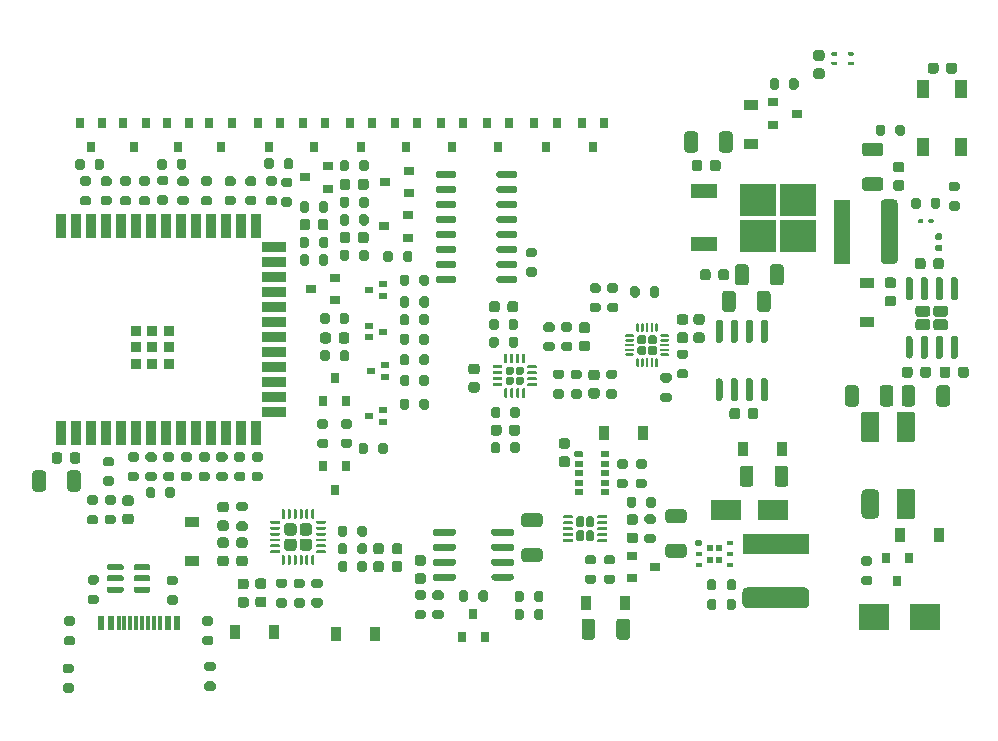
<source format=gbr>
G04 #@! TF.GenerationSoftware,KiCad,Pcbnew,(5.1.9)-1*
G04 #@! TF.CreationDate,2022-02-23T20:10:39+01:00*
G04 #@! TF.ProjectId,AnthC,416e7468-432e-46b6-9963-61645f706362,rev?*
G04 #@! TF.SameCoordinates,Original*
G04 #@! TF.FileFunction,Paste,Top*
G04 #@! TF.FilePolarity,Positive*
%FSLAX46Y46*%
G04 Gerber Fmt 4.6, Leading zero omitted, Abs format (unit mm)*
G04 Created by KiCad (PCBNEW (5.1.9)-1) date 2022-02-23 20:10:39*
%MOMM*%
%LPD*%
G01*
G04 APERTURE LIST*
%ADD10R,1.000000X1.500000*%
%ADD11R,0.800000X0.900000*%
%ADD12R,0.660000X0.500000*%
%ADD13R,0.900000X0.900000*%
%ADD14R,2.000000X0.900000*%
%ADD15R,0.900000X2.000000*%
%ADD16R,3.050000X2.750000*%
%ADD17R,2.200000X1.200000*%
%ADD18R,0.900000X0.800000*%
%ADD19R,0.480000X0.630000*%
%ADD20R,0.630000X0.450000*%
%ADD21R,2.500000X1.800000*%
%ADD22R,5.700000X1.800000*%
%ADD23R,0.800000X0.500000*%
%ADD24R,0.900000X1.200000*%
%ADD25R,1.450000X5.500000*%
%ADD26R,0.300000X1.150000*%
%ADD27R,0.600000X1.150000*%
%ADD28R,1.200000X0.900000*%
%ADD29R,2.500000X2.300000*%
G04 APERTURE END LIST*
D10*
G04 #@! TO.C,D12*
X263600000Y-99550000D03*
X260400000Y-99550000D03*
X263600000Y-104450000D03*
X260400000Y-104450000D03*
G04 #@! TD*
D11*
G04 #@! TO.C,D21*
X213750000Y-102400000D03*
X211850000Y-102400000D03*
X212800000Y-104400000D03*
G04 #@! TD*
G04 #@! TO.C,D32*
X194550000Y-102400000D03*
X192650000Y-102400000D03*
X193600000Y-104400000D03*
G04 #@! TD*
G04 #@! TO.C,D33*
X198250000Y-102400000D03*
X196350000Y-102400000D03*
X197300000Y-104400000D03*
G04 #@! TD*
G04 #@! TO.C,D17*
X209750000Y-102400000D03*
X207850000Y-102400000D03*
X208800000Y-104400000D03*
G04 #@! TD*
G04 #@! TO.C,D15*
X201850000Y-102400000D03*
X199950000Y-102400000D03*
X200900000Y-104400000D03*
G04 #@! TD*
G04 #@! TO.C,D30*
X221350000Y-145950000D03*
X223250000Y-145950000D03*
X222300000Y-143950000D03*
G04 #@! TD*
G04 #@! TO.C,D29*
X233350000Y-102400000D03*
X231450000Y-102400000D03*
X232400000Y-104400000D03*
G04 #@! TD*
G04 #@! TO.C,D28*
X225350000Y-102400000D03*
X223450000Y-102400000D03*
X224400000Y-104400000D03*
G04 #@! TD*
G04 #@! TO.C,D27*
X217550000Y-102400000D03*
X215650000Y-102400000D03*
X216600000Y-104400000D03*
G04 #@! TD*
G04 #@! TO.C,D26*
X205950000Y-102400000D03*
X204050000Y-102400000D03*
X205000000Y-104400000D03*
G04 #@! TD*
G04 #@! TO.C,D25*
X229350000Y-102400000D03*
X227450000Y-102400000D03*
X228400000Y-104400000D03*
G04 #@! TD*
G04 #@! TO.C,D22*
X221450000Y-102400000D03*
X219550000Y-102400000D03*
X220500000Y-104400000D03*
G04 #@! TD*
G04 #@! TO.C,D2*
X190850000Y-102400000D03*
X188950000Y-102400000D03*
X189900000Y-104400000D03*
G04 #@! TD*
G04 #@! TO.C,U2*
G36*
G01*
X231825000Y-137657500D02*
X231825000Y-137032500D01*
G75*
G02*
X231992500Y-136865000I167500J0D01*
G01*
X232327500Y-136865000D01*
G75*
G02*
X232495000Y-137032500I0J-167500D01*
G01*
X232495000Y-137657500D01*
G75*
G02*
X232327500Y-137825000I-167500J0D01*
G01*
X231992500Y-137825000D01*
G75*
G02*
X231825000Y-137657500I0J167500D01*
G01*
G37*
G36*
G01*
X231825000Y-136467500D02*
X231825000Y-135842500D01*
G75*
G02*
X231992500Y-135675000I167500J0D01*
G01*
X232327500Y-135675000D01*
G75*
G02*
X232495000Y-135842500I0J-167500D01*
G01*
X232495000Y-136467500D01*
G75*
G02*
X232327500Y-136635000I-167500J0D01*
G01*
X231992500Y-136635000D01*
G75*
G02*
X231825000Y-136467500I0J167500D01*
G01*
G37*
G36*
G01*
X231005000Y-137657500D02*
X231005000Y-137032500D01*
G75*
G02*
X231172500Y-136865000I167500J0D01*
G01*
X231507500Y-136865000D01*
G75*
G02*
X231675000Y-137032500I0J-167500D01*
G01*
X231675000Y-137657500D01*
G75*
G02*
X231507500Y-137825000I-167500J0D01*
G01*
X231172500Y-137825000D01*
G75*
G02*
X231005000Y-137657500I0J167500D01*
G01*
G37*
G36*
G01*
X231005000Y-136467500D02*
X231005000Y-135842500D01*
G75*
G02*
X231172500Y-135675000I167500J0D01*
G01*
X231507500Y-135675000D01*
G75*
G02*
X231675000Y-135842500I0J-167500D01*
G01*
X231675000Y-136467500D01*
G75*
G02*
X231507500Y-136635000I-167500J0D01*
G01*
X231172500Y-136635000D01*
G75*
G02*
X231005000Y-136467500I0J167500D01*
G01*
G37*
G36*
G01*
X232775000Y-135812500D02*
X232775000Y-135687500D01*
G75*
G02*
X232837500Y-135625000I62500J0D01*
G01*
X233562500Y-135625000D01*
G75*
G02*
X233625000Y-135687500I0J-62500D01*
G01*
X233625000Y-135812500D01*
G75*
G02*
X233562500Y-135875000I-62500J0D01*
G01*
X232837500Y-135875000D01*
G75*
G02*
X232775000Y-135812500I0J62500D01*
G01*
G37*
G36*
G01*
X232775000Y-136312500D02*
X232775000Y-136187500D01*
G75*
G02*
X232837500Y-136125000I62500J0D01*
G01*
X233562500Y-136125000D01*
G75*
G02*
X233625000Y-136187500I0J-62500D01*
G01*
X233625000Y-136312500D01*
G75*
G02*
X233562500Y-136375000I-62500J0D01*
G01*
X232837500Y-136375000D01*
G75*
G02*
X232775000Y-136312500I0J62500D01*
G01*
G37*
G36*
G01*
X232775000Y-136812500D02*
X232775000Y-136687500D01*
G75*
G02*
X232837500Y-136625000I62500J0D01*
G01*
X233562500Y-136625000D01*
G75*
G02*
X233625000Y-136687500I0J-62500D01*
G01*
X233625000Y-136812500D01*
G75*
G02*
X233562500Y-136875000I-62500J0D01*
G01*
X232837500Y-136875000D01*
G75*
G02*
X232775000Y-136812500I0J62500D01*
G01*
G37*
G36*
G01*
X232775000Y-137312500D02*
X232775000Y-137187500D01*
G75*
G02*
X232837500Y-137125000I62500J0D01*
G01*
X233562500Y-137125000D01*
G75*
G02*
X233625000Y-137187500I0J-62500D01*
G01*
X233625000Y-137312500D01*
G75*
G02*
X233562500Y-137375000I-62500J0D01*
G01*
X232837500Y-137375000D01*
G75*
G02*
X232775000Y-137312500I0J62500D01*
G01*
G37*
G36*
G01*
X232775000Y-137812500D02*
X232775000Y-137687500D01*
G75*
G02*
X232837500Y-137625000I62500J0D01*
G01*
X233562500Y-137625000D01*
G75*
G02*
X233625000Y-137687500I0J-62500D01*
G01*
X233625000Y-137812500D01*
G75*
G02*
X233562500Y-137875000I-62500J0D01*
G01*
X232837500Y-137875000D01*
G75*
G02*
X232775000Y-137812500I0J62500D01*
G01*
G37*
G36*
G01*
X229875000Y-137812500D02*
X229875000Y-137687500D01*
G75*
G02*
X229937500Y-137625000I62500J0D01*
G01*
X230662500Y-137625000D01*
G75*
G02*
X230725000Y-137687500I0J-62500D01*
G01*
X230725000Y-137812500D01*
G75*
G02*
X230662500Y-137875000I-62500J0D01*
G01*
X229937500Y-137875000D01*
G75*
G02*
X229875000Y-137812500I0J62500D01*
G01*
G37*
G36*
G01*
X229875000Y-137312500D02*
X229875000Y-137187500D01*
G75*
G02*
X229937500Y-137125000I62500J0D01*
G01*
X230662500Y-137125000D01*
G75*
G02*
X230725000Y-137187500I0J-62500D01*
G01*
X230725000Y-137312500D01*
G75*
G02*
X230662500Y-137375000I-62500J0D01*
G01*
X229937500Y-137375000D01*
G75*
G02*
X229875000Y-137312500I0J62500D01*
G01*
G37*
G36*
G01*
X229875000Y-136812500D02*
X229875000Y-136687500D01*
G75*
G02*
X229937500Y-136625000I62500J0D01*
G01*
X230662500Y-136625000D01*
G75*
G02*
X230725000Y-136687500I0J-62500D01*
G01*
X230725000Y-136812500D01*
G75*
G02*
X230662500Y-136875000I-62500J0D01*
G01*
X229937500Y-136875000D01*
G75*
G02*
X229875000Y-136812500I0J62500D01*
G01*
G37*
G36*
G01*
X229875000Y-136312500D02*
X229875000Y-136187500D01*
G75*
G02*
X229937500Y-136125000I62500J0D01*
G01*
X230662500Y-136125000D01*
G75*
G02*
X230725000Y-136187500I0J-62500D01*
G01*
X230725000Y-136312500D01*
G75*
G02*
X230662500Y-136375000I-62500J0D01*
G01*
X229937500Y-136375000D01*
G75*
G02*
X229875000Y-136312500I0J62500D01*
G01*
G37*
G36*
G01*
X229875000Y-135812500D02*
X229875000Y-135687500D01*
G75*
G02*
X229937500Y-135625000I62500J0D01*
G01*
X230662500Y-135625000D01*
G75*
G02*
X230725000Y-135687500I0J-62500D01*
G01*
X230725000Y-135812500D01*
G75*
G02*
X230662500Y-135875000I-62500J0D01*
G01*
X229937500Y-135875000D01*
G75*
G02*
X229875000Y-135812500I0J62500D01*
G01*
G37*
G04 #@! TD*
D12*
G04 #@! TO.C,Q7*
X213480000Y-120550000D03*
X214620000Y-120050000D03*
X213480000Y-119550000D03*
G04 #@! TD*
G04 #@! TO.C,Q5*
X214620000Y-126700000D03*
X213480000Y-127200000D03*
X214620000Y-127700000D03*
G04 #@! TD*
G04 #@! TO.C,Q2*
X214620000Y-116050000D03*
X213480000Y-116550000D03*
X214620000Y-117050000D03*
G04 #@! TD*
G04 #@! TO.C,Q1*
X214770000Y-122900000D03*
X213630000Y-123400000D03*
X214770000Y-123900000D03*
G04 #@! TD*
G04 #@! TO.C,R2*
G36*
G01*
X260396500Y-110610000D02*
X260396500Y-110790000D01*
G75*
G02*
X260306500Y-110880000I-90000J0D01*
G01*
X260028500Y-110880000D01*
G75*
G02*
X259938500Y-110790000I0J90000D01*
G01*
X259938500Y-110610000D01*
G75*
G02*
X260028500Y-110520000I90000J0D01*
G01*
X260306500Y-110520000D01*
G75*
G02*
X260396500Y-110610000I0J-90000D01*
G01*
G37*
G36*
G01*
X261261500Y-110610000D02*
X261261500Y-110790000D01*
G75*
G02*
X261171500Y-110880000I-90000J0D01*
G01*
X260893500Y-110880000D01*
G75*
G02*
X260803500Y-110790000I0J90000D01*
G01*
X260803500Y-110610000D01*
G75*
G02*
X260893500Y-110520000I90000J0D01*
G01*
X261171500Y-110520000D01*
G75*
G02*
X261261500Y-110610000I0J-90000D01*
G01*
G37*
G04 #@! TD*
G04 #@! TO.C,U10*
G36*
G01*
X236340000Y-121260000D02*
X236740000Y-121260000D01*
G75*
G02*
X236940000Y-121460000I0J-200000D01*
G01*
X236940000Y-121860000D01*
G75*
G02*
X236740000Y-122060000I-200000J0D01*
G01*
X236340000Y-122060000D01*
G75*
G02*
X236140000Y-121860000I0J200000D01*
G01*
X236140000Y-121460000D01*
G75*
G02*
X236340000Y-121260000I200000J0D01*
G01*
G37*
G36*
G01*
X237260000Y-121260000D02*
X237660000Y-121260000D01*
G75*
G02*
X237860000Y-121460000I0J-200000D01*
G01*
X237860000Y-121860000D01*
G75*
G02*
X237660000Y-122060000I-200000J0D01*
G01*
X237260000Y-122060000D01*
G75*
G02*
X237060000Y-121860000I0J200000D01*
G01*
X237060000Y-121460000D01*
G75*
G02*
X237260000Y-121260000I200000J0D01*
G01*
G37*
G36*
G01*
X236340000Y-120340000D02*
X236740000Y-120340000D01*
G75*
G02*
X236940000Y-120540000I0J-200000D01*
G01*
X236940000Y-120940000D01*
G75*
G02*
X236740000Y-121140000I-200000J0D01*
G01*
X236340000Y-121140000D01*
G75*
G02*
X236140000Y-120940000I0J200000D01*
G01*
X236140000Y-120540000D01*
G75*
G02*
X236340000Y-120340000I200000J0D01*
G01*
G37*
G36*
G01*
X237260000Y-120340000D02*
X237660000Y-120340000D01*
G75*
G02*
X237860000Y-120540000I0J-200000D01*
G01*
X237860000Y-120940000D01*
G75*
G02*
X237660000Y-121140000I-200000J0D01*
G01*
X237260000Y-121140000D01*
G75*
G02*
X237060000Y-120940000I0J200000D01*
G01*
X237060000Y-120540000D01*
G75*
G02*
X237260000Y-120340000I200000J0D01*
G01*
G37*
G36*
G01*
X238175000Y-120300000D02*
X238800000Y-120300000D01*
G75*
G02*
X238850000Y-120350000I0J-50000D01*
G01*
X238850000Y-120450000D01*
G75*
G02*
X238800000Y-120500000I-50000J0D01*
G01*
X238175000Y-120500000D01*
G75*
G02*
X238125000Y-120450000I0J50000D01*
G01*
X238125000Y-120350000D01*
G75*
G02*
X238175000Y-120300000I50000J0D01*
G01*
G37*
G36*
G01*
X238175000Y-120700000D02*
X238800000Y-120700000D01*
G75*
G02*
X238850000Y-120750000I0J-50000D01*
G01*
X238850000Y-120850000D01*
G75*
G02*
X238800000Y-120900000I-50000J0D01*
G01*
X238175000Y-120900000D01*
G75*
G02*
X238125000Y-120850000I0J50000D01*
G01*
X238125000Y-120750000D01*
G75*
G02*
X238175000Y-120700000I50000J0D01*
G01*
G37*
G36*
G01*
X238175000Y-121100000D02*
X238800000Y-121100000D01*
G75*
G02*
X238850000Y-121150000I0J-50000D01*
G01*
X238850000Y-121250000D01*
G75*
G02*
X238800000Y-121300000I-50000J0D01*
G01*
X238175000Y-121300000D01*
G75*
G02*
X238125000Y-121250000I0J50000D01*
G01*
X238125000Y-121150000D01*
G75*
G02*
X238175000Y-121100000I50000J0D01*
G01*
G37*
G36*
G01*
X238175000Y-121500000D02*
X238800000Y-121500000D01*
G75*
G02*
X238850000Y-121550000I0J-50000D01*
G01*
X238850000Y-121650000D01*
G75*
G02*
X238800000Y-121700000I-50000J0D01*
G01*
X238175000Y-121700000D01*
G75*
G02*
X238125000Y-121650000I0J50000D01*
G01*
X238125000Y-121550000D01*
G75*
G02*
X238175000Y-121500000I50000J0D01*
G01*
G37*
G36*
G01*
X238175000Y-121900000D02*
X238800000Y-121900000D01*
G75*
G02*
X238850000Y-121950000I0J-50000D01*
G01*
X238850000Y-122050000D01*
G75*
G02*
X238800000Y-122100000I-50000J0D01*
G01*
X238175000Y-122100000D01*
G75*
G02*
X238125000Y-122050000I0J50000D01*
G01*
X238125000Y-121950000D01*
G75*
G02*
X238175000Y-121900000I50000J0D01*
G01*
G37*
G36*
G01*
X237750000Y-122325000D02*
X237850000Y-122325000D01*
G75*
G02*
X237900000Y-122375000I0J-50000D01*
G01*
X237900000Y-123000000D01*
G75*
G02*
X237850000Y-123050000I-50000J0D01*
G01*
X237750000Y-123050000D01*
G75*
G02*
X237700000Y-123000000I0J50000D01*
G01*
X237700000Y-122375000D01*
G75*
G02*
X237750000Y-122325000I50000J0D01*
G01*
G37*
G36*
G01*
X237350000Y-122325000D02*
X237450000Y-122325000D01*
G75*
G02*
X237500000Y-122375000I0J-50000D01*
G01*
X237500000Y-123000000D01*
G75*
G02*
X237450000Y-123050000I-50000J0D01*
G01*
X237350000Y-123050000D01*
G75*
G02*
X237300000Y-123000000I0J50000D01*
G01*
X237300000Y-122375000D01*
G75*
G02*
X237350000Y-122325000I50000J0D01*
G01*
G37*
G36*
G01*
X236950000Y-122325000D02*
X237050000Y-122325000D01*
G75*
G02*
X237100000Y-122375000I0J-50000D01*
G01*
X237100000Y-123000000D01*
G75*
G02*
X237050000Y-123050000I-50000J0D01*
G01*
X236950000Y-123050000D01*
G75*
G02*
X236900000Y-123000000I0J50000D01*
G01*
X236900000Y-122375000D01*
G75*
G02*
X236950000Y-122325000I50000J0D01*
G01*
G37*
G36*
G01*
X236550000Y-122325000D02*
X236650000Y-122325000D01*
G75*
G02*
X236700000Y-122375000I0J-50000D01*
G01*
X236700000Y-123000000D01*
G75*
G02*
X236650000Y-123050000I-50000J0D01*
G01*
X236550000Y-123050000D01*
G75*
G02*
X236500000Y-123000000I0J50000D01*
G01*
X236500000Y-122375000D01*
G75*
G02*
X236550000Y-122325000I50000J0D01*
G01*
G37*
G36*
G01*
X236150000Y-122325000D02*
X236250000Y-122325000D01*
G75*
G02*
X236300000Y-122375000I0J-50000D01*
G01*
X236300000Y-123000000D01*
G75*
G02*
X236250000Y-123050000I-50000J0D01*
G01*
X236150000Y-123050000D01*
G75*
G02*
X236100000Y-123000000I0J50000D01*
G01*
X236100000Y-122375000D01*
G75*
G02*
X236150000Y-122325000I50000J0D01*
G01*
G37*
G36*
G01*
X235200000Y-121900000D02*
X235825000Y-121900000D01*
G75*
G02*
X235875000Y-121950000I0J-50000D01*
G01*
X235875000Y-122050000D01*
G75*
G02*
X235825000Y-122100000I-50000J0D01*
G01*
X235200000Y-122100000D01*
G75*
G02*
X235150000Y-122050000I0J50000D01*
G01*
X235150000Y-121950000D01*
G75*
G02*
X235200000Y-121900000I50000J0D01*
G01*
G37*
G36*
G01*
X235200000Y-121500000D02*
X235825000Y-121500000D01*
G75*
G02*
X235875000Y-121550000I0J-50000D01*
G01*
X235875000Y-121650000D01*
G75*
G02*
X235825000Y-121700000I-50000J0D01*
G01*
X235200000Y-121700000D01*
G75*
G02*
X235150000Y-121650000I0J50000D01*
G01*
X235150000Y-121550000D01*
G75*
G02*
X235200000Y-121500000I50000J0D01*
G01*
G37*
G36*
G01*
X235200000Y-121100000D02*
X235825000Y-121100000D01*
G75*
G02*
X235875000Y-121150000I0J-50000D01*
G01*
X235875000Y-121250000D01*
G75*
G02*
X235825000Y-121300000I-50000J0D01*
G01*
X235200000Y-121300000D01*
G75*
G02*
X235150000Y-121250000I0J50000D01*
G01*
X235150000Y-121150000D01*
G75*
G02*
X235200000Y-121100000I50000J0D01*
G01*
G37*
G36*
G01*
X235200000Y-120700000D02*
X235825000Y-120700000D01*
G75*
G02*
X235875000Y-120750000I0J-50000D01*
G01*
X235875000Y-120850000D01*
G75*
G02*
X235825000Y-120900000I-50000J0D01*
G01*
X235200000Y-120900000D01*
G75*
G02*
X235150000Y-120850000I0J50000D01*
G01*
X235150000Y-120750000D01*
G75*
G02*
X235200000Y-120700000I50000J0D01*
G01*
G37*
G36*
G01*
X235200000Y-120300000D02*
X235825000Y-120300000D01*
G75*
G02*
X235875000Y-120350000I0J-50000D01*
G01*
X235875000Y-120450000D01*
G75*
G02*
X235825000Y-120500000I-50000J0D01*
G01*
X235200000Y-120500000D01*
G75*
G02*
X235150000Y-120450000I0J50000D01*
G01*
X235150000Y-120350000D01*
G75*
G02*
X235200000Y-120300000I50000J0D01*
G01*
G37*
G36*
G01*
X236150000Y-119350000D02*
X236250000Y-119350000D01*
G75*
G02*
X236300000Y-119400000I0J-50000D01*
G01*
X236300000Y-120025000D01*
G75*
G02*
X236250000Y-120075000I-50000J0D01*
G01*
X236150000Y-120075000D01*
G75*
G02*
X236100000Y-120025000I0J50000D01*
G01*
X236100000Y-119400000D01*
G75*
G02*
X236150000Y-119350000I50000J0D01*
G01*
G37*
G36*
G01*
X236550000Y-119350000D02*
X236650000Y-119350000D01*
G75*
G02*
X236700000Y-119400000I0J-50000D01*
G01*
X236700000Y-120025000D01*
G75*
G02*
X236650000Y-120075000I-50000J0D01*
G01*
X236550000Y-120075000D01*
G75*
G02*
X236500000Y-120025000I0J50000D01*
G01*
X236500000Y-119400000D01*
G75*
G02*
X236550000Y-119350000I50000J0D01*
G01*
G37*
G36*
G01*
X236950000Y-119350000D02*
X237050000Y-119350000D01*
G75*
G02*
X237100000Y-119400000I0J-50000D01*
G01*
X237100000Y-120025000D01*
G75*
G02*
X237050000Y-120075000I-50000J0D01*
G01*
X236950000Y-120075000D01*
G75*
G02*
X236900000Y-120025000I0J50000D01*
G01*
X236900000Y-119400000D01*
G75*
G02*
X236950000Y-119350000I50000J0D01*
G01*
G37*
G36*
G01*
X237350000Y-119350000D02*
X237450000Y-119350000D01*
G75*
G02*
X237500000Y-119400000I0J-50000D01*
G01*
X237500000Y-120025000D01*
G75*
G02*
X237450000Y-120075000I-50000J0D01*
G01*
X237350000Y-120075000D01*
G75*
G02*
X237300000Y-120025000I0J50000D01*
G01*
X237300000Y-119400000D01*
G75*
G02*
X237350000Y-119350000I50000J0D01*
G01*
G37*
G36*
G01*
X237750000Y-119350000D02*
X237850000Y-119350000D01*
G75*
G02*
X237900000Y-119400000I0J-50000D01*
G01*
X237900000Y-120025000D01*
G75*
G02*
X237850000Y-120075000I-50000J0D01*
G01*
X237750000Y-120075000D01*
G75*
G02*
X237700000Y-120025000I0J50000D01*
G01*
X237700000Y-119400000D01*
G75*
G02*
X237750000Y-119350000I50000J0D01*
G01*
G37*
G04 #@! TD*
G04 #@! TO.C,R83*
G36*
G01*
X240275000Y-122375000D02*
X239725000Y-122375000D01*
G75*
G02*
X239525000Y-122175000I0J200000D01*
G01*
X239525000Y-121775000D01*
G75*
G02*
X239725000Y-121575000I200000J0D01*
G01*
X240275000Y-121575000D01*
G75*
G02*
X240475000Y-121775000I0J-200000D01*
G01*
X240475000Y-122175000D01*
G75*
G02*
X240275000Y-122375000I-200000J0D01*
G01*
G37*
G36*
G01*
X240275000Y-124025000D02*
X239725000Y-124025000D01*
G75*
G02*
X239525000Y-123825000I0J200000D01*
G01*
X239525000Y-123425000D01*
G75*
G02*
X239725000Y-123225000I200000J0D01*
G01*
X240275000Y-123225000D01*
G75*
G02*
X240475000Y-123425000I0J-200000D01*
G01*
X240475000Y-123825000D01*
G75*
G02*
X240275000Y-124025000I-200000J0D01*
G01*
G37*
G04 #@! TD*
D13*
G04 #@! TO.C,U6*
X196510000Y-122800000D03*
X196510000Y-121400000D03*
X196510000Y-120000000D03*
X193710000Y-122800000D03*
X193710000Y-121400000D03*
X193710000Y-120000000D03*
X195110000Y-122800000D03*
X195110000Y-120000000D03*
D14*
X205400000Y-112915000D03*
X205400000Y-114185000D03*
D15*
X187390000Y-111150000D03*
X188660000Y-111150000D03*
X189930000Y-111150000D03*
X191200000Y-111150000D03*
X192470000Y-111150000D03*
X193740000Y-111150000D03*
X195010000Y-111150000D03*
X196280000Y-111150000D03*
X197550000Y-111150000D03*
X198820000Y-111150000D03*
X200090000Y-111150000D03*
X201360000Y-111150000D03*
X202630000Y-111150000D03*
X203900000Y-111150000D03*
D14*
X205400000Y-115455000D03*
X205400000Y-116725000D03*
X205400000Y-117995000D03*
X205400000Y-119265000D03*
X205400000Y-120535000D03*
X205400000Y-121805000D03*
X205400000Y-123075000D03*
X205400000Y-124345000D03*
X205400000Y-125615000D03*
X205400000Y-126885000D03*
D15*
X203900000Y-128650000D03*
X202630000Y-128650000D03*
X201360000Y-128650000D03*
X200090000Y-128650000D03*
X198820000Y-128650000D03*
X197550000Y-128650000D03*
X196280000Y-128650000D03*
X195010000Y-128650000D03*
X193740000Y-128650000D03*
X192470000Y-128650000D03*
X191200000Y-128650000D03*
X189930000Y-128650000D03*
X188660000Y-128650000D03*
X187390000Y-128650000D03*
D13*
X195110000Y-121400000D03*
G04 #@! TD*
G04 #@! TO.C,C9*
G36*
G01*
X256750001Y-105200000D02*
X255449999Y-105200000D01*
G75*
G02*
X255200000Y-104950001I0J249999D01*
G01*
X255200000Y-104299999D01*
G75*
G02*
X255449999Y-104050000I249999J0D01*
G01*
X256750001Y-104050000D01*
G75*
G02*
X257000000Y-104299999I0J-249999D01*
G01*
X257000000Y-104950001D01*
G75*
G02*
X256750001Y-105200000I-249999J0D01*
G01*
G37*
G36*
G01*
X256750001Y-108150000D02*
X255449999Y-108150000D01*
G75*
G02*
X255200000Y-107900001I0J249999D01*
G01*
X255200000Y-107249999D01*
G75*
G02*
X255449999Y-107000000I249999J0D01*
G01*
X256750001Y-107000000D01*
G75*
G02*
X257000000Y-107249999I0J-249999D01*
G01*
X257000000Y-107900001D01*
G75*
G02*
X256750001Y-108150000I-249999J0D01*
G01*
G37*
G04 #@! TD*
G04 #@! TO.C,R30*
G36*
G01*
X236075000Y-134225000D02*
X236075000Y-134775000D01*
G75*
G02*
X235875000Y-134975000I-200000J0D01*
G01*
X235475000Y-134975000D01*
G75*
G02*
X235275000Y-134775000I0J200000D01*
G01*
X235275000Y-134225000D01*
G75*
G02*
X235475000Y-134025000I200000J0D01*
G01*
X235875000Y-134025000D01*
G75*
G02*
X236075000Y-134225000I0J-200000D01*
G01*
G37*
G36*
G01*
X237725000Y-134225000D02*
X237725000Y-134775000D01*
G75*
G02*
X237525000Y-134975000I-200000J0D01*
G01*
X237125000Y-134975000D01*
G75*
G02*
X236925000Y-134775000I0J200000D01*
G01*
X236925000Y-134225000D01*
G75*
G02*
X237125000Y-134025000I200000J0D01*
G01*
X237525000Y-134025000D01*
G75*
G02*
X237725000Y-134225000I0J-200000D01*
G01*
G37*
G04 #@! TD*
G04 #@! TO.C,C20*
G36*
G01*
X241675000Y-105750000D02*
X241675000Y-106250000D01*
G75*
G02*
X241450000Y-106475000I-225000J0D01*
G01*
X241000000Y-106475000D01*
G75*
G02*
X240775000Y-106250000I0J225000D01*
G01*
X240775000Y-105750000D01*
G75*
G02*
X241000000Y-105525000I225000J0D01*
G01*
X241450000Y-105525000D01*
G75*
G02*
X241675000Y-105750000I0J-225000D01*
G01*
G37*
G36*
G01*
X243225000Y-105750000D02*
X243225000Y-106250000D01*
G75*
G02*
X243000000Y-106475000I-225000J0D01*
G01*
X242550000Y-106475000D01*
G75*
G02*
X242325000Y-106250000I0J225000D01*
G01*
X242325000Y-105750000D01*
G75*
G02*
X242550000Y-105525000I225000J0D01*
G01*
X243000000Y-105525000D01*
G75*
G02*
X243225000Y-105750000I0J-225000D01*
G01*
G37*
G04 #@! TD*
D16*
G04 #@! TO.C,U3*
X246425000Y-111925000D03*
X249775000Y-108875000D03*
X246425000Y-108875000D03*
X249775000Y-111925000D03*
D17*
X241800000Y-112680000D03*
X241800000Y-108120000D03*
G04 #@! TD*
D18*
G04 #@! TO.C,Q6*
X237700000Y-140000000D03*
X235700000Y-140950000D03*
X235700000Y-139050000D03*
G04 #@! TD*
D19*
G04 #@! TO.C,U12*
X242300000Y-138375000D03*
X242300000Y-139425000D03*
X243100000Y-138375000D03*
X243100000Y-139425000D03*
D20*
X244040000Y-137950000D03*
X244040000Y-138900000D03*
X244040000Y-139850000D03*
X241360000Y-139850000D03*
X241360000Y-138900000D03*
G36*
G01*
X241045000Y-138062500D02*
X241045000Y-137837500D01*
G75*
G02*
X241157500Y-137725000I112500J0D01*
G01*
X241562500Y-137725000D01*
G75*
G02*
X241675000Y-137837500I0J-112500D01*
G01*
X241675000Y-138062500D01*
G75*
G02*
X241562500Y-138175000I-112500J0D01*
G01*
X241157500Y-138175000D01*
G75*
G02*
X241045000Y-138062500I0J112500D01*
G01*
G37*
G04 #@! TD*
G04 #@! TO.C,R37*
G36*
G01*
X243725000Y-141775000D02*
X243725000Y-141225000D01*
G75*
G02*
X243925000Y-141025000I200000J0D01*
G01*
X244325000Y-141025000D01*
G75*
G02*
X244525000Y-141225000I0J-200000D01*
G01*
X244525000Y-141775000D01*
G75*
G02*
X244325000Y-141975000I-200000J0D01*
G01*
X243925000Y-141975000D01*
G75*
G02*
X243725000Y-141775000I0J200000D01*
G01*
G37*
G36*
G01*
X242075000Y-141775000D02*
X242075000Y-141225000D01*
G75*
G02*
X242275000Y-141025000I200000J0D01*
G01*
X242675000Y-141025000D01*
G75*
G02*
X242875000Y-141225000I0J-200000D01*
G01*
X242875000Y-141775000D01*
G75*
G02*
X242675000Y-141975000I-200000J0D01*
G01*
X242275000Y-141975000D01*
G75*
G02*
X242075000Y-141775000I0J200000D01*
G01*
G37*
G04 #@! TD*
D21*
G04 #@! TO.C,D7*
X247700000Y-135200000D03*
X243700000Y-135200000D03*
G04 #@! TD*
G04 #@! TO.C,L2*
G36*
G01*
X250300000Y-143500000D02*
X245500000Y-143500000D01*
G75*
G02*
X245050000Y-143050000I0J450000D01*
G01*
X245050000Y-142150000D01*
G75*
G02*
X245500000Y-141700000I450000J0D01*
G01*
X250300000Y-141700000D01*
G75*
G02*
X250750000Y-142150000I0J-450000D01*
G01*
X250750000Y-143050000D01*
G75*
G02*
X250300000Y-143500000I-450000J0D01*
G01*
G37*
D22*
X247900000Y-138000000D03*
G04 #@! TD*
D11*
G04 #@! TO.C,Q4*
X210550000Y-123950000D03*
X211500000Y-125950000D03*
X209600000Y-125950000D03*
G04 #@! TD*
G04 #@! TO.C,Q3*
X210550000Y-133450000D03*
X209600000Y-131450000D03*
X211500000Y-131450000D03*
G04 #@! TD*
G04 #@! TO.C,C43*
G36*
G01*
X240100001Y-136250000D02*
X238799999Y-136250000D01*
G75*
G02*
X238550000Y-136000001I0J249999D01*
G01*
X238550000Y-135349999D01*
G75*
G02*
X238799999Y-135100000I249999J0D01*
G01*
X240100001Y-135100000D01*
G75*
G02*
X240350000Y-135349999I0J-249999D01*
G01*
X240350000Y-136000001D01*
G75*
G02*
X240100001Y-136250000I-249999J0D01*
G01*
G37*
G36*
G01*
X240100001Y-139200000D02*
X238799999Y-139200000D01*
G75*
G02*
X238550000Y-138950001I0J249999D01*
G01*
X238550000Y-138299999D01*
G75*
G02*
X238799999Y-138050000I249999J0D01*
G01*
X240100001Y-138050000D01*
G75*
G02*
X240350000Y-138299999I0J-249999D01*
G01*
X240350000Y-138950001D01*
G75*
G02*
X240100001Y-139200000I-249999J0D01*
G01*
G37*
G04 #@! TD*
G04 #@! TO.C,U11*
G36*
G01*
X224250000Y-106905000D02*
X224250000Y-106605000D01*
G75*
G02*
X224400000Y-106455000I150000J0D01*
G01*
X225850000Y-106455000D01*
G75*
G02*
X226000000Y-106605000I0J-150000D01*
G01*
X226000000Y-106905000D01*
G75*
G02*
X225850000Y-107055000I-150000J0D01*
G01*
X224400000Y-107055000D01*
G75*
G02*
X224250000Y-106905000I0J150000D01*
G01*
G37*
G36*
G01*
X224250000Y-108175000D02*
X224250000Y-107875000D01*
G75*
G02*
X224400000Y-107725000I150000J0D01*
G01*
X225850000Y-107725000D01*
G75*
G02*
X226000000Y-107875000I0J-150000D01*
G01*
X226000000Y-108175000D01*
G75*
G02*
X225850000Y-108325000I-150000J0D01*
G01*
X224400000Y-108325000D01*
G75*
G02*
X224250000Y-108175000I0J150000D01*
G01*
G37*
G36*
G01*
X224250000Y-109445000D02*
X224250000Y-109145000D01*
G75*
G02*
X224400000Y-108995000I150000J0D01*
G01*
X225850000Y-108995000D01*
G75*
G02*
X226000000Y-109145000I0J-150000D01*
G01*
X226000000Y-109445000D01*
G75*
G02*
X225850000Y-109595000I-150000J0D01*
G01*
X224400000Y-109595000D01*
G75*
G02*
X224250000Y-109445000I0J150000D01*
G01*
G37*
G36*
G01*
X224250000Y-110715000D02*
X224250000Y-110415000D01*
G75*
G02*
X224400000Y-110265000I150000J0D01*
G01*
X225850000Y-110265000D01*
G75*
G02*
X226000000Y-110415000I0J-150000D01*
G01*
X226000000Y-110715000D01*
G75*
G02*
X225850000Y-110865000I-150000J0D01*
G01*
X224400000Y-110865000D01*
G75*
G02*
X224250000Y-110715000I0J150000D01*
G01*
G37*
G36*
G01*
X224250000Y-111985000D02*
X224250000Y-111685000D01*
G75*
G02*
X224400000Y-111535000I150000J0D01*
G01*
X225850000Y-111535000D01*
G75*
G02*
X226000000Y-111685000I0J-150000D01*
G01*
X226000000Y-111985000D01*
G75*
G02*
X225850000Y-112135000I-150000J0D01*
G01*
X224400000Y-112135000D01*
G75*
G02*
X224250000Y-111985000I0J150000D01*
G01*
G37*
G36*
G01*
X224250000Y-113255000D02*
X224250000Y-112955000D01*
G75*
G02*
X224400000Y-112805000I150000J0D01*
G01*
X225850000Y-112805000D01*
G75*
G02*
X226000000Y-112955000I0J-150000D01*
G01*
X226000000Y-113255000D01*
G75*
G02*
X225850000Y-113405000I-150000J0D01*
G01*
X224400000Y-113405000D01*
G75*
G02*
X224250000Y-113255000I0J150000D01*
G01*
G37*
G36*
G01*
X224250000Y-114525000D02*
X224250000Y-114225000D01*
G75*
G02*
X224400000Y-114075000I150000J0D01*
G01*
X225850000Y-114075000D01*
G75*
G02*
X226000000Y-114225000I0J-150000D01*
G01*
X226000000Y-114525000D01*
G75*
G02*
X225850000Y-114675000I-150000J0D01*
G01*
X224400000Y-114675000D01*
G75*
G02*
X224250000Y-114525000I0J150000D01*
G01*
G37*
G36*
G01*
X224250000Y-115795000D02*
X224250000Y-115495000D01*
G75*
G02*
X224400000Y-115345000I150000J0D01*
G01*
X225850000Y-115345000D01*
G75*
G02*
X226000000Y-115495000I0J-150000D01*
G01*
X226000000Y-115795000D01*
G75*
G02*
X225850000Y-115945000I-150000J0D01*
G01*
X224400000Y-115945000D01*
G75*
G02*
X224250000Y-115795000I0J150000D01*
G01*
G37*
G36*
G01*
X219100000Y-115795000D02*
X219100000Y-115495000D01*
G75*
G02*
X219250000Y-115345000I150000J0D01*
G01*
X220700000Y-115345000D01*
G75*
G02*
X220850000Y-115495000I0J-150000D01*
G01*
X220850000Y-115795000D01*
G75*
G02*
X220700000Y-115945000I-150000J0D01*
G01*
X219250000Y-115945000D01*
G75*
G02*
X219100000Y-115795000I0J150000D01*
G01*
G37*
G36*
G01*
X219100000Y-114525000D02*
X219100000Y-114225000D01*
G75*
G02*
X219250000Y-114075000I150000J0D01*
G01*
X220700000Y-114075000D01*
G75*
G02*
X220850000Y-114225000I0J-150000D01*
G01*
X220850000Y-114525000D01*
G75*
G02*
X220700000Y-114675000I-150000J0D01*
G01*
X219250000Y-114675000D01*
G75*
G02*
X219100000Y-114525000I0J150000D01*
G01*
G37*
G36*
G01*
X219100000Y-113255000D02*
X219100000Y-112955000D01*
G75*
G02*
X219250000Y-112805000I150000J0D01*
G01*
X220700000Y-112805000D01*
G75*
G02*
X220850000Y-112955000I0J-150000D01*
G01*
X220850000Y-113255000D01*
G75*
G02*
X220700000Y-113405000I-150000J0D01*
G01*
X219250000Y-113405000D01*
G75*
G02*
X219100000Y-113255000I0J150000D01*
G01*
G37*
G36*
G01*
X219100000Y-111985000D02*
X219100000Y-111685000D01*
G75*
G02*
X219250000Y-111535000I150000J0D01*
G01*
X220700000Y-111535000D01*
G75*
G02*
X220850000Y-111685000I0J-150000D01*
G01*
X220850000Y-111985000D01*
G75*
G02*
X220700000Y-112135000I-150000J0D01*
G01*
X219250000Y-112135000D01*
G75*
G02*
X219100000Y-111985000I0J150000D01*
G01*
G37*
G36*
G01*
X219100000Y-110715000D02*
X219100000Y-110415000D01*
G75*
G02*
X219250000Y-110265000I150000J0D01*
G01*
X220700000Y-110265000D01*
G75*
G02*
X220850000Y-110415000I0J-150000D01*
G01*
X220850000Y-110715000D01*
G75*
G02*
X220700000Y-110865000I-150000J0D01*
G01*
X219250000Y-110865000D01*
G75*
G02*
X219100000Y-110715000I0J150000D01*
G01*
G37*
G36*
G01*
X219100000Y-109445000D02*
X219100000Y-109145000D01*
G75*
G02*
X219250000Y-108995000I150000J0D01*
G01*
X220700000Y-108995000D01*
G75*
G02*
X220850000Y-109145000I0J-150000D01*
G01*
X220850000Y-109445000D01*
G75*
G02*
X220700000Y-109595000I-150000J0D01*
G01*
X219250000Y-109595000D01*
G75*
G02*
X219100000Y-109445000I0J150000D01*
G01*
G37*
G36*
G01*
X219100000Y-108175000D02*
X219100000Y-107875000D01*
G75*
G02*
X219250000Y-107725000I150000J0D01*
G01*
X220700000Y-107725000D01*
G75*
G02*
X220850000Y-107875000I0J-150000D01*
G01*
X220850000Y-108175000D01*
G75*
G02*
X220700000Y-108325000I-150000J0D01*
G01*
X219250000Y-108325000D01*
G75*
G02*
X219100000Y-108175000I0J150000D01*
G01*
G37*
G36*
G01*
X219100000Y-106905000D02*
X219100000Y-106605000D01*
G75*
G02*
X219250000Y-106455000I150000J0D01*
G01*
X220700000Y-106455000D01*
G75*
G02*
X220850000Y-106605000I0J-150000D01*
G01*
X220850000Y-106905000D01*
G75*
G02*
X220700000Y-107055000I-150000J0D01*
G01*
X219250000Y-107055000D01*
G75*
G02*
X219100000Y-106905000I0J150000D01*
G01*
G37*
G04 #@! TD*
G04 #@! TO.C,D5*
G36*
G01*
X193525000Y-140125000D02*
X193525000Y-139875000D01*
G75*
G02*
X193650000Y-139750000I125000J0D01*
G01*
X194825000Y-139750000D01*
G75*
G02*
X194950000Y-139875000I0J-125000D01*
G01*
X194950000Y-140125000D01*
G75*
G02*
X194825000Y-140250000I-125000J0D01*
G01*
X193650000Y-140250000D01*
G75*
G02*
X193525000Y-140125000I0J125000D01*
G01*
G37*
G36*
G01*
X193525000Y-141075000D02*
X193525000Y-140825000D01*
G75*
G02*
X193650000Y-140700000I125000J0D01*
G01*
X194825000Y-140700000D01*
G75*
G02*
X194950000Y-140825000I0J-125000D01*
G01*
X194950000Y-141075000D01*
G75*
G02*
X194825000Y-141200000I-125000J0D01*
G01*
X193650000Y-141200000D01*
G75*
G02*
X193525000Y-141075000I0J125000D01*
G01*
G37*
G36*
G01*
X193525000Y-142025000D02*
X193525000Y-141775000D01*
G75*
G02*
X193650000Y-141650000I125000J0D01*
G01*
X194825000Y-141650000D01*
G75*
G02*
X194950000Y-141775000I0J-125000D01*
G01*
X194950000Y-142025000D01*
G75*
G02*
X194825000Y-142150000I-125000J0D01*
G01*
X193650000Y-142150000D01*
G75*
G02*
X193525000Y-142025000I0J125000D01*
G01*
G37*
G36*
G01*
X191250000Y-142025000D02*
X191250000Y-141775000D01*
G75*
G02*
X191375000Y-141650000I125000J0D01*
G01*
X192550000Y-141650000D01*
G75*
G02*
X192675000Y-141775000I0J-125000D01*
G01*
X192675000Y-142025000D01*
G75*
G02*
X192550000Y-142150000I-125000J0D01*
G01*
X191375000Y-142150000D01*
G75*
G02*
X191250000Y-142025000I0J125000D01*
G01*
G37*
G36*
G01*
X191250000Y-141075000D02*
X191250000Y-140825000D01*
G75*
G02*
X191375000Y-140700000I125000J0D01*
G01*
X192550000Y-140700000D01*
G75*
G02*
X192675000Y-140825000I0J-125000D01*
G01*
X192675000Y-141075000D01*
G75*
G02*
X192550000Y-141200000I-125000J0D01*
G01*
X191375000Y-141200000D01*
G75*
G02*
X191250000Y-141075000I0J125000D01*
G01*
G37*
G36*
G01*
X191250000Y-140125000D02*
X191250000Y-139875000D01*
G75*
G02*
X191375000Y-139750000I125000J0D01*
G01*
X192550000Y-139750000D01*
G75*
G02*
X192675000Y-139875000I0J-125000D01*
G01*
X192675000Y-140125000D01*
G75*
G02*
X192550000Y-140250000I-125000J0D01*
G01*
X191375000Y-140250000D01*
G75*
G02*
X191250000Y-140125000I0J125000D01*
G01*
G37*
G04 #@! TD*
G04 #@! TO.C,R33*
G36*
G01*
X217725000Y-120975000D02*
X217725000Y-120425000D01*
G75*
G02*
X217925000Y-120225000I200000J0D01*
G01*
X218325000Y-120225000D01*
G75*
G02*
X218525000Y-120425000I0J-200000D01*
G01*
X218525000Y-120975000D01*
G75*
G02*
X218325000Y-121175000I-200000J0D01*
G01*
X217925000Y-121175000D01*
G75*
G02*
X217725000Y-120975000I0J200000D01*
G01*
G37*
G36*
G01*
X216075000Y-120975000D02*
X216075000Y-120425000D01*
G75*
G02*
X216275000Y-120225000I200000J0D01*
G01*
X216675000Y-120225000D01*
G75*
G02*
X216875000Y-120425000I0J-200000D01*
G01*
X216875000Y-120975000D01*
G75*
G02*
X216675000Y-121175000I-200000J0D01*
G01*
X216275000Y-121175000D01*
G75*
G02*
X216075000Y-120975000I0J200000D01*
G01*
G37*
G04 #@! TD*
G04 #@! TO.C,R6*
G36*
G01*
X202425000Y-136125000D02*
X202975000Y-136125000D01*
G75*
G02*
X203175000Y-136325000I0J-200000D01*
G01*
X203175000Y-136725000D01*
G75*
G02*
X202975000Y-136925000I-200000J0D01*
G01*
X202425000Y-136925000D01*
G75*
G02*
X202225000Y-136725000I0J200000D01*
G01*
X202225000Y-136325000D01*
G75*
G02*
X202425000Y-136125000I200000J0D01*
G01*
G37*
G36*
G01*
X202425000Y-134475000D02*
X202975000Y-134475000D01*
G75*
G02*
X203175000Y-134675000I0J-200000D01*
G01*
X203175000Y-135075000D01*
G75*
G02*
X202975000Y-135275000I-200000J0D01*
G01*
X202425000Y-135275000D01*
G75*
G02*
X202225000Y-135075000I0J200000D01*
G01*
X202225000Y-134675000D01*
G75*
G02*
X202425000Y-134475000I200000J0D01*
G01*
G37*
G04 #@! TD*
G04 #@! TO.C,TH1*
G36*
G01*
X233525000Y-140625000D02*
X234075000Y-140625000D01*
G75*
G02*
X234275000Y-140825000I0J-200000D01*
G01*
X234275000Y-141225000D01*
G75*
G02*
X234075000Y-141425000I-200000J0D01*
G01*
X233525000Y-141425000D01*
G75*
G02*
X233325000Y-141225000I0J200000D01*
G01*
X233325000Y-140825000D01*
G75*
G02*
X233525000Y-140625000I200000J0D01*
G01*
G37*
G36*
G01*
X233525000Y-138975000D02*
X234075000Y-138975000D01*
G75*
G02*
X234275000Y-139175000I0J-200000D01*
G01*
X234275000Y-139575000D01*
G75*
G02*
X234075000Y-139775000I-200000J0D01*
G01*
X233525000Y-139775000D01*
G75*
G02*
X233325000Y-139575000I0J200000D01*
G01*
X233325000Y-139175000D01*
G75*
G02*
X233525000Y-138975000I200000J0D01*
G01*
G37*
G04 #@! TD*
G04 #@! TO.C,R12*
G36*
G01*
X231925000Y-140625000D02*
X232475000Y-140625000D01*
G75*
G02*
X232675000Y-140825000I0J-200000D01*
G01*
X232675000Y-141225000D01*
G75*
G02*
X232475000Y-141425000I-200000J0D01*
G01*
X231925000Y-141425000D01*
G75*
G02*
X231725000Y-141225000I0J200000D01*
G01*
X231725000Y-140825000D01*
G75*
G02*
X231925000Y-140625000I200000J0D01*
G01*
G37*
G36*
G01*
X231925000Y-138975000D02*
X232475000Y-138975000D01*
G75*
G02*
X232675000Y-139175000I0J-200000D01*
G01*
X232675000Y-139575000D01*
G75*
G02*
X232475000Y-139775000I-200000J0D01*
G01*
X231925000Y-139775000D01*
G75*
G02*
X231725000Y-139575000I0J200000D01*
G01*
X231725000Y-139175000D01*
G75*
G02*
X231925000Y-138975000I200000J0D01*
G01*
G37*
G04 #@! TD*
G04 #@! TO.C,C42*
G36*
G01*
X241650000Y-119475000D02*
X241150000Y-119475000D01*
G75*
G02*
X240925000Y-119250000I0J225000D01*
G01*
X240925000Y-118800000D01*
G75*
G02*
X241150000Y-118575000I225000J0D01*
G01*
X241650000Y-118575000D01*
G75*
G02*
X241875000Y-118800000I0J-225000D01*
G01*
X241875000Y-119250000D01*
G75*
G02*
X241650000Y-119475000I-225000J0D01*
G01*
G37*
G36*
G01*
X241650000Y-121025000D02*
X241150000Y-121025000D01*
G75*
G02*
X240925000Y-120800000I0J225000D01*
G01*
X240925000Y-120350000D01*
G75*
G02*
X241150000Y-120125000I225000J0D01*
G01*
X241650000Y-120125000D01*
G75*
G02*
X241875000Y-120350000I0J-225000D01*
G01*
X241875000Y-120800000D01*
G75*
G02*
X241650000Y-121025000I-225000J0D01*
G01*
G37*
G04 #@! TD*
G04 #@! TO.C,C39*
G36*
G01*
X204050000Y-142500000D02*
X204550000Y-142500000D01*
G75*
G02*
X204775000Y-142725000I0J-225000D01*
G01*
X204775000Y-143175000D01*
G75*
G02*
X204550000Y-143400000I-225000J0D01*
G01*
X204050000Y-143400000D01*
G75*
G02*
X203825000Y-143175000I0J225000D01*
G01*
X203825000Y-142725000D01*
G75*
G02*
X204050000Y-142500000I225000J0D01*
G01*
G37*
G36*
G01*
X204050000Y-140950000D02*
X204550000Y-140950000D01*
G75*
G02*
X204775000Y-141175000I0J-225000D01*
G01*
X204775000Y-141625000D01*
G75*
G02*
X204550000Y-141850000I-225000J0D01*
G01*
X204050000Y-141850000D01*
G75*
G02*
X203825000Y-141625000I0J225000D01*
G01*
X203825000Y-141175000D01*
G75*
G02*
X204050000Y-140950000I225000J0D01*
G01*
G37*
G04 #@! TD*
G04 #@! TO.C,C19*
G36*
G01*
X201350000Y-138375000D02*
X200850000Y-138375000D01*
G75*
G02*
X200625000Y-138150000I0J225000D01*
G01*
X200625000Y-137700000D01*
G75*
G02*
X200850000Y-137475000I225000J0D01*
G01*
X201350000Y-137475000D01*
G75*
G02*
X201575000Y-137700000I0J-225000D01*
G01*
X201575000Y-138150000D01*
G75*
G02*
X201350000Y-138375000I-225000J0D01*
G01*
G37*
G36*
G01*
X201350000Y-139925000D02*
X200850000Y-139925000D01*
G75*
G02*
X200625000Y-139700000I0J225000D01*
G01*
X200625000Y-139250000D01*
G75*
G02*
X200850000Y-139025000I225000J0D01*
G01*
X201350000Y-139025000D01*
G75*
G02*
X201575000Y-139250000I0J-225000D01*
G01*
X201575000Y-139700000D01*
G75*
G02*
X201350000Y-139925000I-225000J0D01*
G01*
G37*
G04 #@! TD*
G04 #@! TO.C,U8*
G36*
G01*
X253100000Y-97275000D02*
X253100000Y-97425000D01*
G75*
G02*
X253025000Y-97500000I-75000J0D01*
G01*
X252675000Y-97500000D01*
G75*
G02*
X252600000Y-97425000I0J75000D01*
G01*
X252600000Y-97275000D01*
G75*
G02*
X252675000Y-97200000I75000J0D01*
G01*
X253025000Y-97200000D01*
G75*
G02*
X253100000Y-97275000I0J-75000D01*
G01*
G37*
G36*
G01*
X253100000Y-96475000D02*
X253100000Y-96625000D01*
G75*
G02*
X253025000Y-96700000I-75000J0D01*
G01*
X252675000Y-96700000D01*
G75*
G02*
X252600000Y-96625000I0J75000D01*
G01*
X252600000Y-96475000D01*
G75*
G02*
X252675000Y-96400000I75000J0D01*
G01*
X253025000Y-96400000D01*
G75*
G02*
X253100000Y-96475000I0J-75000D01*
G01*
G37*
G36*
G01*
X254500000Y-96475000D02*
X254500000Y-96625000D01*
G75*
G02*
X254425000Y-96700000I-75000J0D01*
G01*
X254075000Y-96700000D01*
G75*
G02*
X254000000Y-96625000I0J75000D01*
G01*
X254000000Y-96475000D01*
G75*
G02*
X254075000Y-96400000I75000J0D01*
G01*
X254425000Y-96400000D01*
G75*
G02*
X254500000Y-96475000I0J-75000D01*
G01*
G37*
G36*
G01*
X254500000Y-97275000D02*
X254500000Y-97425000D01*
G75*
G02*
X254425000Y-97500000I-75000J0D01*
G01*
X254075000Y-97500000D01*
G75*
G02*
X254000000Y-97425000I0J75000D01*
G01*
X254000000Y-97275000D01*
G75*
G02*
X254075000Y-97200000I75000J0D01*
G01*
X254425000Y-97200000D01*
G75*
G02*
X254500000Y-97275000I0J-75000D01*
G01*
G37*
G04 #@! TD*
D23*
G04 #@! TO.C,U7*
X233400000Y-133650000D03*
X231200000Y-133650000D03*
X233400000Y-130450000D03*
X233400000Y-131250000D03*
X233400000Y-132050000D03*
X233400000Y-132850000D03*
X231200000Y-132850000D03*
X231200000Y-132050000D03*
X231200000Y-131250000D03*
G36*
G01*
X230925000Y-130200000D02*
X231475000Y-130200000D01*
G75*
G02*
X231600000Y-130325000I0J-125000D01*
G01*
X231600000Y-130575000D01*
G75*
G02*
X231475000Y-130700000I-125000J0D01*
G01*
X230925000Y-130700000D01*
G75*
G02*
X230800000Y-130575000I0J125000D01*
G01*
X230800000Y-130325000D01*
G75*
G02*
X230925000Y-130200000I125000J0D01*
G01*
G37*
G04 #@! TD*
G04 #@! TO.C,U5*
G36*
G01*
X207575000Y-138375001D02*
X207575000Y-137824999D01*
G75*
G02*
X207824999Y-137575000I249999J0D01*
G01*
X208375001Y-137575000D01*
G75*
G02*
X208625000Y-137824999I0J-249999D01*
G01*
X208625000Y-138375001D01*
G75*
G02*
X208375001Y-138625000I-249999J0D01*
G01*
X207824999Y-138625000D01*
G75*
G02*
X207575000Y-138375001I0J249999D01*
G01*
G37*
G36*
G01*
X207575000Y-137075001D02*
X207575000Y-136524999D01*
G75*
G02*
X207824999Y-136275000I249999J0D01*
G01*
X208375001Y-136275000D01*
G75*
G02*
X208625000Y-136524999I0J-249999D01*
G01*
X208625000Y-137075001D01*
G75*
G02*
X208375001Y-137325000I-249999J0D01*
G01*
X207824999Y-137325000D01*
G75*
G02*
X207575000Y-137075001I0J249999D01*
G01*
G37*
G36*
G01*
X206275000Y-138375001D02*
X206275000Y-137824999D01*
G75*
G02*
X206524999Y-137575000I249999J0D01*
G01*
X207075001Y-137575000D01*
G75*
G02*
X207325000Y-137824999I0J-249999D01*
G01*
X207325000Y-138375001D01*
G75*
G02*
X207075001Y-138625000I-249999J0D01*
G01*
X206524999Y-138625000D01*
G75*
G02*
X206275000Y-138375001I0J249999D01*
G01*
G37*
G36*
G01*
X206275000Y-137075001D02*
X206275000Y-136524999D01*
G75*
G02*
X206524999Y-136275000I249999J0D01*
G01*
X207075001Y-136275000D01*
G75*
G02*
X207325000Y-136524999I0J-249999D01*
G01*
X207325000Y-137075001D01*
G75*
G02*
X207075001Y-137325000I-249999J0D01*
G01*
X206524999Y-137325000D01*
G75*
G02*
X206275000Y-137075001I0J249999D01*
G01*
G37*
G36*
G01*
X206075000Y-135862500D02*
X206075000Y-135162500D01*
G75*
G02*
X206137500Y-135100000I62500J0D01*
G01*
X206262500Y-135100000D01*
G75*
G02*
X206325000Y-135162500I0J-62500D01*
G01*
X206325000Y-135862500D01*
G75*
G02*
X206262500Y-135925000I-62500J0D01*
G01*
X206137500Y-135925000D01*
G75*
G02*
X206075000Y-135862500I0J62500D01*
G01*
G37*
G36*
G01*
X206575000Y-135862500D02*
X206575000Y-135162500D01*
G75*
G02*
X206637500Y-135100000I62500J0D01*
G01*
X206762500Y-135100000D01*
G75*
G02*
X206825000Y-135162500I0J-62500D01*
G01*
X206825000Y-135862500D01*
G75*
G02*
X206762500Y-135925000I-62500J0D01*
G01*
X206637500Y-135925000D01*
G75*
G02*
X206575000Y-135862500I0J62500D01*
G01*
G37*
G36*
G01*
X207075000Y-135862500D02*
X207075000Y-135162500D01*
G75*
G02*
X207137500Y-135100000I62500J0D01*
G01*
X207262500Y-135100000D01*
G75*
G02*
X207325000Y-135162500I0J-62500D01*
G01*
X207325000Y-135862500D01*
G75*
G02*
X207262500Y-135925000I-62500J0D01*
G01*
X207137500Y-135925000D01*
G75*
G02*
X207075000Y-135862500I0J62500D01*
G01*
G37*
G36*
G01*
X207575000Y-135862500D02*
X207575000Y-135162500D01*
G75*
G02*
X207637500Y-135100000I62500J0D01*
G01*
X207762500Y-135100000D01*
G75*
G02*
X207825000Y-135162500I0J-62500D01*
G01*
X207825000Y-135862500D01*
G75*
G02*
X207762500Y-135925000I-62500J0D01*
G01*
X207637500Y-135925000D01*
G75*
G02*
X207575000Y-135862500I0J62500D01*
G01*
G37*
G36*
G01*
X208075000Y-135862500D02*
X208075000Y-135162500D01*
G75*
G02*
X208137500Y-135100000I62500J0D01*
G01*
X208262500Y-135100000D01*
G75*
G02*
X208325000Y-135162500I0J-62500D01*
G01*
X208325000Y-135862500D01*
G75*
G02*
X208262500Y-135925000I-62500J0D01*
G01*
X208137500Y-135925000D01*
G75*
G02*
X208075000Y-135862500I0J62500D01*
G01*
G37*
G36*
G01*
X208575000Y-135862500D02*
X208575000Y-135162500D01*
G75*
G02*
X208637500Y-135100000I62500J0D01*
G01*
X208762500Y-135100000D01*
G75*
G02*
X208825000Y-135162500I0J-62500D01*
G01*
X208825000Y-135862500D01*
G75*
G02*
X208762500Y-135925000I-62500J0D01*
G01*
X208637500Y-135925000D01*
G75*
G02*
X208575000Y-135862500I0J62500D01*
G01*
G37*
G36*
G01*
X208975000Y-136262500D02*
X208975000Y-136137500D01*
G75*
G02*
X209037500Y-136075000I62500J0D01*
G01*
X209737500Y-136075000D01*
G75*
G02*
X209800000Y-136137500I0J-62500D01*
G01*
X209800000Y-136262500D01*
G75*
G02*
X209737500Y-136325000I-62500J0D01*
G01*
X209037500Y-136325000D01*
G75*
G02*
X208975000Y-136262500I0J62500D01*
G01*
G37*
G36*
G01*
X208975000Y-136762500D02*
X208975000Y-136637500D01*
G75*
G02*
X209037500Y-136575000I62500J0D01*
G01*
X209737500Y-136575000D01*
G75*
G02*
X209800000Y-136637500I0J-62500D01*
G01*
X209800000Y-136762500D01*
G75*
G02*
X209737500Y-136825000I-62500J0D01*
G01*
X209037500Y-136825000D01*
G75*
G02*
X208975000Y-136762500I0J62500D01*
G01*
G37*
G36*
G01*
X208975000Y-137262500D02*
X208975000Y-137137500D01*
G75*
G02*
X209037500Y-137075000I62500J0D01*
G01*
X209737500Y-137075000D01*
G75*
G02*
X209800000Y-137137500I0J-62500D01*
G01*
X209800000Y-137262500D01*
G75*
G02*
X209737500Y-137325000I-62500J0D01*
G01*
X209037500Y-137325000D01*
G75*
G02*
X208975000Y-137262500I0J62500D01*
G01*
G37*
G36*
G01*
X208975000Y-137762500D02*
X208975000Y-137637500D01*
G75*
G02*
X209037500Y-137575000I62500J0D01*
G01*
X209737500Y-137575000D01*
G75*
G02*
X209800000Y-137637500I0J-62500D01*
G01*
X209800000Y-137762500D01*
G75*
G02*
X209737500Y-137825000I-62500J0D01*
G01*
X209037500Y-137825000D01*
G75*
G02*
X208975000Y-137762500I0J62500D01*
G01*
G37*
G36*
G01*
X208975000Y-138262500D02*
X208975000Y-138137500D01*
G75*
G02*
X209037500Y-138075000I62500J0D01*
G01*
X209737500Y-138075000D01*
G75*
G02*
X209800000Y-138137500I0J-62500D01*
G01*
X209800000Y-138262500D01*
G75*
G02*
X209737500Y-138325000I-62500J0D01*
G01*
X209037500Y-138325000D01*
G75*
G02*
X208975000Y-138262500I0J62500D01*
G01*
G37*
G36*
G01*
X208975000Y-138762500D02*
X208975000Y-138637500D01*
G75*
G02*
X209037500Y-138575000I62500J0D01*
G01*
X209737500Y-138575000D01*
G75*
G02*
X209800000Y-138637500I0J-62500D01*
G01*
X209800000Y-138762500D01*
G75*
G02*
X209737500Y-138825000I-62500J0D01*
G01*
X209037500Y-138825000D01*
G75*
G02*
X208975000Y-138762500I0J62500D01*
G01*
G37*
G36*
G01*
X208575000Y-139737500D02*
X208575000Y-139037500D01*
G75*
G02*
X208637500Y-138975000I62500J0D01*
G01*
X208762500Y-138975000D01*
G75*
G02*
X208825000Y-139037500I0J-62500D01*
G01*
X208825000Y-139737500D01*
G75*
G02*
X208762500Y-139800000I-62500J0D01*
G01*
X208637500Y-139800000D01*
G75*
G02*
X208575000Y-139737500I0J62500D01*
G01*
G37*
G36*
G01*
X208075000Y-139737500D02*
X208075000Y-139037500D01*
G75*
G02*
X208137500Y-138975000I62500J0D01*
G01*
X208262500Y-138975000D01*
G75*
G02*
X208325000Y-139037500I0J-62500D01*
G01*
X208325000Y-139737500D01*
G75*
G02*
X208262500Y-139800000I-62500J0D01*
G01*
X208137500Y-139800000D01*
G75*
G02*
X208075000Y-139737500I0J62500D01*
G01*
G37*
G36*
G01*
X207575000Y-139737500D02*
X207575000Y-139037500D01*
G75*
G02*
X207637500Y-138975000I62500J0D01*
G01*
X207762500Y-138975000D01*
G75*
G02*
X207825000Y-139037500I0J-62500D01*
G01*
X207825000Y-139737500D01*
G75*
G02*
X207762500Y-139800000I-62500J0D01*
G01*
X207637500Y-139800000D01*
G75*
G02*
X207575000Y-139737500I0J62500D01*
G01*
G37*
G36*
G01*
X207075000Y-139737500D02*
X207075000Y-139037500D01*
G75*
G02*
X207137500Y-138975000I62500J0D01*
G01*
X207262500Y-138975000D01*
G75*
G02*
X207325000Y-139037500I0J-62500D01*
G01*
X207325000Y-139737500D01*
G75*
G02*
X207262500Y-139800000I-62500J0D01*
G01*
X207137500Y-139800000D01*
G75*
G02*
X207075000Y-139737500I0J62500D01*
G01*
G37*
G36*
G01*
X206575000Y-139737500D02*
X206575000Y-139037500D01*
G75*
G02*
X206637500Y-138975000I62500J0D01*
G01*
X206762500Y-138975000D01*
G75*
G02*
X206825000Y-139037500I0J-62500D01*
G01*
X206825000Y-139737500D01*
G75*
G02*
X206762500Y-139800000I-62500J0D01*
G01*
X206637500Y-139800000D01*
G75*
G02*
X206575000Y-139737500I0J62500D01*
G01*
G37*
G36*
G01*
X206075000Y-139737500D02*
X206075000Y-139037500D01*
G75*
G02*
X206137500Y-138975000I62500J0D01*
G01*
X206262500Y-138975000D01*
G75*
G02*
X206325000Y-139037500I0J-62500D01*
G01*
X206325000Y-139737500D01*
G75*
G02*
X206262500Y-139800000I-62500J0D01*
G01*
X206137500Y-139800000D01*
G75*
G02*
X206075000Y-139737500I0J62500D01*
G01*
G37*
G36*
G01*
X205100000Y-138762500D02*
X205100000Y-138637500D01*
G75*
G02*
X205162500Y-138575000I62500J0D01*
G01*
X205862500Y-138575000D01*
G75*
G02*
X205925000Y-138637500I0J-62500D01*
G01*
X205925000Y-138762500D01*
G75*
G02*
X205862500Y-138825000I-62500J0D01*
G01*
X205162500Y-138825000D01*
G75*
G02*
X205100000Y-138762500I0J62500D01*
G01*
G37*
G36*
G01*
X205100000Y-138262500D02*
X205100000Y-138137500D01*
G75*
G02*
X205162500Y-138075000I62500J0D01*
G01*
X205862500Y-138075000D01*
G75*
G02*
X205925000Y-138137500I0J-62500D01*
G01*
X205925000Y-138262500D01*
G75*
G02*
X205862500Y-138325000I-62500J0D01*
G01*
X205162500Y-138325000D01*
G75*
G02*
X205100000Y-138262500I0J62500D01*
G01*
G37*
G36*
G01*
X205100000Y-137762500D02*
X205100000Y-137637500D01*
G75*
G02*
X205162500Y-137575000I62500J0D01*
G01*
X205862500Y-137575000D01*
G75*
G02*
X205925000Y-137637500I0J-62500D01*
G01*
X205925000Y-137762500D01*
G75*
G02*
X205862500Y-137825000I-62500J0D01*
G01*
X205162500Y-137825000D01*
G75*
G02*
X205100000Y-137762500I0J62500D01*
G01*
G37*
G36*
G01*
X205100000Y-137262500D02*
X205100000Y-137137500D01*
G75*
G02*
X205162500Y-137075000I62500J0D01*
G01*
X205862500Y-137075000D01*
G75*
G02*
X205925000Y-137137500I0J-62500D01*
G01*
X205925000Y-137262500D01*
G75*
G02*
X205862500Y-137325000I-62500J0D01*
G01*
X205162500Y-137325000D01*
G75*
G02*
X205100000Y-137262500I0J62500D01*
G01*
G37*
G36*
G01*
X205100000Y-136762500D02*
X205100000Y-136637500D01*
G75*
G02*
X205162500Y-136575000I62500J0D01*
G01*
X205862500Y-136575000D01*
G75*
G02*
X205925000Y-136637500I0J-62500D01*
G01*
X205925000Y-136762500D01*
G75*
G02*
X205862500Y-136825000I-62500J0D01*
G01*
X205162500Y-136825000D01*
G75*
G02*
X205100000Y-136762500I0J62500D01*
G01*
G37*
G36*
G01*
X205100000Y-136262500D02*
X205100000Y-136137500D01*
G75*
G02*
X205162500Y-136075000I62500J0D01*
G01*
X205862500Y-136075000D01*
G75*
G02*
X205925000Y-136137500I0J-62500D01*
G01*
X205925000Y-136262500D01*
G75*
G02*
X205862500Y-136325000I-62500J0D01*
G01*
X205162500Y-136325000D01*
G75*
G02*
X205100000Y-136262500I0J62500D01*
G01*
G37*
G04 #@! TD*
G04 #@! TO.C,R92*
G36*
G01*
X212475000Y-137225000D02*
X212475000Y-136675000D01*
G75*
G02*
X212675000Y-136475000I200000J0D01*
G01*
X213075000Y-136475000D01*
G75*
G02*
X213275000Y-136675000I0J-200000D01*
G01*
X213275000Y-137225000D01*
G75*
G02*
X213075000Y-137425000I-200000J0D01*
G01*
X212675000Y-137425000D01*
G75*
G02*
X212475000Y-137225000I0J200000D01*
G01*
G37*
G36*
G01*
X210825000Y-137225000D02*
X210825000Y-136675000D01*
G75*
G02*
X211025000Y-136475000I200000J0D01*
G01*
X211425000Y-136475000D01*
G75*
G02*
X211625000Y-136675000I0J-200000D01*
G01*
X211625000Y-137225000D01*
G75*
G02*
X211425000Y-137425000I-200000J0D01*
G01*
X211025000Y-137425000D01*
G75*
G02*
X210825000Y-137225000I0J200000D01*
G01*
G37*
G04 #@! TD*
G04 #@! TO.C,R91*
G36*
G01*
X236225000Y-132525000D02*
X236775000Y-132525000D01*
G75*
G02*
X236975000Y-132725000I0J-200000D01*
G01*
X236975000Y-133125000D01*
G75*
G02*
X236775000Y-133325000I-200000J0D01*
G01*
X236225000Y-133325000D01*
G75*
G02*
X236025000Y-133125000I0J200000D01*
G01*
X236025000Y-132725000D01*
G75*
G02*
X236225000Y-132525000I200000J0D01*
G01*
G37*
G36*
G01*
X236225000Y-130875000D02*
X236775000Y-130875000D01*
G75*
G02*
X236975000Y-131075000I0J-200000D01*
G01*
X236975000Y-131475000D01*
G75*
G02*
X236775000Y-131675000I-200000J0D01*
G01*
X236225000Y-131675000D01*
G75*
G02*
X236025000Y-131475000I0J200000D01*
G01*
X236025000Y-131075000D01*
G75*
G02*
X236225000Y-130875000I200000J0D01*
G01*
G37*
G04 #@! TD*
G04 #@! TO.C,R90*
G36*
G01*
X234625000Y-132525000D02*
X235175000Y-132525000D01*
G75*
G02*
X235375000Y-132725000I0J-200000D01*
G01*
X235375000Y-133125000D01*
G75*
G02*
X235175000Y-133325000I-200000J0D01*
G01*
X234625000Y-133325000D01*
G75*
G02*
X234425000Y-133125000I0J200000D01*
G01*
X234425000Y-132725000D01*
G75*
G02*
X234625000Y-132525000I200000J0D01*
G01*
G37*
G36*
G01*
X234625000Y-130875000D02*
X235175000Y-130875000D01*
G75*
G02*
X235375000Y-131075000I0J-200000D01*
G01*
X235375000Y-131475000D01*
G75*
G02*
X235175000Y-131675000I-200000J0D01*
G01*
X234625000Y-131675000D01*
G75*
G02*
X234425000Y-131475000I0J200000D01*
G01*
X234425000Y-131075000D01*
G75*
G02*
X234625000Y-130875000I200000J0D01*
G01*
G37*
G04 #@! TD*
G04 #@! TO.C,R65*
G36*
G01*
X217525000Y-143625000D02*
X218075000Y-143625000D01*
G75*
G02*
X218275000Y-143825000I0J-200000D01*
G01*
X218275000Y-144225000D01*
G75*
G02*
X218075000Y-144425000I-200000J0D01*
G01*
X217525000Y-144425000D01*
G75*
G02*
X217325000Y-144225000I0J200000D01*
G01*
X217325000Y-143825000D01*
G75*
G02*
X217525000Y-143625000I200000J0D01*
G01*
G37*
G36*
G01*
X217525000Y-141975000D02*
X218075000Y-141975000D01*
G75*
G02*
X218275000Y-142175000I0J-200000D01*
G01*
X218275000Y-142575000D01*
G75*
G02*
X218075000Y-142775000I-200000J0D01*
G01*
X217525000Y-142775000D01*
G75*
G02*
X217325000Y-142575000I0J200000D01*
G01*
X217325000Y-142175000D01*
G75*
G02*
X217525000Y-141975000I200000J0D01*
G01*
G37*
G04 #@! TD*
G04 #@! TO.C,R64*
G36*
G01*
X219025000Y-143625000D02*
X219575000Y-143625000D01*
G75*
G02*
X219775000Y-143825000I0J-200000D01*
G01*
X219775000Y-144225000D01*
G75*
G02*
X219575000Y-144425000I-200000J0D01*
G01*
X219025000Y-144425000D01*
G75*
G02*
X218825000Y-144225000I0J200000D01*
G01*
X218825000Y-143825000D01*
G75*
G02*
X219025000Y-143625000I200000J0D01*
G01*
G37*
G36*
G01*
X219025000Y-141975000D02*
X219575000Y-141975000D01*
G75*
G02*
X219775000Y-142175000I0J-200000D01*
G01*
X219775000Y-142575000D01*
G75*
G02*
X219575000Y-142775000I-200000J0D01*
G01*
X219025000Y-142775000D01*
G75*
G02*
X218825000Y-142575000I0J200000D01*
G01*
X218825000Y-142175000D01*
G75*
G02*
X219025000Y-141975000I200000J0D01*
G01*
G37*
G04 #@! TD*
G04 #@! TO.C,R7*
G36*
G01*
X191825000Y-134725000D02*
X191275000Y-134725000D01*
G75*
G02*
X191075000Y-134525000I0J200000D01*
G01*
X191075000Y-134125000D01*
G75*
G02*
X191275000Y-133925000I200000J0D01*
G01*
X191825000Y-133925000D01*
G75*
G02*
X192025000Y-134125000I0J-200000D01*
G01*
X192025000Y-134525000D01*
G75*
G02*
X191825000Y-134725000I-200000J0D01*
G01*
G37*
G36*
G01*
X191825000Y-136375000D02*
X191275000Y-136375000D01*
G75*
G02*
X191075000Y-136175000I0J200000D01*
G01*
X191075000Y-135775000D01*
G75*
G02*
X191275000Y-135575000I200000J0D01*
G01*
X191825000Y-135575000D01*
G75*
G02*
X192025000Y-135775000I0J-200000D01*
G01*
X192025000Y-136175000D01*
G75*
G02*
X191825000Y-136375000I-200000J0D01*
G01*
G37*
G04 #@! TD*
G04 #@! TO.C,D34*
G36*
G01*
X200843750Y-136050000D02*
X201356250Y-136050000D01*
G75*
G02*
X201575000Y-136268750I0J-218750D01*
G01*
X201575000Y-136706250D01*
G75*
G02*
X201356250Y-136925000I-218750J0D01*
G01*
X200843750Y-136925000D01*
G75*
G02*
X200625000Y-136706250I0J218750D01*
G01*
X200625000Y-136268750D01*
G75*
G02*
X200843750Y-136050000I218750J0D01*
G01*
G37*
G36*
G01*
X200843750Y-134475000D02*
X201356250Y-134475000D01*
G75*
G02*
X201575000Y-134693750I0J-218750D01*
G01*
X201575000Y-135131250D01*
G75*
G02*
X201356250Y-135350000I-218750J0D01*
G01*
X200843750Y-135350000D01*
G75*
G02*
X200625000Y-135131250I0J218750D01*
G01*
X200625000Y-134693750D01*
G75*
G02*
X200843750Y-134475000I218750J0D01*
G01*
G37*
G04 #@! TD*
G04 #@! TO.C,C40*
G36*
G01*
X192800000Y-135475000D02*
X193300000Y-135475000D01*
G75*
G02*
X193525000Y-135700000I0J-225000D01*
G01*
X193525000Y-136150000D01*
G75*
G02*
X193300000Y-136375000I-225000J0D01*
G01*
X192800000Y-136375000D01*
G75*
G02*
X192575000Y-136150000I0J225000D01*
G01*
X192575000Y-135700000D01*
G75*
G02*
X192800000Y-135475000I225000J0D01*
G01*
G37*
G36*
G01*
X192800000Y-133925000D02*
X193300000Y-133925000D01*
G75*
G02*
X193525000Y-134150000I0J-225000D01*
G01*
X193525000Y-134600000D01*
G75*
G02*
X193300000Y-134825000I-225000J0D01*
G01*
X192800000Y-134825000D01*
G75*
G02*
X192575000Y-134600000I0J225000D01*
G01*
X192575000Y-134150000D01*
G75*
G02*
X192800000Y-133925000I225000J0D01*
G01*
G37*
G04 #@! TD*
G04 #@! TO.C,C31*
G36*
G01*
X202550000Y-142525000D02*
X203050000Y-142525000D01*
G75*
G02*
X203275000Y-142750000I0J-225000D01*
G01*
X203275000Y-143200000D01*
G75*
G02*
X203050000Y-143425000I-225000J0D01*
G01*
X202550000Y-143425000D01*
G75*
G02*
X202325000Y-143200000I0J225000D01*
G01*
X202325000Y-142750000D01*
G75*
G02*
X202550000Y-142525000I225000J0D01*
G01*
G37*
G36*
G01*
X202550000Y-140975000D02*
X203050000Y-140975000D01*
G75*
G02*
X203275000Y-141200000I0J-225000D01*
G01*
X203275000Y-141650000D01*
G75*
G02*
X203050000Y-141875000I-225000J0D01*
G01*
X202550000Y-141875000D01*
G75*
G02*
X202325000Y-141650000I0J225000D01*
G01*
X202325000Y-141200000D01*
G75*
G02*
X202550000Y-140975000I225000J0D01*
G01*
G37*
G04 #@! TD*
G04 #@! TO.C,C16*
G36*
G01*
X226599999Y-138400000D02*
X227900001Y-138400000D01*
G75*
G02*
X228150000Y-138649999I0J-249999D01*
G01*
X228150000Y-139300001D01*
G75*
G02*
X227900001Y-139550000I-249999J0D01*
G01*
X226599999Y-139550000D01*
G75*
G02*
X226350000Y-139300001I0J249999D01*
G01*
X226350000Y-138649999D01*
G75*
G02*
X226599999Y-138400000I249999J0D01*
G01*
G37*
G36*
G01*
X226599999Y-135450000D02*
X227900001Y-135450000D01*
G75*
G02*
X228150000Y-135699999I0J-249999D01*
G01*
X228150000Y-136350001D01*
G75*
G02*
X227900001Y-136600000I-249999J0D01*
G01*
X226599999Y-136600000D01*
G75*
G02*
X226350000Y-136350001I0J249999D01*
G01*
X226350000Y-135699999D01*
G75*
G02*
X226599999Y-135450000I249999J0D01*
G01*
G37*
G04 #@! TD*
G04 #@! TO.C,U1*
G36*
G01*
X262235000Y-118810000D02*
X261465000Y-118810000D01*
G75*
G02*
X261225000Y-118570000I0J240000D01*
G01*
X261225000Y-118090000D01*
G75*
G02*
X261465000Y-117850000I240000J0D01*
G01*
X262235000Y-117850000D01*
G75*
G02*
X262475000Y-118090000I0J-240000D01*
G01*
X262475000Y-118570000D01*
G75*
G02*
X262235000Y-118810000I-240000J0D01*
G01*
G37*
G36*
G01*
X260735000Y-118810000D02*
X259965000Y-118810000D01*
G75*
G02*
X259725000Y-118570000I0J240000D01*
G01*
X259725000Y-118090000D01*
G75*
G02*
X259965000Y-117850000I240000J0D01*
G01*
X260735000Y-117850000D01*
G75*
G02*
X260975000Y-118090000I0J-240000D01*
G01*
X260975000Y-118570000D01*
G75*
G02*
X260735000Y-118810000I-240000J0D01*
G01*
G37*
G36*
G01*
X262235000Y-119950000D02*
X261465000Y-119950000D01*
G75*
G02*
X261225000Y-119710000I0J240000D01*
G01*
X261225000Y-119230000D01*
G75*
G02*
X261465000Y-118990000I240000J0D01*
G01*
X262235000Y-118990000D01*
G75*
G02*
X262475000Y-119230000I0J-240000D01*
G01*
X262475000Y-119710000D01*
G75*
G02*
X262235000Y-119950000I-240000J0D01*
G01*
G37*
G36*
G01*
X260735000Y-119950000D02*
X259965000Y-119950000D01*
G75*
G02*
X259725000Y-119710000I0J240000D01*
G01*
X259725000Y-119230000D01*
G75*
G02*
X259965000Y-118990000I240000J0D01*
G01*
X260735000Y-118990000D01*
G75*
G02*
X260975000Y-119230000I0J-240000D01*
G01*
X260975000Y-119710000D01*
G75*
G02*
X260735000Y-119950000I-240000J0D01*
G01*
G37*
G36*
G01*
X259345000Y-117400000D02*
X259045000Y-117400000D01*
G75*
G02*
X258895000Y-117250000I0J150000D01*
G01*
X258895000Y-115600000D01*
G75*
G02*
X259045000Y-115450000I150000J0D01*
G01*
X259345000Y-115450000D01*
G75*
G02*
X259495000Y-115600000I0J-150000D01*
G01*
X259495000Y-117250000D01*
G75*
G02*
X259345000Y-117400000I-150000J0D01*
G01*
G37*
G36*
G01*
X260615000Y-117400000D02*
X260315000Y-117400000D01*
G75*
G02*
X260165000Y-117250000I0J150000D01*
G01*
X260165000Y-115600000D01*
G75*
G02*
X260315000Y-115450000I150000J0D01*
G01*
X260615000Y-115450000D01*
G75*
G02*
X260765000Y-115600000I0J-150000D01*
G01*
X260765000Y-117250000D01*
G75*
G02*
X260615000Y-117400000I-150000J0D01*
G01*
G37*
G36*
G01*
X261885000Y-117400000D02*
X261585000Y-117400000D01*
G75*
G02*
X261435000Y-117250000I0J150000D01*
G01*
X261435000Y-115600000D01*
G75*
G02*
X261585000Y-115450000I150000J0D01*
G01*
X261885000Y-115450000D01*
G75*
G02*
X262035000Y-115600000I0J-150000D01*
G01*
X262035000Y-117250000D01*
G75*
G02*
X261885000Y-117400000I-150000J0D01*
G01*
G37*
G36*
G01*
X263155000Y-117400000D02*
X262855000Y-117400000D01*
G75*
G02*
X262705000Y-117250000I0J150000D01*
G01*
X262705000Y-115600000D01*
G75*
G02*
X262855000Y-115450000I150000J0D01*
G01*
X263155000Y-115450000D01*
G75*
G02*
X263305000Y-115600000I0J-150000D01*
G01*
X263305000Y-117250000D01*
G75*
G02*
X263155000Y-117400000I-150000J0D01*
G01*
G37*
G36*
G01*
X263155000Y-122350000D02*
X262855000Y-122350000D01*
G75*
G02*
X262705000Y-122200000I0J150000D01*
G01*
X262705000Y-120550000D01*
G75*
G02*
X262855000Y-120400000I150000J0D01*
G01*
X263155000Y-120400000D01*
G75*
G02*
X263305000Y-120550000I0J-150000D01*
G01*
X263305000Y-122200000D01*
G75*
G02*
X263155000Y-122350000I-150000J0D01*
G01*
G37*
G36*
G01*
X261885000Y-122350000D02*
X261585000Y-122350000D01*
G75*
G02*
X261435000Y-122200000I0J150000D01*
G01*
X261435000Y-120550000D01*
G75*
G02*
X261585000Y-120400000I150000J0D01*
G01*
X261885000Y-120400000D01*
G75*
G02*
X262035000Y-120550000I0J-150000D01*
G01*
X262035000Y-122200000D01*
G75*
G02*
X261885000Y-122350000I-150000J0D01*
G01*
G37*
G36*
G01*
X260615000Y-122350000D02*
X260315000Y-122350000D01*
G75*
G02*
X260165000Y-122200000I0J150000D01*
G01*
X260165000Y-120550000D01*
G75*
G02*
X260315000Y-120400000I150000J0D01*
G01*
X260615000Y-120400000D01*
G75*
G02*
X260765000Y-120550000I0J-150000D01*
G01*
X260765000Y-122200000D01*
G75*
G02*
X260615000Y-122350000I-150000J0D01*
G01*
G37*
G36*
G01*
X259195000Y-122350000D02*
X259195000Y-122350000D01*
G75*
G02*
X258895000Y-122050000I0J300000D01*
G01*
X258895000Y-120700000D01*
G75*
G02*
X259195000Y-120400000I300000J0D01*
G01*
X259195000Y-120400000D01*
G75*
G02*
X259495000Y-120700000I0J-300000D01*
G01*
X259495000Y-122050000D01*
G75*
G02*
X259195000Y-122350000I-300000J0D01*
G01*
G37*
G04 #@! TD*
G04 #@! TO.C,R20*
G36*
G01*
X190375000Y-141475000D02*
X189825000Y-141475000D01*
G75*
G02*
X189625000Y-141275000I0J200000D01*
G01*
X189625000Y-140875000D01*
G75*
G02*
X189825000Y-140675000I200000J0D01*
G01*
X190375000Y-140675000D01*
G75*
G02*
X190575000Y-140875000I0J-200000D01*
G01*
X190575000Y-141275000D01*
G75*
G02*
X190375000Y-141475000I-200000J0D01*
G01*
G37*
G36*
G01*
X190375000Y-143125000D02*
X189825000Y-143125000D01*
G75*
G02*
X189625000Y-142925000I0J200000D01*
G01*
X189625000Y-142525000D01*
G75*
G02*
X189825000Y-142325000I200000J0D01*
G01*
X190375000Y-142325000D01*
G75*
G02*
X190575000Y-142525000I0J-200000D01*
G01*
X190575000Y-142925000D01*
G75*
G02*
X190375000Y-143125000I-200000J0D01*
G01*
G37*
G04 #@! TD*
G04 #@! TO.C,U4*
G36*
G01*
X220800000Y-140705000D02*
X220800000Y-141005000D01*
G75*
G02*
X220650000Y-141155000I-150000J0D01*
G01*
X219000000Y-141155000D01*
G75*
G02*
X218850000Y-141005000I0J150000D01*
G01*
X218850000Y-140705000D01*
G75*
G02*
X219000000Y-140555000I150000J0D01*
G01*
X220650000Y-140555000D01*
G75*
G02*
X220800000Y-140705000I0J-150000D01*
G01*
G37*
G36*
G01*
X220800000Y-139435000D02*
X220800000Y-139735000D01*
G75*
G02*
X220650000Y-139885000I-150000J0D01*
G01*
X219000000Y-139885000D01*
G75*
G02*
X218850000Y-139735000I0J150000D01*
G01*
X218850000Y-139435000D01*
G75*
G02*
X219000000Y-139285000I150000J0D01*
G01*
X220650000Y-139285000D01*
G75*
G02*
X220800000Y-139435000I0J-150000D01*
G01*
G37*
G36*
G01*
X220800000Y-138165000D02*
X220800000Y-138465000D01*
G75*
G02*
X220650000Y-138615000I-150000J0D01*
G01*
X219000000Y-138615000D01*
G75*
G02*
X218850000Y-138465000I0J150000D01*
G01*
X218850000Y-138165000D01*
G75*
G02*
X219000000Y-138015000I150000J0D01*
G01*
X220650000Y-138015000D01*
G75*
G02*
X220800000Y-138165000I0J-150000D01*
G01*
G37*
G36*
G01*
X220800000Y-136895000D02*
X220800000Y-137195000D01*
G75*
G02*
X220650000Y-137345000I-150000J0D01*
G01*
X219000000Y-137345000D01*
G75*
G02*
X218850000Y-137195000I0J150000D01*
G01*
X218850000Y-136895000D01*
G75*
G02*
X219000000Y-136745000I150000J0D01*
G01*
X220650000Y-136745000D01*
G75*
G02*
X220800000Y-136895000I0J-150000D01*
G01*
G37*
G36*
G01*
X225750000Y-136895000D02*
X225750000Y-137195000D01*
G75*
G02*
X225600000Y-137345000I-150000J0D01*
G01*
X223950000Y-137345000D01*
G75*
G02*
X223800000Y-137195000I0J150000D01*
G01*
X223800000Y-136895000D01*
G75*
G02*
X223950000Y-136745000I150000J0D01*
G01*
X225600000Y-136745000D01*
G75*
G02*
X225750000Y-136895000I0J-150000D01*
G01*
G37*
G36*
G01*
X225750000Y-138165000D02*
X225750000Y-138465000D01*
G75*
G02*
X225600000Y-138615000I-150000J0D01*
G01*
X223950000Y-138615000D01*
G75*
G02*
X223800000Y-138465000I0J150000D01*
G01*
X223800000Y-138165000D01*
G75*
G02*
X223950000Y-138015000I150000J0D01*
G01*
X225600000Y-138015000D01*
G75*
G02*
X225750000Y-138165000I0J-150000D01*
G01*
G37*
G36*
G01*
X225750000Y-139435000D02*
X225750000Y-139735000D01*
G75*
G02*
X225600000Y-139885000I-150000J0D01*
G01*
X223950000Y-139885000D01*
G75*
G02*
X223800000Y-139735000I0J150000D01*
G01*
X223800000Y-139435000D01*
G75*
G02*
X223950000Y-139285000I150000J0D01*
G01*
X225600000Y-139285000D01*
G75*
G02*
X225750000Y-139435000I0J-150000D01*
G01*
G37*
G36*
G01*
X225750000Y-140855000D02*
X225750000Y-140855000D01*
G75*
G02*
X225450000Y-141155000I-300000J0D01*
G01*
X224100000Y-141155000D01*
G75*
G02*
X223800000Y-140855000I0J300000D01*
G01*
X223800000Y-140855000D01*
G75*
G02*
X224100000Y-140555000I300000J0D01*
G01*
X225450000Y-140555000D01*
G75*
G02*
X225750000Y-140855000I0J-300000D01*
G01*
G37*
G04 #@! TD*
G04 #@! TO.C,U13*
G36*
G01*
X243245000Y-121000000D02*
X242945000Y-121000000D01*
G75*
G02*
X242795000Y-120850000I0J150000D01*
G01*
X242795000Y-119200000D01*
G75*
G02*
X242945000Y-119050000I150000J0D01*
G01*
X243245000Y-119050000D01*
G75*
G02*
X243395000Y-119200000I0J-150000D01*
G01*
X243395000Y-120850000D01*
G75*
G02*
X243245000Y-121000000I-150000J0D01*
G01*
G37*
G36*
G01*
X244515000Y-121000000D02*
X244215000Y-121000000D01*
G75*
G02*
X244065000Y-120850000I0J150000D01*
G01*
X244065000Y-119200000D01*
G75*
G02*
X244215000Y-119050000I150000J0D01*
G01*
X244515000Y-119050000D01*
G75*
G02*
X244665000Y-119200000I0J-150000D01*
G01*
X244665000Y-120850000D01*
G75*
G02*
X244515000Y-121000000I-150000J0D01*
G01*
G37*
G36*
G01*
X245785000Y-121000000D02*
X245485000Y-121000000D01*
G75*
G02*
X245335000Y-120850000I0J150000D01*
G01*
X245335000Y-119200000D01*
G75*
G02*
X245485000Y-119050000I150000J0D01*
G01*
X245785000Y-119050000D01*
G75*
G02*
X245935000Y-119200000I0J-150000D01*
G01*
X245935000Y-120850000D01*
G75*
G02*
X245785000Y-121000000I-150000J0D01*
G01*
G37*
G36*
G01*
X247055000Y-121000000D02*
X246755000Y-121000000D01*
G75*
G02*
X246605000Y-120850000I0J150000D01*
G01*
X246605000Y-119200000D01*
G75*
G02*
X246755000Y-119050000I150000J0D01*
G01*
X247055000Y-119050000D01*
G75*
G02*
X247205000Y-119200000I0J-150000D01*
G01*
X247205000Y-120850000D01*
G75*
G02*
X247055000Y-121000000I-150000J0D01*
G01*
G37*
G36*
G01*
X247055000Y-125950000D02*
X246755000Y-125950000D01*
G75*
G02*
X246605000Y-125800000I0J150000D01*
G01*
X246605000Y-124150000D01*
G75*
G02*
X246755000Y-124000000I150000J0D01*
G01*
X247055000Y-124000000D01*
G75*
G02*
X247205000Y-124150000I0J-150000D01*
G01*
X247205000Y-125800000D01*
G75*
G02*
X247055000Y-125950000I-150000J0D01*
G01*
G37*
G36*
G01*
X245785000Y-125950000D02*
X245485000Y-125950000D01*
G75*
G02*
X245335000Y-125800000I0J150000D01*
G01*
X245335000Y-124150000D01*
G75*
G02*
X245485000Y-124000000I150000J0D01*
G01*
X245785000Y-124000000D01*
G75*
G02*
X245935000Y-124150000I0J-150000D01*
G01*
X245935000Y-125800000D01*
G75*
G02*
X245785000Y-125950000I-150000J0D01*
G01*
G37*
G36*
G01*
X244515000Y-125950000D02*
X244215000Y-125950000D01*
G75*
G02*
X244065000Y-125800000I0J150000D01*
G01*
X244065000Y-124150000D01*
G75*
G02*
X244215000Y-124000000I150000J0D01*
G01*
X244515000Y-124000000D01*
G75*
G02*
X244665000Y-124150000I0J-150000D01*
G01*
X244665000Y-125800000D01*
G75*
G02*
X244515000Y-125950000I-150000J0D01*
G01*
G37*
G36*
G01*
X243095000Y-125950000D02*
X243095000Y-125950000D01*
G75*
G02*
X242795000Y-125650000I0J300000D01*
G01*
X242795000Y-124300000D01*
G75*
G02*
X243095000Y-124000000I300000J0D01*
G01*
X243095000Y-124000000D01*
G75*
G02*
X243395000Y-124300000I0J-300000D01*
G01*
X243395000Y-125650000D01*
G75*
G02*
X243095000Y-125950000I-300000J0D01*
G01*
G37*
G04 #@! TD*
G04 #@! TO.C,U9*
G36*
G01*
X225880000Y-124397500D02*
X225880000Y-124052500D01*
G75*
G02*
X226052500Y-123880000I172500J0D01*
G01*
X226397500Y-123880000D01*
G75*
G02*
X226570000Y-124052500I0J-172500D01*
G01*
X226570000Y-124397500D01*
G75*
G02*
X226397500Y-124570000I-172500J0D01*
G01*
X226052500Y-124570000D01*
G75*
G02*
X225880000Y-124397500I0J172500D01*
G01*
G37*
G36*
G01*
X225880000Y-123547500D02*
X225880000Y-123202500D01*
G75*
G02*
X226052500Y-123030000I172500J0D01*
G01*
X226397500Y-123030000D01*
G75*
G02*
X226570000Y-123202500I0J-172500D01*
G01*
X226570000Y-123547500D01*
G75*
G02*
X226397500Y-123720000I-172500J0D01*
G01*
X226052500Y-123720000D01*
G75*
G02*
X225880000Y-123547500I0J172500D01*
G01*
G37*
G36*
G01*
X225030000Y-124397500D02*
X225030000Y-124052500D01*
G75*
G02*
X225202500Y-123880000I172500J0D01*
G01*
X225547500Y-123880000D01*
G75*
G02*
X225720000Y-124052500I0J-172500D01*
G01*
X225720000Y-124397500D01*
G75*
G02*
X225547500Y-124570000I-172500J0D01*
G01*
X225202500Y-124570000D01*
G75*
G02*
X225030000Y-124397500I0J172500D01*
G01*
G37*
G36*
G01*
X225030000Y-123547500D02*
X225030000Y-123202500D01*
G75*
G02*
X225202500Y-123030000I172500J0D01*
G01*
X225547500Y-123030000D01*
G75*
G02*
X225720000Y-123202500I0J-172500D01*
G01*
X225720000Y-123547500D01*
G75*
G02*
X225547500Y-123720000I-172500J0D01*
G01*
X225202500Y-123720000D01*
G75*
G02*
X225030000Y-123547500I0J172500D01*
G01*
G37*
G36*
G01*
X224925000Y-122687500D02*
X224925000Y-121987500D01*
G75*
G02*
X224987500Y-121925000I62500J0D01*
G01*
X225112500Y-121925000D01*
G75*
G02*
X225175000Y-121987500I0J-62500D01*
G01*
X225175000Y-122687500D01*
G75*
G02*
X225112500Y-122750000I-62500J0D01*
G01*
X224987500Y-122750000D01*
G75*
G02*
X224925000Y-122687500I0J62500D01*
G01*
G37*
G36*
G01*
X225425000Y-122687500D02*
X225425000Y-121987500D01*
G75*
G02*
X225487500Y-121925000I62500J0D01*
G01*
X225612500Y-121925000D01*
G75*
G02*
X225675000Y-121987500I0J-62500D01*
G01*
X225675000Y-122687500D01*
G75*
G02*
X225612500Y-122750000I-62500J0D01*
G01*
X225487500Y-122750000D01*
G75*
G02*
X225425000Y-122687500I0J62500D01*
G01*
G37*
G36*
G01*
X225925000Y-122687500D02*
X225925000Y-121987500D01*
G75*
G02*
X225987500Y-121925000I62500J0D01*
G01*
X226112500Y-121925000D01*
G75*
G02*
X226175000Y-121987500I0J-62500D01*
G01*
X226175000Y-122687500D01*
G75*
G02*
X226112500Y-122750000I-62500J0D01*
G01*
X225987500Y-122750000D01*
G75*
G02*
X225925000Y-122687500I0J62500D01*
G01*
G37*
G36*
G01*
X226425000Y-122687500D02*
X226425000Y-121987500D01*
G75*
G02*
X226487500Y-121925000I62500J0D01*
G01*
X226612500Y-121925000D01*
G75*
G02*
X226675000Y-121987500I0J-62500D01*
G01*
X226675000Y-122687500D01*
G75*
G02*
X226612500Y-122750000I-62500J0D01*
G01*
X226487500Y-122750000D01*
G75*
G02*
X226425000Y-122687500I0J62500D01*
G01*
G37*
G36*
G01*
X226850000Y-123112500D02*
X226850000Y-122987500D01*
G75*
G02*
X226912500Y-122925000I62500J0D01*
G01*
X227612500Y-122925000D01*
G75*
G02*
X227675000Y-122987500I0J-62500D01*
G01*
X227675000Y-123112500D01*
G75*
G02*
X227612500Y-123175000I-62500J0D01*
G01*
X226912500Y-123175000D01*
G75*
G02*
X226850000Y-123112500I0J62500D01*
G01*
G37*
G36*
G01*
X226850000Y-123612500D02*
X226850000Y-123487500D01*
G75*
G02*
X226912500Y-123425000I62500J0D01*
G01*
X227612500Y-123425000D01*
G75*
G02*
X227675000Y-123487500I0J-62500D01*
G01*
X227675000Y-123612500D01*
G75*
G02*
X227612500Y-123675000I-62500J0D01*
G01*
X226912500Y-123675000D01*
G75*
G02*
X226850000Y-123612500I0J62500D01*
G01*
G37*
G36*
G01*
X226850000Y-124112500D02*
X226850000Y-123987500D01*
G75*
G02*
X226912500Y-123925000I62500J0D01*
G01*
X227612500Y-123925000D01*
G75*
G02*
X227675000Y-123987500I0J-62500D01*
G01*
X227675000Y-124112500D01*
G75*
G02*
X227612500Y-124175000I-62500J0D01*
G01*
X226912500Y-124175000D01*
G75*
G02*
X226850000Y-124112500I0J62500D01*
G01*
G37*
G36*
G01*
X226850000Y-124612500D02*
X226850000Y-124487500D01*
G75*
G02*
X226912500Y-124425000I62500J0D01*
G01*
X227612500Y-124425000D01*
G75*
G02*
X227675000Y-124487500I0J-62500D01*
G01*
X227675000Y-124612500D01*
G75*
G02*
X227612500Y-124675000I-62500J0D01*
G01*
X226912500Y-124675000D01*
G75*
G02*
X226850000Y-124612500I0J62500D01*
G01*
G37*
G36*
G01*
X226425000Y-125612500D02*
X226425000Y-124912500D01*
G75*
G02*
X226487500Y-124850000I62500J0D01*
G01*
X226612500Y-124850000D01*
G75*
G02*
X226675000Y-124912500I0J-62500D01*
G01*
X226675000Y-125612500D01*
G75*
G02*
X226612500Y-125675000I-62500J0D01*
G01*
X226487500Y-125675000D01*
G75*
G02*
X226425000Y-125612500I0J62500D01*
G01*
G37*
G36*
G01*
X225925000Y-125612500D02*
X225925000Y-124912500D01*
G75*
G02*
X225987500Y-124850000I62500J0D01*
G01*
X226112500Y-124850000D01*
G75*
G02*
X226175000Y-124912500I0J-62500D01*
G01*
X226175000Y-125612500D01*
G75*
G02*
X226112500Y-125675000I-62500J0D01*
G01*
X225987500Y-125675000D01*
G75*
G02*
X225925000Y-125612500I0J62500D01*
G01*
G37*
G36*
G01*
X225425000Y-125612500D02*
X225425000Y-124912500D01*
G75*
G02*
X225487500Y-124850000I62500J0D01*
G01*
X225612500Y-124850000D01*
G75*
G02*
X225675000Y-124912500I0J-62500D01*
G01*
X225675000Y-125612500D01*
G75*
G02*
X225612500Y-125675000I-62500J0D01*
G01*
X225487500Y-125675000D01*
G75*
G02*
X225425000Y-125612500I0J62500D01*
G01*
G37*
G36*
G01*
X224925000Y-125612500D02*
X224925000Y-124912500D01*
G75*
G02*
X224987500Y-124850000I62500J0D01*
G01*
X225112500Y-124850000D01*
G75*
G02*
X225175000Y-124912500I0J-62500D01*
G01*
X225175000Y-125612500D01*
G75*
G02*
X225112500Y-125675000I-62500J0D01*
G01*
X224987500Y-125675000D01*
G75*
G02*
X224925000Y-125612500I0J62500D01*
G01*
G37*
G36*
G01*
X223925000Y-124612500D02*
X223925000Y-124487500D01*
G75*
G02*
X223987500Y-124425000I62500J0D01*
G01*
X224687500Y-124425000D01*
G75*
G02*
X224750000Y-124487500I0J-62500D01*
G01*
X224750000Y-124612500D01*
G75*
G02*
X224687500Y-124675000I-62500J0D01*
G01*
X223987500Y-124675000D01*
G75*
G02*
X223925000Y-124612500I0J62500D01*
G01*
G37*
G36*
G01*
X223925000Y-124112500D02*
X223925000Y-123987500D01*
G75*
G02*
X223987500Y-123925000I62500J0D01*
G01*
X224687500Y-123925000D01*
G75*
G02*
X224750000Y-123987500I0J-62500D01*
G01*
X224750000Y-124112500D01*
G75*
G02*
X224687500Y-124175000I-62500J0D01*
G01*
X223987500Y-124175000D01*
G75*
G02*
X223925000Y-124112500I0J62500D01*
G01*
G37*
G36*
G01*
X223925000Y-123612500D02*
X223925000Y-123487500D01*
G75*
G02*
X223987500Y-123425000I62500J0D01*
G01*
X224687500Y-123425000D01*
G75*
G02*
X224750000Y-123487500I0J-62500D01*
G01*
X224750000Y-123612500D01*
G75*
G02*
X224687500Y-123675000I-62500J0D01*
G01*
X223987500Y-123675000D01*
G75*
G02*
X223925000Y-123612500I0J62500D01*
G01*
G37*
G36*
G01*
X223925000Y-123112500D02*
X223925000Y-122987500D01*
G75*
G02*
X223987500Y-122925000I62500J0D01*
G01*
X224687500Y-122925000D01*
G75*
G02*
X224750000Y-122987500I0J-62500D01*
G01*
X224750000Y-123112500D01*
G75*
G02*
X224687500Y-123175000I-62500J0D01*
G01*
X223987500Y-123175000D01*
G75*
G02*
X223925000Y-123112500I0J62500D01*
G01*
G37*
G04 #@! TD*
G04 #@! TO.C,R27*
G36*
G01*
X225275000Y-119725000D02*
X225275000Y-119175000D01*
G75*
G02*
X225475000Y-118975000I200000J0D01*
G01*
X225875000Y-118975000D01*
G75*
G02*
X226075000Y-119175000I0J-200000D01*
G01*
X226075000Y-119725000D01*
G75*
G02*
X225875000Y-119925000I-200000J0D01*
G01*
X225475000Y-119925000D01*
G75*
G02*
X225275000Y-119725000I0J200000D01*
G01*
G37*
G36*
G01*
X223625000Y-119725000D02*
X223625000Y-119175000D01*
G75*
G02*
X223825000Y-118975000I200000J0D01*
G01*
X224225000Y-118975000D01*
G75*
G02*
X224425000Y-119175000I0J-200000D01*
G01*
X224425000Y-119725000D01*
G75*
G02*
X224225000Y-119925000I-200000J0D01*
G01*
X223825000Y-119925000D01*
G75*
G02*
X223625000Y-119725000I0J200000D01*
G01*
G37*
G04 #@! TD*
G04 #@! TO.C,C41*
G36*
G01*
X247800000Y-132950001D02*
X247800000Y-131649999D01*
G75*
G02*
X248049999Y-131400000I249999J0D01*
G01*
X248700001Y-131400000D01*
G75*
G02*
X248950000Y-131649999I0J-249999D01*
G01*
X248950000Y-132950001D01*
G75*
G02*
X248700001Y-133200000I-249999J0D01*
G01*
X248049999Y-133200000D01*
G75*
G02*
X247800000Y-132950001I0J249999D01*
G01*
G37*
G36*
G01*
X244850000Y-132950001D02*
X244850000Y-131649999D01*
G75*
G02*
X245099999Y-131400000I249999J0D01*
G01*
X245750001Y-131400000D01*
G75*
G02*
X246000000Y-131649999I0J-249999D01*
G01*
X246000000Y-132950001D01*
G75*
G02*
X245750001Y-133200000I-249999J0D01*
G01*
X245099999Y-133200000D01*
G75*
G02*
X244850000Y-132950001I0J249999D01*
G01*
G37*
G04 #@! TD*
G04 #@! TO.C,R66*
G36*
G01*
X209225000Y-112775000D02*
X209225000Y-112225000D01*
G75*
G02*
X209425000Y-112025000I200000J0D01*
G01*
X209825000Y-112025000D01*
G75*
G02*
X210025000Y-112225000I0J-200000D01*
G01*
X210025000Y-112775000D01*
G75*
G02*
X209825000Y-112975000I-200000J0D01*
G01*
X209425000Y-112975000D01*
G75*
G02*
X209225000Y-112775000I0J200000D01*
G01*
G37*
G36*
G01*
X207575000Y-112775000D02*
X207575000Y-112225000D01*
G75*
G02*
X207775000Y-112025000I200000J0D01*
G01*
X208175000Y-112025000D01*
G75*
G02*
X208375000Y-112225000I0J-200000D01*
G01*
X208375000Y-112775000D01*
G75*
G02*
X208175000Y-112975000I-200000J0D01*
G01*
X207775000Y-112975000D01*
G75*
G02*
X207575000Y-112775000I0J200000D01*
G01*
G37*
G04 #@! TD*
D18*
G04 #@! TO.C,D16*
X216800000Y-108350000D03*
X216800000Y-106450000D03*
X214800000Y-107400000D03*
G04 #@! TD*
D24*
G04 #@! TO.C,D31*
X231850000Y-143000000D03*
X235150000Y-143000000D03*
G04 #@! TD*
G04 #@! TO.C,L1*
G36*
G01*
X258225000Y-109212500D02*
X258225000Y-113987500D01*
G75*
G02*
X257862500Y-114350000I-362500J0D01*
G01*
X257137500Y-114350000D01*
G75*
G02*
X256775000Y-113987500I0J362500D01*
G01*
X256775000Y-109212500D01*
G75*
G02*
X257137500Y-108850000I362500J0D01*
G01*
X257862500Y-108850000D01*
G75*
G02*
X258225000Y-109212500I0J-362500D01*
G01*
G37*
D25*
X253500000Y-111600000D03*
G04 #@! TD*
G04 #@! TO.C,C1*
G36*
G01*
X254900000Y-124849999D02*
X254900000Y-126150001D01*
G75*
G02*
X254650001Y-126400000I-249999J0D01*
G01*
X253999999Y-126400000D01*
G75*
G02*
X253750000Y-126150001I0J249999D01*
G01*
X253750000Y-124849999D01*
G75*
G02*
X253999999Y-124600000I249999J0D01*
G01*
X254650001Y-124600000D01*
G75*
G02*
X254900000Y-124849999I0J-249999D01*
G01*
G37*
G36*
G01*
X257850000Y-124849999D02*
X257850000Y-126150001D01*
G75*
G02*
X257600001Y-126400000I-249999J0D01*
G01*
X256949999Y-126400000D01*
G75*
G02*
X256700000Y-126150001I0J249999D01*
G01*
X256700000Y-124849999D01*
G75*
G02*
X256949999Y-124600000I249999J0D01*
G01*
X257600001Y-124600000D01*
G75*
G02*
X257850000Y-124849999I0J-249999D01*
G01*
G37*
G04 #@! TD*
G04 #@! TO.C,C29*
G36*
G01*
X245525000Y-127250000D02*
X245525000Y-126750000D01*
G75*
G02*
X245750000Y-126525000I225000J0D01*
G01*
X246200000Y-126525000D01*
G75*
G02*
X246425000Y-126750000I0J-225000D01*
G01*
X246425000Y-127250000D01*
G75*
G02*
X246200000Y-127475000I-225000J0D01*
G01*
X245750000Y-127475000D01*
G75*
G02*
X245525000Y-127250000I0J225000D01*
G01*
G37*
G36*
G01*
X243975000Y-127250000D02*
X243975000Y-126750000D01*
G75*
G02*
X244200000Y-126525000I225000J0D01*
G01*
X244650000Y-126525000D01*
G75*
G02*
X244875000Y-126750000I0J-225000D01*
G01*
X244875000Y-127250000D01*
G75*
G02*
X244650000Y-127475000I-225000J0D01*
G01*
X244200000Y-127475000D01*
G75*
G02*
X243975000Y-127250000I0J225000D01*
G01*
G37*
G04 #@! TD*
G04 #@! TO.C,R19*
G36*
G01*
X216875000Y-125925000D02*
X216875000Y-126475000D01*
G75*
G02*
X216675000Y-126675000I-200000J0D01*
G01*
X216275000Y-126675000D01*
G75*
G02*
X216075000Y-126475000I0J200000D01*
G01*
X216075000Y-125925000D01*
G75*
G02*
X216275000Y-125725000I200000J0D01*
G01*
X216675000Y-125725000D01*
G75*
G02*
X216875000Y-125925000I0J-200000D01*
G01*
G37*
G36*
G01*
X218525000Y-125925000D02*
X218525000Y-126475000D01*
G75*
G02*
X218325000Y-126675000I-200000J0D01*
G01*
X217925000Y-126675000D01*
G75*
G02*
X217725000Y-126475000I0J200000D01*
G01*
X217725000Y-125925000D01*
G75*
G02*
X217925000Y-125725000I200000J0D01*
G01*
X218325000Y-125725000D01*
G75*
G02*
X218525000Y-125925000I0J-200000D01*
G01*
G37*
G04 #@! TD*
G04 #@! TO.C,R63*
G36*
G01*
X207275000Y-142625000D02*
X207825000Y-142625000D01*
G75*
G02*
X208025000Y-142825000I0J-200000D01*
G01*
X208025000Y-143225000D01*
G75*
G02*
X207825000Y-143425000I-200000J0D01*
G01*
X207275000Y-143425000D01*
G75*
G02*
X207075000Y-143225000I0J200000D01*
G01*
X207075000Y-142825000D01*
G75*
G02*
X207275000Y-142625000I200000J0D01*
G01*
G37*
G36*
G01*
X207275000Y-140975000D02*
X207825000Y-140975000D01*
G75*
G02*
X208025000Y-141175000I0J-200000D01*
G01*
X208025000Y-141575000D01*
G75*
G02*
X207825000Y-141775000I-200000J0D01*
G01*
X207275000Y-141775000D01*
G75*
G02*
X207075000Y-141575000I0J200000D01*
G01*
X207075000Y-141175000D01*
G75*
G02*
X207275000Y-140975000I200000J0D01*
G01*
G37*
G04 #@! TD*
G04 #@! TO.C,R52*
G36*
G01*
X211775000Y-113325000D02*
X211775000Y-113875000D01*
G75*
G02*
X211575000Y-114075000I-200000J0D01*
G01*
X211175000Y-114075000D01*
G75*
G02*
X210975000Y-113875000I0J200000D01*
G01*
X210975000Y-113325000D01*
G75*
G02*
X211175000Y-113125000I200000J0D01*
G01*
X211575000Y-113125000D01*
G75*
G02*
X211775000Y-113325000I0J-200000D01*
G01*
G37*
G36*
G01*
X213425000Y-113325000D02*
X213425000Y-113875000D01*
G75*
G02*
X213225000Y-114075000I-200000J0D01*
G01*
X212825000Y-114075000D01*
G75*
G02*
X212625000Y-113875000I0J200000D01*
G01*
X212625000Y-113325000D01*
G75*
G02*
X212825000Y-113125000I200000J0D01*
G01*
X213225000Y-113125000D01*
G75*
G02*
X213425000Y-113325000I0J-200000D01*
G01*
G37*
G04 #@! TD*
G04 #@! TO.C,R51*
G36*
G01*
X213425000Y-108825000D02*
X213425000Y-109375000D01*
G75*
G02*
X213225000Y-109575000I-200000J0D01*
G01*
X212825000Y-109575000D01*
G75*
G02*
X212625000Y-109375000I0J200000D01*
G01*
X212625000Y-108825000D01*
G75*
G02*
X212825000Y-108625000I200000J0D01*
G01*
X213225000Y-108625000D01*
G75*
G02*
X213425000Y-108825000I0J-200000D01*
G01*
G37*
G36*
G01*
X211775000Y-108825000D02*
X211775000Y-109375000D01*
G75*
G02*
X211575000Y-109575000I-200000J0D01*
G01*
X211175000Y-109575000D01*
G75*
G02*
X210975000Y-109375000I0J200000D01*
G01*
X210975000Y-108825000D01*
G75*
G02*
X211175000Y-108625000I200000J0D01*
G01*
X211575000Y-108625000D01*
G75*
G02*
X211775000Y-108825000I0J-200000D01*
G01*
G37*
G04 #@! TD*
G04 #@! TO.C,R50*
G36*
G01*
X210125000Y-118675000D02*
X210125000Y-119225000D01*
G75*
G02*
X209925000Y-119425000I-200000J0D01*
G01*
X209525000Y-119425000D01*
G75*
G02*
X209325000Y-119225000I0J200000D01*
G01*
X209325000Y-118675000D01*
G75*
G02*
X209525000Y-118475000I200000J0D01*
G01*
X209925000Y-118475000D01*
G75*
G02*
X210125000Y-118675000I0J-200000D01*
G01*
G37*
G36*
G01*
X211775000Y-118675000D02*
X211775000Y-119225000D01*
G75*
G02*
X211575000Y-119425000I-200000J0D01*
G01*
X211175000Y-119425000D01*
G75*
G02*
X210975000Y-119225000I0J200000D01*
G01*
X210975000Y-118675000D01*
G75*
G02*
X211175000Y-118475000I200000J0D01*
G01*
X211575000Y-118475000D01*
G75*
G02*
X211775000Y-118675000I0J-200000D01*
G01*
G37*
G04 #@! TD*
G04 #@! TO.C,R49*
G36*
G01*
X209225000Y-109775000D02*
X209225000Y-109225000D01*
G75*
G02*
X209425000Y-109025000I200000J0D01*
G01*
X209825000Y-109025000D01*
G75*
G02*
X210025000Y-109225000I0J-200000D01*
G01*
X210025000Y-109775000D01*
G75*
G02*
X209825000Y-109975000I-200000J0D01*
G01*
X209425000Y-109975000D01*
G75*
G02*
X209225000Y-109775000I0J200000D01*
G01*
G37*
G36*
G01*
X207575000Y-109775000D02*
X207575000Y-109225000D01*
G75*
G02*
X207775000Y-109025000I200000J0D01*
G01*
X208175000Y-109025000D01*
G75*
G02*
X208375000Y-109225000I0J-200000D01*
G01*
X208375000Y-109775000D01*
G75*
G02*
X208175000Y-109975000I-200000J0D01*
G01*
X207775000Y-109975000D01*
G75*
G02*
X207575000Y-109775000I0J200000D01*
G01*
G37*
G04 #@! TD*
G04 #@! TO.C,R47*
G36*
G01*
X206325000Y-141775000D02*
X205775000Y-141775000D01*
G75*
G02*
X205575000Y-141575000I0J200000D01*
G01*
X205575000Y-141175000D01*
G75*
G02*
X205775000Y-140975000I200000J0D01*
G01*
X206325000Y-140975000D01*
G75*
G02*
X206525000Y-141175000I0J-200000D01*
G01*
X206525000Y-141575000D01*
G75*
G02*
X206325000Y-141775000I-200000J0D01*
G01*
G37*
G36*
G01*
X206325000Y-143425000D02*
X205775000Y-143425000D01*
G75*
G02*
X205575000Y-143225000I0J200000D01*
G01*
X205575000Y-142825000D01*
G75*
G02*
X205775000Y-142625000I200000J0D01*
G01*
X206325000Y-142625000D01*
G75*
G02*
X206525000Y-142825000I0J-200000D01*
G01*
X206525000Y-143225000D01*
G75*
G02*
X206325000Y-143425000I-200000J0D01*
G01*
G37*
G04 #@! TD*
G04 #@! TO.C,R46*
G36*
G01*
X210975000Y-106275000D02*
X210975000Y-105725000D01*
G75*
G02*
X211175000Y-105525000I200000J0D01*
G01*
X211575000Y-105525000D01*
G75*
G02*
X211775000Y-105725000I0J-200000D01*
G01*
X211775000Y-106275000D01*
G75*
G02*
X211575000Y-106475000I-200000J0D01*
G01*
X211175000Y-106475000D01*
G75*
G02*
X210975000Y-106275000I0J200000D01*
G01*
G37*
G36*
G01*
X212625000Y-106275000D02*
X212625000Y-105725000D01*
G75*
G02*
X212825000Y-105525000I200000J0D01*
G01*
X213225000Y-105525000D01*
G75*
G02*
X213425000Y-105725000I0J-200000D01*
G01*
X213425000Y-106275000D01*
G75*
G02*
X213225000Y-106475000I-200000J0D01*
G01*
X212825000Y-106475000D01*
G75*
G02*
X212625000Y-106275000I0J200000D01*
G01*
G37*
G04 #@! TD*
G04 #@! TO.C,R45*
G36*
G01*
X212625000Y-110875000D02*
X212625000Y-110325000D01*
G75*
G02*
X212825000Y-110125000I200000J0D01*
G01*
X213225000Y-110125000D01*
G75*
G02*
X213425000Y-110325000I0J-200000D01*
G01*
X213425000Y-110875000D01*
G75*
G02*
X213225000Y-111075000I-200000J0D01*
G01*
X212825000Y-111075000D01*
G75*
G02*
X212625000Y-110875000I0J200000D01*
G01*
G37*
G36*
G01*
X210975000Y-110875000D02*
X210975000Y-110325000D01*
G75*
G02*
X211175000Y-110125000I200000J0D01*
G01*
X211575000Y-110125000D01*
G75*
G02*
X211775000Y-110325000I0J-200000D01*
G01*
X211775000Y-110875000D01*
G75*
G02*
X211575000Y-111075000I-200000J0D01*
G01*
X211175000Y-111075000D01*
G75*
G02*
X210975000Y-110875000I0J200000D01*
G01*
G37*
G04 #@! TD*
G04 #@! TO.C,R44*
G36*
G01*
X210975000Y-122375000D02*
X210975000Y-121825000D01*
G75*
G02*
X211175000Y-121625000I200000J0D01*
G01*
X211575000Y-121625000D01*
G75*
G02*
X211775000Y-121825000I0J-200000D01*
G01*
X211775000Y-122375000D01*
G75*
G02*
X211575000Y-122575000I-200000J0D01*
G01*
X211175000Y-122575000D01*
G75*
G02*
X210975000Y-122375000I0J200000D01*
G01*
G37*
G36*
G01*
X209325000Y-122375000D02*
X209325000Y-121825000D01*
G75*
G02*
X209525000Y-121625000I200000J0D01*
G01*
X209925000Y-121625000D01*
G75*
G02*
X210125000Y-121825000I0J-200000D01*
G01*
X210125000Y-122375000D01*
G75*
G02*
X209925000Y-122575000I-200000J0D01*
G01*
X209525000Y-122575000D01*
G75*
G02*
X209325000Y-122375000I0J200000D01*
G01*
G37*
G04 #@! TD*
G04 #@! TO.C,R43*
G36*
G01*
X209325000Y-141775000D02*
X208775000Y-141775000D01*
G75*
G02*
X208575000Y-141575000I0J200000D01*
G01*
X208575000Y-141175000D01*
G75*
G02*
X208775000Y-140975000I200000J0D01*
G01*
X209325000Y-140975000D01*
G75*
G02*
X209525000Y-141175000I0J-200000D01*
G01*
X209525000Y-141575000D01*
G75*
G02*
X209325000Y-141775000I-200000J0D01*
G01*
G37*
G36*
G01*
X209325000Y-143425000D02*
X208775000Y-143425000D01*
G75*
G02*
X208575000Y-143225000I0J200000D01*
G01*
X208575000Y-142825000D01*
G75*
G02*
X208775000Y-142625000I200000J0D01*
G01*
X209325000Y-142625000D01*
G75*
G02*
X209525000Y-142825000I0J-200000D01*
G01*
X209525000Y-143225000D01*
G75*
G02*
X209325000Y-143425000I-200000J0D01*
G01*
G37*
G04 #@! TD*
G04 #@! TO.C,R40*
G36*
G01*
X205375000Y-105575000D02*
X205375000Y-106125000D01*
G75*
G02*
X205175000Y-106325000I-200000J0D01*
G01*
X204775000Y-106325000D01*
G75*
G02*
X204575000Y-106125000I0J200000D01*
G01*
X204575000Y-105575000D01*
G75*
G02*
X204775000Y-105375000I200000J0D01*
G01*
X205175000Y-105375000D01*
G75*
G02*
X205375000Y-105575000I0J-200000D01*
G01*
G37*
G36*
G01*
X207025000Y-105575000D02*
X207025000Y-106125000D01*
G75*
G02*
X206825000Y-106325000I-200000J0D01*
G01*
X206425000Y-106325000D01*
G75*
G02*
X206225000Y-106125000I0J200000D01*
G01*
X206225000Y-105575000D01*
G75*
G02*
X206425000Y-105375000I200000J0D01*
G01*
X206825000Y-105375000D01*
G75*
G02*
X207025000Y-105575000I0J-200000D01*
G01*
G37*
G04 #@! TD*
G04 #@! TO.C,R39*
G36*
G01*
X226575000Y-143725000D02*
X226575000Y-144275000D01*
G75*
G02*
X226375000Y-144475000I-200000J0D01*
G01*
X225975000Y-144475000D01*
G75*
G02*
X225775000Y-144275000I0J200000D01*
G01*
X225775000Y-143725000D01*
G75*
G02*
X225975000Y-143525000I200000J0D01*
G01*
X226375000Y-143525000D01*
G75*
G02*
X226575000Y-143725000I0J-200000D01*
G01*
G37*
G36*
G01*
X228225000Y-143725000D02*
X228225000Y-144275000D01*
G75*
G02*
X228025000Y-144475000I-200000J0D01*
G01*
X227625000Y-144475000D01*
G75*
G02*
X227425000Y-144275000I0J200000D01*
G01*
X227425000Y-143725000D01*
G75*
G02*
X227625000Y-143525000I200000J0D01*
G01*
X228025000Y-143525000D01*
G75*
G02*
X228225000Y-143725000I0J-200000D01*
G01*
G37*
G04 #@! TD*
G04 #@! TO.C,R38*
G36*
G01*
X227425000Y-142775000D02*
X227425000Y-142225000D01*
G75*
G02*
X227625000Y-142025000I200000J0D01*
G01*
X228025000Y-142025000D01*
G75*
G02*
X228225000Y-142225000I0J-200000D01*
G01*
X228225000Y-142775000D01*
G75*
G02*
X228025000Y-142975000I-200000J0D01*
G01*
X227625000Y-142975000D01*
G75*
G02*
X227425000Y-142775000I0J200000D01*
G01*
G37*
G36*
G01*
X225775000Y-142775000D02*
X225775000Y-142225000D01*
G75*
G02*
X225975000Y-142025000I200000J0D01*
G01*
X226375000Y-142025000D01*
G75*
G02*
X226575000Y-142225000I0J-200000D01*
G01*
X226575000Y-142775000D01*
G75*
G02*
X226375000Y-142975000I-200000J0D01*
G01*
X225975000Y-142975000D01*
G75*
G02*
X225775000Y-142775000I0J200000D01*
G01*
G37*
G04 #@! TD*
G04 #@! TO.C,R36*
G36*
G01*
X242875000Y-142875000D02*
X242875000Y-143425000D01*
G75*
G02*
X242675000Y-143625000I-200000J0D01*
G01*
X242275000Y-143625000D01*
G75*
G02*
X242075000Y-143425000I0J200000D01*
G01*
X242075000Y-142875000D01*
G75*
G02*
X242275000Y-142675000I200000J0D01*
G01*
X242675000Y-142675000D01*
G75*
G02*
X242875000Y-142875000I0J-200000D01*
G01*
G37*
G36*
G01*
X244525000Y-142875000D02*
X244525000Y-143425000D01*
G75*
G02*
X244325000Y-143625000I-200000J0D01*
G01*
X243925000Y-143625000D01*
G75*
G02*
X243725000Y-143425000I0J200000D01*
G01*
X243725000Y-142875000D01*
G75*
G02*
X243925000Y-142675000I200000J0D01*
G01*
X244325000Y-142675000D01*
G75*
G02*
X244525000Y-142875000I0J-200000D01*
G01*
G37*
G04 #@! TD*
G04 #@! TO.C,R35*
G36*
G01*
X216875000Y-123925000D02*
X216875000Y-124475000D01*
G75*
G02*
X216675000Y-124675000I-200000J0D01*
G01*
X216275000Y-124675000D01*
G75*
G02*
X216075000Y-124475000I0J200000D01*
G01*
X216075000Y-123925000D01*
G75*
G02*
X216275000Y-123725000I200000J0D01*
G01*
X216675000Y-123725000D01*
G75*
G02*
X216875000Y-123925000I0J-200000D01*
G01*
G37*
G36*
G01*
X218525000Y-123925000D02*
X218525000Y-124475000D01*
G75*
G02*
X218325000Y-124675000I-200000J0D01*
G01*
X217925000Y-124675000D01*
G75*
G02*
X217725000Y-124475000I0J200000D01*
G01*
X217725000Y-123925000D01*
G75*
G02*
X217925000Y-123725000I200000J0D01*
G01*
X218325000Y-123725000D01*
G75*
G02*
X218525000Y-123925000I0J-200000D01*
G01*
G37*
G04 #@! TD*
G04 #@! TO.C,R32*
G36*
G01*
X224575000Y-129625000D02*
X224575000Y-130175000D01*
G75*
G02*
X224375000Y-130375000I-200000J0D01*
G01*
X223975000Y-130375000D01*
G75*
G02*
X223775000Y-130175000I0J200000D01*
G01*
X223775000Y-129625000D01*
G75*
G02*
X223975000Y-129425000I200000J0D01*
G01*
X224375000Y-129425000D01*
G75*
G02*
X224575000Y-129625000I0J-200000D01*
G01*
G37*
G36*
G01*
X226225000Y-129625000D02*
X226225000Y-130175000D01*
G75*
G02*
X226025000Y-130375000I-200000J0D01*
G01*
X225625000Y-130375000D01*
G75*
G02*
X225425000Y-130175000I0J200000D01*
G01*
X225425000Y-129625000D01*
G75*
G02*
X225625000Y-129425000I200000J0D01*
G01*
X226025000Y-129425000D01*
G75*
G02*
X226225000Y-129625000I0J-200000D01*
G01*
G37*
G04 #@! TD*
G04 #@! TO.C,R29*
G36*
G01*
X229925000Y-120925000D02*
X230475000Y-120925000D01*
G75*
G02*
X230675000Y-121125000I0J-200000D01*
G01*
X230675000Y-121525000D01*
G75*
G02*
X230475000Y-121725000I-200000J0D01*
G01*
X229925000Y-121725000D01*
G75*
G02*
X229725000Y-121525000I0J200000D01*
G01*
X229725000Y-121125000D01*
G75*
G02*
X229925000Y-120925000I200000J0D01*
G01*
G37*
G36*
G01*
X229925000Y-119275000D02*
X230475000Y-119275000D01*
G75*
G02*
X230675000Y-119475000I0J-200000D01*
G01*
X230675000Y-119875000D01*
G75*
G02*
X230475000Y-120075000I-200000J0D01*
G01*
X229925000Y-120075000D01*
G75*
G02*
X229725000Y-119875000I0J200000D01*
G01*
X229725000Y-119475000D01*
G75*
G02*
X229925000Y-119275000I200000J0D01*
G01*
G37*
G04 #@! TD*
G04 #@! TO.C,R24*
G36*
G01*
X231275000Y-124075000D02*
X230725000Y-124075000D01*
G75*
G02*
X230525000Y-123875000I0J200000D01*
G01*
X230525000Y-123475000D01*
G75*
G02*
X230725000Y-123275000I200000J0D01*
G01*
X231275000Y-123275000D01*
G75*
G02*
X231475000Y-123475000I0J-200000D01*
G01*
X231475000Y-123875000D01*
G75*
G02*
X231275000Y-124075000I-200000J0D01*
G01*
G37*
G36*
G01*
X231275000Y-125725000D02*
X230725000Y-125725000D01*
G75*
G02*
X230525000Y-125525000I0J200000D01*
G01*
X230525000Y-125125000D01*
G75*
G02*
X230725000Y-124925000I200000J0D01*
G01*
X231275000Y-124925000D01*
G75*
G02*
X231475000Y-125125000I0J-200000D01*
G01*
X231475000Y-125525000D01*
G75*
G02*
X231275000Y-125725000I-200000J0D01*
G01*
G37*
G04 #@! TD*
G04 #@! TO.C,R23*
G36*
G01*
X228975000Y-120075000D02*
X228425000Y-120075000D01*
G75*
G02*
X228225000Y-119875000I0J200000D01*
G01*
X228225000Y-119475000D01*
G75*
G02*
X228425000Y-119275000I200000J0D01*
G01*
X228975000Y-119275000D01*
G75*
G02*
X229175000Y-119475000I0J-200000D01*
G01*
X229175000Y-119875000D01*
G75*
G02*
X228975000Y-120075000I-200000J0D01*
G01*
G37*
G36*
G01*
X228975000Y-121725000D02*
X228425000Y-121725000D01*
G75*
G02*
X228225000Y-121525000I0J200000D01*
G01*
X228225000Y-121125000D01*
G75*
G02*
X228425000Y-120925000I200000J0D01*
G01*
X228975000Y-120925000D01*
G75*
G02*
X229175000Y-121125000I0J-200000D01*
G01*
X229175000Y-121525000D01*
G75*
G02*
X228975000Y-121725000I-200000J0D01*
G01*
G37*
G04 #@! TD*
G04 #@! TO.C,R22*
G36*
G01*
X229775000Y-124075000D02*
X229225000Y-124075000D01*
G75*
G02*
X229025000Y-123875000I0J200000D01*
G01*
X229025000Y-123475000D01*
G75*
G02*
X229225000Y-123275000I200000J0D01*
G01*
X229775000Y-123275000D01*
G75*
G02*
X229975000Y-123475000I0J-200000D01*
G01*
X229975000Y-123875000D01*
G75*
G02*
X229775000Y-124075000I-200000J0D01*
G01*
G37*
G36*
G01*
X229775000Y-125725000D02*
X229225000Y-125725000D01*
G75*
G02*
X229025000Y-125525000I0J200000D01*
G01*
X229025000Y-125125000D01*
G75*
G02*
X229225000Y-124925000I200000J0D01*
G01*
X229775000Y-124925000D01*
G75*
G02*
X229975000Y-125125000I0J-200000D01*
G01*
X229975000Y-125525000D01*
G75*
G02*
X229775000Y-125725000I-200000J0D01*
G01*
G37*
G04 #@! TD*
G04 #@! TO.C,R21*
G36*
G01*
X209825000Y-128275000D02*
X209275000Y-128275000D01*
G75*
G02*
X209075000Y-128075000I0J200000D01*
G01*
X209075000Y-127675000D01*
G75*
G02*
X209275000Y-127475000I200000J0D01*
G01*
X209825000Y-127475000D01*
G75*
G02*
X210025000Y-127675000I0J-200000D01*
G01*
X210025000Y-128075000D01*
G75*
G02*
X209825000Y-128275000I-200000J0D01*
G01*
G37*
G36*
G01*
X209825000Y-129925000D02*
X209275000Y-129925000D01*
G75*
G02*
X209075000Y-129725000I0J200000D01*
G01*
X209075000Y-129325000D01*
G75*
G02*
X209275000Y-129125000I200000J0D01*
G01*
X209825000Y-129125000D01*
G75*
G02*
X210025000Y-129325000I0J-200000D01*
G01*
X210025000Y-129725000D01*
G75*
G02*
X209825000Y-129925000I-200000J0D01*
G01*
G37*
G04 #@! TD*
G04 #@! TO.C,R18*
G36*
G01*
X211275000Y-129125000D02*
X211825000Y-129125000D01*
G75*
G02*
X212025000Y-129325000I0J-200000D01*
G01*
X212025000Y-129725000D01*
G75*
G02*
X211825000Y-129925000I-200000J0D01*
G01*
X211275000Y-129925000D01*
G75*
G02*
X211075000Y-129725000I0J200000D01*
G01*
X211075000Y-129325000D01*
G75*
G02*
X211275000Y-129125000I200000J0D01*
G01*
G37*
G36*
G01*
X211275000Y-127475000D02*
X211825000Y-127475000D01*
G75*
G02*
X212025000Y-127675000I0J-200000D01*
G01*
X212025000Y-128075000D01*
G75*
G02*
X211825000Y-128275000I-200000J0D01*
G01*
X211275000Y-128275000D01*
G75*
G02*
X211075000Y-128075000I0J200000D01*
G01*
X211075000Y-127675000D01*
G75*
G02*
X211275000Y-127475000I200000J0D01*
G01*
G37*
G04 #@! TD*
G04 #@! TO.C,R16*
G36*
G01*
X190225000Y-106175000D02*
X190225000Y-105625000D01*
G75*
G02*
X190425000Y-105425000I200000J0D01*
G01*
X190825000Y-105425000D01*
G75*
G02*
X191025000Y-105625000I0J-200000D01*
G01*
X191025000Y-106175000D01*
G75*
G02*
X190825000Y-106375000I-200000J0D01*
G01*
X190425000Y-106375000D01*
G75*
G02*
X190225000Y-106175000I0J200000D01*
G01*
G37*
G36*
G01*
X188575000Y-106175000D02*
X188575000Y-105625000D01*
G75*
G02*
X188775000Y-105425000I200000J0D01*
G01*
X189175000Y-105425000D01*
G75*
G02*
X189375000Y-105625000I0J-200000D01*
G01*
X189375000Y-106175000D01*
G75*
G02*
X189175000Y-106375000I-200000J0D01*
G01*
X188775000Y-106375000D01*
G75*
G02*
X188575000Y-106175000I0J200000D01*
G01*
G37*
G04 #@! TD*
G04 #@! TO.C,R14*
G36*
G01*
X196325000Y-105625000D02*
X196325000Y-106175000D01*
G75*
G02*
X196125000Y-106375000I-200000J0D01*
G01*
X195725000Y-106375000D01*
G75*
G02*
X195525000Y-106175000I0J200000D01*
G01*
X195525000Y-105625000D01*
G75*
G02*
X195725000Y-105425000I200000J0D01*
G01*
X196125000Y-105425000D01*
G75*
G02*
X196325000Y-105625000I0J-200000D01*
G01*
G37*
G36*
G01*
X197975000Y-105625000D02*
X197975000Y-106175000D01*
G75*
G02*
X197775000Y-106375000I-200000J0D01*
G01*
X197375000Y-106375000D01*
G75*
G02*
X197175000Y-106175000I0J200000D01*
G01*
X197175000Y-105625000D01*
G75*
G02*
X197375000Y-105425000I200000J0D01*
G01*
X197775000Y-105425000D01*
G75*
G02*
X197975000Y-105625000I0J-200000D01*
G01*
G37*
G04 #@! TD*
G04 #@! TO.C,R13*
G36*
G01*
X225275000Y-121225000D02*
X225275000Y-120675000D01*
G75*
G02*
X225475000Y-120475000I200000J0D01*
G01*
X225875000Y-120475000D01*
G75*
G02*
X226075000Y-120675000I0J-200000D01*
G01*
X226075000Y-121225000D01*
G75*
G02*
X225875000Y-121425000I-200000J0D01*
G01*
X225475000Y-121425000D01*
G75*
G02*
X225275000Y-121225000I0J200000D01*
G01*
G37*
G36*
G01*
X223625000Y-121225000D02*
X223625000Y-120675000D01*
G75*
G02*
X223825000Y-120475000I200000J0D01*
G01*
X224225000Y-120475000D01*
G75*
G02*
X224425000Y-120675000I0J-200000D01*
G01*
X224425000Y-121225000D01*
G75*
G02*
X224225000Y-121425000I-200000J0D01*
G01*
X223825000Y-121425000D01*
G75*
G02*
X223625000Y-121225000I0J200000D01*
G01*
G37*
G04 #@! TD*
G04 #@! TO.C,R11*
G36*
G01*
X237525000Y-136325000D02*
X236975000Y-136325000D01*
G75*
G02*
X236775000Y-136125000I0J200000D01*
G01*
X236775000Y-135725000D01*
G75*
G02*
X236975000Y-135525000I200000J0D01*
G01*
X237525000Y-135525000D01*
G75*
G02*
X237725000Y-135725000I0J-200000D01*
G01*
X237725000Y-136125000D01*
G75*
G02*
X237525000Y-136325000I-200000J0D01*
G01*
G37*
G36*
G01*
X237525000Y-137975000D02*
X236975000Y-137975000D01*
G75*
G02*
X236775000Y-137775000I0J200000D01*
G01*
X236775000Y-137375000D01*
G75*
G02*
X236975000Y-137175000I200000J0D01*
G01*
X237525000Y-137175000D01*
G75*
G02*
X237725000Y-137375000I0J-200000D01*
G01*
X237725000Y-137775000D01*
G75*
G02*
X237525000Y-137975000I-200000J0D01*
G01*
G37*
G04 #@! TD*
G04 #@! TO.C,R10*
G36*
G01*
X224575000Y-126625000D02*
X224575000Y-127175000D01*
G75*
G02*
X224375000Y-127375000I-200000J0D01*
G01*
X223975000Y-127375000D01*
G75*
G02*
X223775000Y-127175000I0J200000D01*
G01*
X223775000Y-126625000D01*
G75*
G02*
X223975000Y-126425000I200000J0D01*
G01*
X224375000Y-126425000D01*
G75*
G02*
X224575000Y-126625000I0J-200000D01*
G01*
G37*
G36*
G01*
X226225000Y-126625000D02*
X226225000Y-127175000D01*
G75*
G02*
X226025000Y-127375000I-200000J0D01*
G01*
X225625000Y-127375000D01*
G75*
G02*
X225425000Y-127175000I0J200000D01*
G01*
X225425000Y-126625000D01*
G75*
G02*
X225625000Y-126425000I200000J0D01*
G01*
X226025000Y-126425000D01*
G75*
G02*
X226225000Y-126625000I0J-200000D01*
G01*
G37*
G04 #@! TD*
G04 #@! TO.C,R9*
G36*
G01*
X216875000Y-122175000D02*
X216875000Y-122725000D01*
G75*
G02*
X216675000Y-122925000I-200000J0D01*
G01*
X216275000Y-122925000D01*
G75*
G02*
X216075000Y-122725000I0J200000D01*
G01*
X216075000Y-122175000D01*
G75*
G02*
X216275000Y-121975000I200000J0D01*
G01*
X216675000Y-121975000D01*
G75*
G02*
X216875000Y-122175000I0J-200000D01*
G01*
G37*
G36*
G01*
X218525000Y-122175000D02*
X218525000Y-122725000D01*
G75*
G02*
X218325000Y-122925000I-200000J0D01*
G01*
X217925000Y-122925000D01*
G75*
G02*
X217725000Y-122725000I0J200000D01*
G01*
X217725000Y-122175000D01*
G75*
G02*
X217925000Y-121975000I200000J0D01*
G01*
X218325000Y-121975000D01*
G75*
G02*
X218525000Y-122175000I0J-200000D01*
G01*
G37*
G04 #@! TD*
G04 #@! TO.C,R5*
G36*
G01*
X221875000Y-142175000D02*
X221875000Y-142725000D01*
G75*
G02*
X221675000Y-142925000I-200000J0D01*
G01*
X221275000Y-142925000D01*
G75*
G02*
X221075000Y-142725000I0J200000D01*
G01*
X221075000Y-142175000D01*
G75*
G02*
X221275000Y-141975000I200000J0D01*
G01*
X221675000Y-141975000D01*
G75*
G02*
X221875000Y-142175000I0J-200000D01*
G01*
G37*
G36*
G01*
X223525000Y-142175000D02*
X223525000Y-142725000D01*
G75*
G02*
X223325000Y-142925000I-200000J0D01*
G01*
X222925000Y-142925000D01*
G75*
G02*
X222725000Y-142725000I0J200000D01*
G01*
X222725000Y-142175000D01*
G75*
G02*
X222925000Y-141975000I200000J0D01*
G01*
X223325000Y-141975000D01*
G75*
G02*
X223525000Y-142175000I0J-200000D01*
G01*
G37*
G04 #@! TD*
G04 #@! TO.C,C38*
G36*
G01*
X211875000Y-111850000D02*
X211875000Y-112350000D01*
G75*
G02*
X211650000Y-112575000I-225000J0D01*
G01*
X211200000Y-112575000D01*
G75*
G02*
X210975000Y-112350000I0J225000D01*
G01*
X210975000Y-111850000D01*
G75*
G02*
X211200000Y-111625000I225000J0D01*
G01*
X211650000Y-111625000D01*
G75*
G02*
X211875000Y-111850000I0J-225000D01*
G01*
G37*
G36*
G01*
X213425000Y-111850000D02*
X213425000Y-112350000D01*
G75*
G02*
X213200000Y-112575000I-225000J0D01*
G01*
X212750000Y-112575000D01*
G75*
G02*
X212525000Y-112350000I0J225000D01*
G01*
X212525000Y-111850000D01*
G75*
G02*
X212750000Y-111625000I225000J0D01*
G01*
X213200000Y-111625000D01*
G75*
G02*
X213425000Y-111850000I0J-225000D01*
G01*
G37*
G04 #@! TD*
G04 #@! TO.C,C37*
G36*
G01*
X213425000Y-107350000D02*
X213425000Y-107850000D01*
G75*
G02*
X213200000Y-108075000I-225000J0D01*
G01*
X212750000Y-108075000D01*
G75*
G02*
X212525000Y-107850000I0J225000D01*
G01*
X212525000Y-107350000D01*
G75*
G02*
X212750000Y-107125000I225000J0D01*
G01*
X213200000Y-107125000D01*
G75*
G02*
X213425000Y-107350000I0J-225000D01*
G01*
G37*
G36*
G01*
X211875000Y-107350000D02*
X211875000Y-107850000D01*
G75*
G02*
X211650000Y-108075000I-225000J0D01*
G01*
X211200000Y-108075000D01*
G75*
G02*
X210975000Y-107850000I0J225000D01*
G01*
X210975000Y-107350000D01*
G75*
G02*
X211200000Y-107125000I225000J0D01*
G01*
X211650000Y-107125000D01*
G75*
G02*
X211875000Y-107350000I0J-225000D01*
G01*
G37*
G04 #@! TD*
G04 #@! TO.C,C36*
G36*
G01*
X210225000Y-120350000D02*
X210225000Y-120850000D01*
G75*
G02*
X210000000Y-121075000I-225000J0D01*
G01*
X209550000Y-121075000D01*
G75*
G02*
X209325000Y-120850000I0J225000D01*
G01*
X209325000Y-120350000D01*
G75*
G02*
X209550000Y-120125000I225000J0D01*
G01*
X210000000Y-120125000D01*
G75*
G02*
X210225000Y-120350000I0J-225000D01*
G01*
G37*
G36*
G01*
X211775000Y-120350000D02*
X211775000Y-120850000D01*
G75*
G02*
X211550000Y-121075000I-225000J0D01*
G01*
X211100000Y-121075000D01*
G75*
G02*
X210875000Y-120850000I0J225000D01*
G01*
X210875000Y-120350000D01*
G75*
G02*
X211100000Y-120125000I225000J0D01*
G01*
X211550000Y-120125000D01*
G75*
G02*
X211775000Y-120350000I0J-225000D01*
G01*
G37*
G04 #@! TD*
G04 #@! TO.C,C35*
G36*
G01*
X209125000Y-111250000D02*
X209125000Y-110750000D01*
G75*
G02*
X209350000Y-110525000I225000J0D01*
G01*
X209800000Y-110525000D01*
G75*
G02*
X210025000Y-110750000I0J-225000D01*
G01*
X210025000Y-111250000D01*
G75*
G02*
X209800000Y-111475000I-225000J0D01*
G01*
X209350000Y-111475000D01*
G75*
G02*
X209125000Y-111250000I0J225000D01*
G01*
G37*
G36*
G01*
X207575000Y-111250000D02*
X207575000Y-110750000D01*
G75*
G02*
X207800000Y-110525000I225000J0D01*
G01*
X208250000Y-110525000D01*
G75*
G02*
X208475000Y-110750000I0J-225000D01*
G01*
X208475000Y-111250000D01*
G75*
G02*
X208250000Y-111475000I-225000J0D01*
G01*
X207800000Y-111475000D01*
G75*
G02*
X207575000Y-111250000I0J225000D01*
G01*
G37*
G04 #@! TD*
G04 #@! TO.C,C34*
G36*
G01*
X230250000Y-129975000D02*
X229750000Y-129975000D01*
G75*
G02*
X229525000Y-129750000I0J225000D01*
G01*
X229525000Y-129300000D01*
G75*
G02*
X229750000Y-129075000I225000J0D01*
G01*
X230250000Y-129075000D01*
G75*
G02*
X230475000Y-129300000I0J-225000D01*
G01*
X230475000Y-129750000D01*
G75*
G02*
X230250000Y-129975000I-225000J0D01*
G01*
G37*
G36*
G01*
X230250000Y-131525000D02*
X229750000Y-131525000D01*
G75*
G02*
X229525000Y-131300000I0J225000D01*
G01*
X229525000Y-130850000D01*
G75*
G02*
X229750000Y-130625000I225000J0D01*
G01*
X230250000Y-130625000D01*
G75*
G02*
X230475000Y-130850000I0J-225000D01*
G01*
X230475000Y-131300000D01*
G75*
G02*
X230250000Y-131525000I-225000J0D01*
G01*
G37*
G04 #@! TD*
G04 #@! TO.C,C33*
G36*
G01*
X262325000Y-98000000D02*
X262325000Y-97500000D01*
G75*
G02*
X262550000Y-97275000I225000J0D01*
G01*
X263000000Y-97275000D01*
G75*
G02*
X263225000Y-97500000I0J-225000D01*
G01*
X263225000Y-98000000D01*
G75*
G02*
X263000000Y-98225000I-225000J0D01*
G01*
X262550000Y-98225000D01*
G75*
G02*
X262325000Y-98000000I0J225000D01*
G01*
G37*
G36*
G01*
X260775000Y-98000000D02*
X260775000Y-97500000D01*
G75*
G02*
X261000000Y-97275000I225000J0D01*
G01*
X261450000Y-97275000D01*
G75*
G02*
X261675000Y-97500000I0J-225000D01*
G01*
X261675000Y-98000000D01*
G75*
G02*
X261450000Y-98225000I-225000J0D01*
G01*
X261000000Y-98225000D01*
G75*
G02*
X260775000Y-98000000I0J225000D01*
G01*
G37*
G04 #@! TD*
G04 #@! TO.C,C32*
G36*
G01*
X251300000Y-97775000D02*
X251800000Y-97775000D01*
G75*
G02*
X252025000Y-98000000I0J-225000D01*
G01*
X252025000Y-98450000D01*
G75*
G02*
X251800000Y-98675000I-225000J0D01*
G01*
X251300000Y-98675000D01*
G75*
G02*
X251075000Y-98450000I0J225000D01*
G01*
X251075000Y-98000000D01*
G75*
G02*
X251300000Y-97775000I225000J0D01*
G01*
G37*
G36*
G01*
X251300000Y-96225000D02*
X251800000Y-96225000D01*
G75*
G02*
X252025000Y-96450000I0J-225000D01*
G01*
X252025000Y-96900000D01*
G75*
G02*
X251800000Y-97125000I-225000J0D01*
G01*
X251300000Y-97125000D01*
G75*
G02*
X251075000Y-96900000I0J225000D01*
G01*
X251075000Y-96450000D01*
G75*
G02*
X251300000Y-96225000I225000J0D01*
G01*
G37*
G04 #@! TD*
G04 #@! TO.C,C30*
G36*
G01*
X186100000Y-132049999D02*
X186100000Y-133350001D01*
G75*
G02*
X185850001Y-133600000I-249999J0D01*
G01*
X185199999Y-133600000D01*
G75*
G02*
X184950000Y-133350001I0J249999D01*
G01*
X184950000Y-132049999D01*
G75*
G02*
X185199999Y-131800000I249999J0D01*
G01*
X185850001Y-131800000D01*
G75*
G02*
X186100000Y-132049999I0J-249999D01*
G01*
G37*
G36*
G01*
X189050000Y-132049999D02*
X189050000Y-133350001D01*
G75*
G02*
X188800001Y-133600000I-249999J0D01*
G01*
X188149999Y-133600000D01*
G75*
G02*
X187900000Y-133350001I0J249999D01*
G01*
X187900000Y-132049999D01*
G75*
G02*
X188149999Y-131800000I249999J0D01*
G01*
X188800001Y-131800000D01*
G75*
G02*
X189050000Y-132049999I0J-249999D01*
G01*
G37*
G04 #@! TD*
G04 #@! TO.C,C23*
G36*
G01*
X222100000Y-124325000D02*
X222600000Y-124325000D01*
G75*
G02*
X222825000Y-124550000I0J-225000D01*
G01*
X222825000Y-125000000D01*
G75*
G02*
X222600000Y-125225000I-225000J0D01*
G01*
X222100000Y-125225000D01*
G75*
G02*
X221875000Y-125000000I0J225000D01*
G01*
X221875000Y-124550000D01*
G75*
G02*
X222100000Y-124325000I225000J0D01*
G01*
G37*
G36*
G01*
X222100000Y-122775000D02*
X222600000Y-122775000D01*
G75*
G02*
X222825000Y-123000000I0J-225000D01*
G01*
X222825000Y-123450000D01*
G75*
G02*
X222600000Y-123675000I-225000J0D01*
G01*
X222100000Y-123675000D01*
G75*
G02*
X221875000Y-123450000I0J225000D01*
G01*
X221875000Y-123000000D01*
G75*
G02*
X222100000Y-122775000I225000J0D01*
G01*
G37*
G04 #@! TD*
G04 #@! TO.C,C18*
G36*
G01*
X232600000Y-144599999D02*
X232600000Y-145900001D01*
G75*
G02*
X232350001Y-146150000I-249999J0D01*
G01*
X231699999Y-146150000D01*
G75*
G02*
X231450000Y-145900001I0J249999D01*
G01*
X231450000Y-144599999D01*
G75*
G02*
X231699999Y-144350000I249999J0D01*
G01*
X232350001Y-144350000D01*
G75*
G02*
X232600000Y-144599999I0J-249999D01*
G01*
G37*
G36*
G01*
X235550000Y-144599999D02*
X235550000Y-145900001D01*
G75*
G02*
X235300001Y-146150000I-249999J0D01*
G01*
X234649999Y-146150000D01*
G75*
G02*
X234400000Y-145900001I0J249999D01*
G01*
X234400000Y-144599999D01*
G75*
G02*
X234649999Y-144350000I249999J0D01*
G01*
X235300001Y-144350000D01*
G75*
G02*
X235550000Y-144599999I0J-249999D01*
G01*
G37*
G04 #@! TD*
G04 #@! TO.C,C17*
G36*
G01*
X235500000Y-137075000D02*
X236000000Y-137075000D01*
G75*
G02*
X236225000Y-137300000I0J-225000D01*
G01*
X236225000Y-137750000D01*
G75*
G02*
X236000000Y-137975000I-225000J0D01*
G01*
X235500000Y-137975000D01*
G75*
G02*
X235275000Y-137750000I0J225000D01*
G01*
X235275000Y-137300000D01*
G75*
G02*
X235500000Y-137075000I225000J0D01*
G01*
G37*
G36*
G01*
X235500000Y-135525000D02*
X236000000Y-135525000D01*
G75*
G02*
X236225000Y-135750000I0J-225000D01*
G01*
X236225000Y-136200000D01*
G75*
G02*
X236000000Y-136425000I-225000J0D01*
G01*
X235500000Y-136425000D01*
G75*
G02*
X235275000Y-136200000I0J225000D01*
G01*
X235275000Y-135750000D01*
G75*
G02*
X235500000Y-135525000I225000J0D01*
G01*
G37*
G04 #@! TD*
G04 #@! TO.C,C15*
G36*
G01*
X240250000Y-119475000D02*
X239750000Y-119475000D01*
G75*
G02*
X239525000Y-119250000I0J225000D01*
G01*
X239525000Y-118800000D01*
G75*
G02*
X239750000Y-118575000I225000J0D01*
G01*
X240250000Y-118575000D01*
G75*
G02*
X240475000Y-118800000I0J-225000D01*
G01*
X240475000Y-119250000D01*
G75*
G02*
X240250000Y-119475000I-225000J0D01*
G01*
G37*
G36*
G01*
X240250000Y-121025000D02*
X239750000Y-121025000D01*
G75*
G02*
X239525000Y-120800000I0J225000D01*
G01*
X239525000Y-120350000D01*
G75*
G02*
X239750000Y-120125000I225000J0D01*
G01*
X240250000Y-120125000D01*
G75*
G02*
X240475000Y-120350000I0J-225000D01*
G01*
X240475000Y-120800000D01*
G75*
G02*
X240250000Y-121025000I-225000J0D01*
G01*
G37*
G04 #@! TD*
G04 #@! TO.C,C14*
G36*
G01*
X187475000Y-130500000D02*
X187475000Y-131000000D01*
G75*
G02*
X187250000Y-131225000I-225000J0D01*
G01*
X186800000Y-131225000D01*
G75*
G02*
X186575000Y-131000000I0J225000D01*
G01*
X186575000Y-130500000D01*
G75*
G02*
X186800000Y-130275000I225000J0D01*
G01*
X187250000Y-130275000D01*
G75*
G02*
X187475000Y-130500000I0J-225000D01*
G01*
G37*
G36*
G01*
X189025000Y-130500000D02*
X189025000Y-131000000D01*
G75*
G02*
X188800000Y-131225000I-225000J0D01*
G01*
X188350000Y-131225000D01*
G75*
G02*
X188125000Y-131000000I0J225000D01*
G01*
X188125000Y-130500000D01*
G75*
G02*
X188350000Y-130275000I225000J0D01*
G01*
X188800000Y-130275000D01*
G75*
G02*
X189025000Y-130500000I0J-225000D01*
G01*
G37*
G04 #@! TD*
G04 #@! TO.C,C13*
G36*
G01*
X218050000Y-139875000D02*
X217550000Y-139875000D01*
G75*
G02*
X217325000Y-139650000I0J225000D01*
G01*
X217325000Y-139200000D01*
G75*
G02*
X217550000Y-138975000I225000J0D01*
G01*
X218050000Y-138975000D01*
G75*
G02*
X218275000Y-139200000I0J-225000D01*
G01*
X218275000Y-139650000D01*
G75*
G02*
X218050000Y-139875000I-225000J0D01*
G01*
G37*
G36*
G01*
X218050000Y-141425000D02*
X217550000Y-141425000D01*
G75*
G02*
X217325000Y-141200000I0J225000D01*
G01*
X217325000Y-140750000D01*
G75*
G02*
X217550000Y-140525000I225000J0D01*
G01*
X218050000Y-140525000D01*
G75*
G02*
X218275000Y-140750000I0J-225000D01*
G01*
X218275000Y-141200000D01*
G75*
G02*
X218050000Y-141425000I-225000J0D01*
G01*
G37*
G04 #@! TD*
G04 #@! TO.C,R89*
G36*
G01*
X187825000Y-145825000D02*
X188375000Y-145825000D01*
G75*
G02*
X188575000Y-146025000I0J-200000D01*
G01*
X188575000Y-146425000D01*
G75*
G02*
X188375000Y-146625000I-200000J0D01*
G01*
X187825000Y-146625000D01*
G75*
G02*
X187625000Y-146425000I0J200000D01*
G01*
X187625000Y-146025000D01*
G75*
G02*
X187825000Y-145825000I200000J0D01*
G01*
G37*
G36*
G01*
X187825000Y-144175000D02*
X188375000Y-144175000D01*
G75*
G02*
X188575000Y-144375000I0J-200000D01*
G01*
X188575000Y-144775000D01*
G75*
G02*
X188375000Y-144975000I-200000J0D01*
G01*
X187825000Y-144975000D01*
G75*
G02*
X187625000Y-144775000I0J200000D01*
G01*
X187625000Y-144375000D01*
G75*
G02*
X187825000Y-144175000I200000J0D01*
G01*
G37*
G04 #@! TD*
G04 #@! TO.C,R88*
G36*
G01*
X199725000Y-149675000D02*
X200275000Y-149675000D01*
G75*
G02*
X200475000Y-149875000I0J-200000D01*
G01*
X200475000Y-150275000D01*
G75*
G02*
X200275000Y-150475000I-200000J0D01*
G01*
X199725000Y-150475000D01*
G75*
G02*
X199525000Y-150275000I0J200000D01*
G01*
X199525000Y-149875000D01*
G75*
G02*
X199725000Y-149675000I200000J0D01*
G01*
G37*
G36*
G01*
X199725000Y-148025000D02*
X200275000Y-148025000D01*
G75*
G02*
X200475000Y-148225000I0J-200000D01*
G01*
X200475000Y-148625000D01*
G75*
G02*
X200275000Y-148825000I-200000J0D01*
G01*
X199725000Y-148825000D01*
G75*
G02*
X199525000Y-148625000I0J200000D01*
G01*
X199525000Y-148225000D01*
G75*
G02*
X199725000Y-148025000I200000J0D01*
G01*
G37*
G04 #@! TD*
G04 #@! TO.C,R87*
G36*
G01*
X249025000Y-99375000D02*
X249025000Y-98825000D01*
G75*
G02*
X249225000Y-98625000I200000J0D01*
G01*
X249625000Y-98625000D01*
G75*
G02*
X249825000Y-98825000I0J-200000D01*
G01*
X249825000Y-99375000D01*
G75*
G02*
X249625000Y-99575000I-200000J0D01*
G01*
X249225000Y-99575000D01*
G75*
G02*
X249025000Y-99375000I0J200000D01*
G01*
G37*
G36*
G01*
X247375000Y-99375000D02*
X247375000Y-98825000D01*
G75*
G02*
X247575000Y-98625000I200000J0D01*
G01*
X247975000Y-98625000D01*
G75*
G02*
X248175000Y-98825000I0J-200000D01*
G01*
X248175000Y-99375000D01*
G75*
G02*
X247975000Y-99575000I-200000J0D01*
G01*
X247575000Y-99575000D01*
G75*
G02*
X247375000Y-99375000I0J200000D01*
G01*
G37*
G04 #@! TD*
G04 #@! TO.C,R86*
G36*
G01*
X261025000Y-109475000D02*
X261025000Y-108925000D01*
G75*
G02*
X261225000Y-108725000I200000J0D01*
G01*
X261625000Y-108725000D01*
G75*
G02*
X261825000Y-108925000I0J-200000D01*
G01*
X261825000Y-109475000D01*
G75*
G02*
X261625000Y-109675000I-200000J0D01*
G01*
X261225000Y-109675000D01*
G75*
G02*
X261025000Y-109475000I0J200000D01*
G01*
G37*
G36*
G01*
X259375000Y-109475000D02*
X259375000Y-108925000D01*
G75*
G02*
X259575000Y-108725000I200000J0D01*
G01*
X259975000Y-108725000D01*
G75*
G02*
X260175000Y-108925000I0J-200000D01*
G01*
X260175000Y-109475000D01*
G75*
G02*
X259975000Y-109675000I-200000J0D01*
G01*
X259575000Y-109675000D01*
G75*
G02*
X259375000Y-109475000I0J200000D01*
G01*
G37*
G04 #@! TD*
G04 #@! TO.C,R85*
G36*
G01*
X212475000Y-138725000D02*
X212475000Y-138175000D01*
G75*
G02*
X212675000Y-137975000I200000J0D01*
G01*
X213075000Y-137975000D01*
G75*
G02*
X213275000Y-138175000I0J-200000D01*
G01*
X213275000Y-138725000D01*
G75*
G02*
X213075000Y-138925000I-200000J0D01*
G01*
X212675000Y-138925000D01*
G75*
G02*
X212475000Y-138725000I0J200000D01*
G01*
G37*
G36*
G01*
X210825000Y-138725000D02*
X210825000Y-138175000D01*
G75*
G02*
X211025000Y-137975000I200000J0D01*
G01*
X211425000Y-137975000D01*
G75*
G02*
X211625000Y-138175000I0J-200000D01*
G01*
X211625000Y-138725000D01*
G75*
G02*
X211425000Y-138925000I-200000J0D01*
G01*
X211025000Y-138925000D01*
G75*
G02*
X210825000Y-138725000I0J200000D01*
G01*
G37*
G04 #@! TD*
G04 #@! TO.C,R84*
G36*
G01*
X212475000Y-140225000D02*
X212475000Y-139675000D01*
G75*
G02*
X212675000Y-139475000I200000J0D01*
G01*
X213075000Y-139475000D01*
G75*
G02*
X213275000Y-139675000I0J-200000D01*
G01*
X213275000Y-140225000D01*
G75*
G02*
X213075000Y-140425000I-200000J0D01*
G01*
X212675000Y-140425000D01*
G75*
G02*
X212475000Y-140225000I0J200000D01*
G01*
G37*
G36*
G01*
X210825000Y-140225000D02*
X210825000Y-139675000D01*
G75*
G02*
X211025000Y-139475000I200000J0D01*
G01*
X211425000Y-139475000D01*
G75*
G02*
X211625000Y-139675000I0J-200000D01*
G01*
X211625000Y-140225000D01*
G75*
G02*
X211425000Y-140425000I-200000J0D01*
G01*
X211025000Y-140425000D01*
G75*
G02*
X210825000Y-140225000I0J200000D01*
G01*
G37*
G04 #@! TD*
G04 #@! TO.C,R8*
G36*
G01*
X263275000Y-108175000D02*
X262725000Y-108175000D01*
G75*
G02*
X262525000Y-107975000I0J200000D01*
G01*
X262525000Y-107575000D01*
G75*
G02*
X262725000Y-107375000I200000J0D01*
G01*
X263275000Y-107375000D01*
G75*
G02*
X263475000Y-107575000I0J-200000D01*
G01*
X263475000Y-107975000D01*
G75*
G02*
X263275000Y-108175000I-200000J0D01*
G01*
G37*
G36*
G01*
X263275000Y-109825000D02*
X262725000Y-109825000D01*
G75*
G02*
X262525000Y-109625000I0J200000D01*
G01*
X262525000Y-109225000D01*
G75*
G02*
X262725000Y-109025000I200000J0D01*
G01*
X263275000Y-109025000D01*
G75*
G02*
X263475000Y-109225000I0J-200000D01*
G01*
X263475000Y-109625000D01*
G75*
G02*
X263275000Y-109825000I-200000J0D01*
G01*
G37*
G04 #@! TD*
G04 #@! TO.C,R1*
G36*
G01*
X255325000Y-140725000D02*
X255875000Y-140725000D01*
G75*
G02*
X256075000Y-140925000I0J-200000D01*
G01*
X256075000Y-141325000D01*
G75*
G02*
X255875000Y-141525000I-200000J0D01*
G01*
X255325000Y-141525000D01*
G75*
G02*
X255125000Y-141325000I0J200000D01*
G01*
X255125000Y-140925000D01*
G75*
G02*
X255325000Y-140725000I200000J0D01*
G01*
G37*
G36*
G01*
X255325000Y-139075000D02*
X255875000Y-139075000D01*
G75*
G02*
X256075000Y-139275000I0J-200000D01*
G01*
X256075000Y-139675000D01*
G75*
G02*
X255875000Y-139875000I-200000J0D01*
G01*
X255325000Y-139875000D01*
G75*
G02*
X255125000Y-139675000I0J200000D01*
G01*
X255125000Y-139275000D01*
G75*
G02*
X255325000Y-139075000I200000J0D01*
G01*
G37*
G04 #@! TD*
D18*
G04 #@! TO.C,Q9*
X249700000Y-101600000D03*
X247700000Y-102550000D03*
X247700000Y-100650000D03*
G04 #@! TD*
D11*
G04 #@! TO.C,Q8*
X258200000Y-141200000D03*
X257250000Y-139200000D03*
X259150000Y-139200000D03*
G04 #@! TD*
D26*
G04 #@! TO.C,J1*
X192250000Y-144745000D03*
X192750000Y-144745000D03*
X193250000Y-144745000D03*
X195750000Y-144745000D03*
X195250000Y-144745000D03*
X194750000Y-144745000D03*
X193750000Y-144745000D03*
X194250000Y-144745000D03*
D27*
X196400000Y-144745000D03*
X191600000Y-144745000D03*
X197200000Y-144745000D03*
X190800000Y-144745000D03*
G04 #@! TD*
G04 #@! TO.C,FL1*
G36*
G01*
X256650000Y-133775000D02*
X256650000Y-135525000D01*
G75*
G02*
X256275000Y-135900000I-375000J0D01*
G01*
X255525000Y-135900000D01*
G75*
G02*
X255150000Y-135525000I0J375000D01*
G01*
X255150000Y-133775000D01*
G75*
G02*
X255525000Y-133400000I375000J0D01*
G01*
X256275000Y-133400000D01*
G75*
G02*
X256650000Y-133775000I0J-375000D01*
G01*
G37*
G36*
G01*
X256650000Y-126955500D02*
X256650000Y-129344500D01*
G75*
G02*
X256594500Y-129400000I-55500J0D01*
G01*
X255205500Y-129400000D01*
G75*
G02*
X255150000Y-129344500I0J55500D01*
G01*
X255150000Y-126955500D01*
G75*
G02*
X255205500Y-126900000I55500J0D01*
G01*
X256594500Y-126900000D01*
G75*
G02*
X256650000Y-126955500I0J-55500D01*
G01*
G37*
G36*
G01*
X259650000Y-133455500D02*
X259650000Y-135844500D01*
G75*
G02*
X259594500Y-135900000I-55500J0D01*
G01*
X258205500Y-135900000D01*
G75*
G02*
X258150000Y-135844500I0J55500D01*
G01*
X258150000Y-133455500D01*
G75*
G02*
X258205500Y-133400000I55500J0D01*
G01*
X259594500Y-133400000D01*
G75*
G02*
X259650000Y-133455500I0J-55500D01*
G01*
G37*
G36*
G01*
X259650000Y-126955500D02*
X259650000Y-129344500D01*
G75*
G02*
X259594500Y-129400000I-55500J0D01*
G01*
X258205500Y-129400000D01*
G75*
G02*
X258150000Y-129344500I0J55500D01*
G01*
X258150000Y-126955500D01*
G75*
G02*
X258205500Y-126900000I55500J0D01*
G01*
X259594500Y-126900000D01*
G75*
G02*
X259650000Y-126955500I0J-55500D01*
G01*
G37*
G04 #@! TD*
D28*
G04 #@! TO.C,D24*
X245800000Y-100850000D03*
X245800000Y-104150000D03*
G04 #@! TD*
G04 #@! TO.C,D18*
X255600000Y-119250000D03*
X255600000Y-115950000D03*
G04 #@! TD*
D24*
G04 #@! TO.C,D14*
X261750000Y-137300000D03*
X258450000Y-137300000D03*
G04 #@! TD*
D29*
G04 #@! TO.C,D13*
X260550000Y-144200000D03*
X256250000Y-144200000D03*
G04 #@! TD*
D24*
G04 #@! TO.C,D9*
X248450000Y-130000000D03*
X245150000Y-130000000D03*
G04 #@! TD*
G04 #@! TO.C,D8*
X210650000Y-145700000D03*
X213950000Y-145700000D03*
G04 #@! TD*
G04 #@! TO.C,D1*
X202150000Y-145450000D03*
X205450000Y-145450000D03*
G04 #@! TD*
G04 #@! TO.C,C24*
G36*
G01*
X242375000Y-115000000D02*
X242375000Y-115500000D01*
G75*
G02*
X242150000Y-115725000I-225000J0D01*
G01*
X241700000Y-115725000D01*
G75*
G02*
X241475000Y-115500000I0J225000D01*
G01*
X241475000Y-115000000D01*
G75*
G02*
X241700000Y-114775000I225000J0D01*
G01*
X242150000Y-114775000D01*
G75*
G02*
X242375000Y-115000000I0J-225000D01*
G01*
G37*
G36*
G01*
X243925000Y-115000000D02*
X243925000Y-115500000D01*
G75*
G02*
X243700000Y-115725000I-225000J0D01*
G01*
X243250000Y-115725000D01*
G75*
G02*
X243025000Y-115500000I0J225000D01*
G01*
X243025000Y-115000000D01*
G75*
G02*
X243250000Y-114775000I225000J0D01*
G01*
X243700000Y-114775000D01*
G75*
G02*
X243925000Y-115000000I0J-225000D01*
G01*
G37*
G04 #@! TD*
G04 #@! TO.C,C22*
G36*
G01*
X247400000Y-115900001D02*
X247400000Y-114599999D01*
G75*
G02*
X247649999Y-114350000I249999J0D01*
G01*
X248300001Y-114350000D01*
G75*
G02*
X248550000Y-114599999I0J-249999D01*
G01*
X248550000Y-115900001D01*
G75*
G02*
X248300001Y-116150000I-249999J0D01*
G01*
X247649999Y-116150000D01*
G75*
G02*
X247400000Y-115900001I0J249999D01*
G01*
G37*
G36*
G01*
X244450000Y-115900001D02*
X244450000Y-114599999D01*
G75*
G02*
X244699999Y-114350000I249999J0D01*
G01*
X245350001Y-114350000D01*
G75*
G02*
X245600000Y-114599999I0J-249999D01*
G01*
X245600000Y-115900001D01*
G75*
G02*
X245350001Y-116150000I-249999J0D01*
G01*
X244699999Y-116150000D01*
G75*
G02*
X244450000Y-115900001I0J249999D01*
G01*
G37*
G04 #@! TD*
G04 #@! TO.C,C12*
G36*
G01*
X241300000Y-103349999D02*
X241300000Y-104650001D01*
G75*
G02*
X241050001Y-104900000I-249999J0D01*
G01*
X240399999Y-104900000D01*
G75*
G02*
X240150000Y-104650001I0J249999D01*
G01*
X240150000Y-103349999D01*
G75*
G02*
X240399999Y-103100000I249999J0D01*
G01*
X241050001Y-103100000D01*
G75*
G02*
X241300000Y-103349999I0J-249999D01*
G01*
G37*
G36*
G01*
X244250000Y-103349999D02*
X244250000Y-104650001D01*
G75*
G02*
X244000001Y-104900000I-249999J0D01*
G01*
X243349999Y-104900000D01*
G75*
G02*
X243100000Y-104650001I0J249999D01*
G01*
X243100000Y-103349999D01*
G75*
G02*
X243349999Y-103100000I249999J0D01*
G01*
X244000001Y-103100000D01*
G75*
G02*
X244250000Y-103349999I0J-249999D01*
G01*
G37*
G04 #@! TD*
G04 #@! TO.C,C11*
G36*
G01*
X258550000Y-106575000D02*
X258050000Y-106575000D01*
G75*
G02*
X257825000Y-106350000I0J225000D01*
G01*
X257825000Y-105900000D01*
G75*
G02*
X258050000Y-105675000I225000J0D01*
G01*
X258550000Y-105675000D01*
G75*
G02*
X258775000Y-105900000I0J-225000D01*
G01*
X258775000Y-106350000D01*
G75*
G02*
X258550000Y-106575000I-225000J0D01*
G01*
G37*
G36*
G01*
X258550000Y-108125000D02*
X258050000Y-108125000D01*
G75*
G02*
X257825000Y-107900000I0J225000D01*
G01*
X257825000Y-107450000D01*
G75*
G02*
X258050000Y-107225000I225000J0D01*
G01*
X258550000Y-107225000D01*
G75*
G02*
X258775000Y-107450000I0J-225000D01*
G01*
X258775000Y-107900000D01*
G75*
G02*
X258550000Y-108125000I-225000J0D01*
G01*
G37*
G04 #@! TD*
G04 #@! TO.C,C8*
G36*
G01*
X257850000Y-116375000D02*
X257350000Y-116375000D01*
G75*
G02*
X257125000Y-116150000I0J225000D01*
G01*
X257125000Y-115700000D01*
G75*
G02*
X257350000Y-115475000I225000J0D01*
G01*
X257850000Y-115475000D01*
G75*
G02*
X258075000Y-115700000I0J-225000D01*
G01*
X258075000Y-116150000D01*
G75*
G02*
X257850000Y-116375000I-225000J0D01*
G01*
G37*
G36*
G01*
X257850000Y-117925000D02*
X257350000Y-117925000D01*
G75*
G02*
X257125000Y-117700000I0J225000D01*
G01*
X257125000Y-117250000D01*
G75*
G02*
X257350000Y-117025000I225000J0D01*
G01*
X257850000Y-117025000D01*
G75*
G02*
X258075000Y-117250000I0J-225000D01*
G01*
X258075000Y-117700000D01*
G75*
G02*
X257850000Y-117925000I-225000J0D01*
G01*
G37*
G04 #@! TD*
G04 #@! TO.C,C7*
G36*
G01*
X261870000Y-112300000D02*
X261530000Y-112300000D01*
G75*
G02*
X261390000Y-112160000I0J140000D01*
G01*
X261390000Y-111880000D01*
G75*
G02*
X261530000Y-111740000I140000J0D01*
G01*
X261870000Y-111740000D01*
G75*
G02*
X262010000Y-111880000I0J-140000D01*
G01*
X262010000Y-112160000D01*
G75*
G02*
X261870000Y-112300000I-140000J0D01*
G01*
G37*
G36*
G01*
X261870000Y-113260000D02*
X261530000Y-113260000D01*
G75*
G02*
X261390000Y-113120000I0J140000D01*
G01*
X261390000Y-112840000D01*
G75*
G02*
X261530000Y-112700000I140000J0D01*
G01*
X261870000Y-112700000D01*
G75*
G02*
X262010000Y-112840000I0J-140000D01*
G01*
X262010000Y-113120000D01*
G75*
G02*
X261870000Y-113260000I-140000J0D01*
G01*
G37*
G04 #@! TD*
G04 #@! TO.C,C5*
G36*
G01*
X260575000Y-114050000D02*
X260575000Y-114550000D01*
G75*
G02*
X260350000Y-114775000I-225000J0D01*
G01*
X259900000Y-114775000D01*
G75*
G02*
X259675000Y-114550000I0J225000D01*
G01*
X259675000Y-114050000D01*
G75*
G02*
X259900000Y-113825000I225000J0D01*
G01*
X260350000Y-113825000D01*
G75*
G02*
X260575000Y-114050000I0J-225000D01*
G01*
G37*
G36*
G01*
X262125000Y-114050000D02*
X262125000Y-114550000D01*
G75*
G02*
X261900000Y-114775000I-225000J0D01*
G01*
X261450000Y-114775000D01*
G75*
G02*
X261225000Y-114550000I0J225000D01*
G01*
X261225000Y-114050000D01*
G75*
G02*
X261450000Y-113825000I225000J0D01*
G01*
X261900000Y-113825000D01*
G75*
G02*
X262125000Y-114050000I0J-225000D01*
G01*
G37*
G04 #@! TD*
G04 #@! TO.C,C4*
G36*
G01*
X260125000Y-123750000D02*
X260125000Y-123250000D01*
G75*
G02*
X260350000Y-123025000I225000J0D01*
G01*
X260800000Y-123025000D01*
G75*
G02*
X261025000Y-123250000I0J-225000D01*
G01*
X261025000Y-123750000D01*
G75*
G02*
X260800000Y-123975000I-225000J0D01*
G01*
X260350000Y-123975000D01*
G75*
G02*
X260125000Y-123750000I0J225000D01*
G01*
G37*
G36*
G01*
X258575000Y-123750000D02*
X258575000Y-123250000D01*
G75*
G02*
X258800000Y-123025000I225000J0D01*
G01*
X259250000Y-123025000D01*
G75*
G02*
X259475000Y-123250000I0J-225000D01*
G01*
X259475000Y-123750000D01*
G75*
G02*
X259250000Y-123975000I-225000J0D01*
G01*
X258800000Y-123975000D01*
G75*
G02*
X258575000Y-123750000I0J225000D01*
G01*
G37*
G04 #@! TD*
G04 #@! TO.C,C3*
G36*
G01*
X263325000Y-123750000D02*
X263325000Y-123250000D01*
G75*
G02*
X263550000Y-123025000I225000J0D01*
G01*
X264000000Y-123025000D01*
G75*
G02*
X264225000Y-123250000I0J-225000D01*
G01*
X264225000Y-123750000D01*
G75*
G02*
X264000000Y-123975000I-225000J0D01*
G01*
X263550000Y-123975000D01*
G75*
G02*
X263325000Y-123750000I0J225000D01*
G01*
G37*
G36*
G01*
X261775000Y-123750000D02*
X261775000Y-123250000D01*
G75*
G02*
X262000000Y-123025000I225000J0D01*
G01*
X262450000Y-123025000D01*
G75*
G02*
X262675000Y-123250000I0J-225000D01*
G01*
X262675000Y-123750000D01*
G75*
G02*
X262450000Y-123975000I-225000J0D01*
G01*
X262000000Y-123975000D01*
G75*
G02*
X261775000Y-123750000I0J225000D01*
G01*
G37*
G04 #@! TD*
G04 #@! TO.C,C2*
G36*
G01*
X261500000Y-126150001D02*
X261500000Y-124849999D01*
G75*
G02*
X261749999Y-124600000I249999J0D01*
G01*
X262400001Y-124600000D01*
G75*
G02*
X262650000Y-124849999I0J-249999D01*
G01*
X262650000Y-126150001D01*
G75*
G02*
X262400001Y-126400000I-249999J0D01*
G01*
X261749999Y-126400000D01*
G75*
G02*
X261500000Y-126150001I0J249999D01*
G01*
G37*
G36*
G01*
X258550000Y-126150001D02*
X258550000Y-124849999D01*
G75*
G02*
X258799999Y-124600000I249999J0D01*
G01*
X259450001Y-124600000D01*
G75*
G02*
X259700000Y-124849999I0J-249999D01*
G01*
X259700000Y-126150001D01*
G75*
G02*
X259450001Y-126400000I-249999J0D01*
G01*
X258799999Y-126400000D01*
G75*
G02*
X258550000Y-126150001I0J249999D01*
G01*
G37*
G04 #@! TD*
G04 #@! TO.C,R82*
G36*
G01*
X238875000Y-124375000D02*
X238325000Y-124375000D01*
G75*
G02*
X238125000Y-124175000I0J200000D01*
G01*
X238125000Y-123775000D01*
G75*
G02*
X238325000Y-123575000I200000J0D01*
G01*
X238875000Y-123575000D01*
G75*
G02*
X239075000Y-123775000I0J-200000D01*
G01*
X239075000Y-124175000D01*
G75*
G02*
X238875000Y-124375000I-200000J0D01*
G01*
G37*
G36*
G01*
X238875000Y-126025000D02*
X238325000Y-126025000D01*
G75*
G02*
X238125000Y-125825000I0J200000D01*
G01*
X238125000Y-125425000D01*
G75*
G02*
X238325000Y-125225000I200000J0D01*
G01*
X238875000Y-125225000D01*
G75*
G02*
X239075000Y-125425000I0J-200000D01*
G01*
X239075000Y-125825000D01*
G75*
G02*
X238875000Y-126025000I-200000J0D01*
G01*
G37*
G04 #@! TD*
G04 #@! TO.C,R81*
G36*
G01*
X209225000Y-114275000D02*
X209225000Y-113725000D01*
G75*
G02*
X209425000Y-113525000I200000J0D01*
G01*
X209825000Y-113525000D01*
G75*
G02*
X210025000Y-113725000I0J-200000D01*
G01*
X210025000Y-114275000D01*
G75*
G02*
X209825000Y-114475000I-200000J0D01*
G01*
X209425000Y-114475000D01*
G75*
G02*
X209225000Y-114275000I0J200000D01*
G01*
G37*
G36*
G01*
X207575000Y-114275000D02*
X207575000Y-113725000D01*
G75*
G02*
X207775000Y-113525000I200000J0D01*
G01*
X208175000Y-113525000D01*
G75*
G02*
X208375000Y-113725000I0J-200000D01*
G01*
X208375000Y-114275000D01*
G75*
G02*
X208175000Y-114475000I-200000J0D01*
G01*
X207775000Y-114475000D01*
G75*
G02*
X207575000Y-114275000I0J200000D01*
G01*
G37*
G04 #@! TD*
G04 #@! TO.C,R80*
G36*
G01*
X206775000Y-107825000D02*
X206225000Y-107825000D01*
G75*
G02*
X206025000Y-107625000I0J200000D01*
G01*
X206025000Y-107225000D01*
G75*
G02*
X206225000Y-107025000I200000J0D01*
G01*
X206775000Y-107025000D01*
G75*
G02*
X206975000Y-107225000I0J-200000D01*
G01*
X206975000Y-107625000D01*
G75*
G02*
X206775000Y-107825000I-200000J0D01*
G01*
G37*
G36*
G01*
X206775000Y-109475000D02*
X206225000Y-109475000D01*
G75*
G02*
X206025000Y-109275000I0J200000D01*
G01*
X206025000Y-108875000D01*
G75*
G02*
X206225000Y-108675000I200000J0D01*
G01*
X206775000Y-108675000D01*
G75*
G02*
X206975000Y-108875000I0J-200000D01*
G01*
X206975000Y-109275000D01*
G75*
G02*
X206775000Y-109475000I-200000J0D01*
G01*
G37*
G04 #@! TD*
G04 #@! TO.C,R79*
G36*
G01*
X203725000Y-107725000D02*
X203175000Y-107725000D01*
G75*
G02*
X202975000Y-107525000I0J200000D01*
G01*
X202975000Y-107125000D01*
G75*
G02*
X203175000Y-106925000I200000J0D01*
G01*
X203725000Y-106925000D01*
G75*
G02*
X203925000Y-107125000I0J-200000D01*
G01*
X203925000Y-107525000D01*
G75*
G02*
X203725000Y-107725000I-200000J0D01*
G01*
G37*
G36*
G01*
X203725000Y-109375000D02*
X203175000Y-109375000D01*
G75*
G02*
X202975000Y-109175000I0J200000D01*
G01*
X202975000Y-108775000D01*
G75*
G02*
X203175000Y-108575000I200000J0D01*
G01*
X203725000Y-108575000D01*
G75*
G02*
X203925000Y-108775000I0J-200000D01*
G01*
X203925000Y-109175000D01*
G75*
G02*
X203725000Y-109375000I-200000J0D01*
G01*
G37*
G04 #@! TD*
G04 #@! TO.C,R78*
G36*
G01*
X189725000Y-107725000D02*
X189175000Y-107725000D01*
G75*
G02*
X188975000Y-107525000I0J200000D01*
G01*
X188975000Y-107125000D01*
G75*
G02*
X189175000Y-106925000I200000J0D01*
G01*
X189725000Y-106925000D01*
G75*
G02*
X189925000Y-107125000I0J-200000D01*
G01*
X189925000Y-107525000D01*
G75*
G02*
X189725000Y-107725000I-200000J0D01*
G01*
G37*
G36*
G01*
X189725000Y-109375000D02*
X189175000Y-109375000D01*
G75*
G02*
X188975000Y-109175000I0J200000D01*
G01*
X188975000Y-108775000D01*
G75*
G02*
X189175000Y-108575000I200000J0D01*
G01*
X189725000Y-108575000D01*
G75*
G02*
X189925000Y-108775000I0J-200000D01*
G01*
X189925000Y-109175000D01*
G75*
G02*
X189725000Y-109375000I-200000J0D01*
G01*
G37*
G04 #@! TD*
G04 #@! TO.C,R77*
G36*
G01*
X191475000Y-107725000D02*
X190925000Y-107725000D01*
G75*
G02*
X190725000Y-107525000I0J200000D01*
G01*
X190725000Y-107125000D01*
G75*
G02*
X190925000Y-106925000I200000J0D01*
G01*
X191475000Y-106925000D01*
G75*
G02*
X191675000Y-107125000I0J-200000D01*
G01*
X191675000Y-107525000D01*
G75*
G02*
X191475000Y-107725000I-200000J0D01*
G01*
G37*
G36*
G01*
X191475000Y-109375000D02*
X190925000Y-109375000D01*
G75*
G02*
X190725000Y-109175000I0J200000D01*
G01*
X190725000Y-108775000D01*
G75*
G02*
X190925000Y-108575000I200000J0D01*
G01*
X191475000Y-108575000D01*
G75*
G02*
X191675000Y-108775000I0J-200000D01*
G01*
X191675000Y-109175000D01*
G75*
G02*
X191475000Y-109375000I-200000J0D01*
G01*
G37*
G04 #@! TD*
G04 #@! TO.C,R76*
G36*
G01*
X197975000Y-107725000D02*
X197425000Y-107725000D01*
G75*
G02*
X197225000Y-107525000I0J200000D01*
G01*
X197225000Y-107125000D01*
G75*
G02*
X197425000Y-106925000I200000J0D01*
G01*
X197975000Y-106925000D01*
G75*
G02*
X198175000Y-107125000I0J-200000D01*
G01*
X198175000Y-107525000D01*
G75*
G02*
X197975000Y-107725000I-200000J0D01*
G01*
G37*
G36*
G01*
X197975000Y-109375000D02*
X197425000Y-109375000D01*
G75*
G02*
X197225000Y-109175000I0J200000D01*
G01*
X197225000Y-108775000D01*
G75*
G02*
X197425000Y-108575000I200000J0D01*
G01*
X197975000Y-108575000D01*
G75*
G02*
X198175000Y-108775000I0J-200000D01*
G01*
X198175000Y-109175000D01*
G75*
G02*
X197975000Y-109375000I-200000J0D01*
G01*
G37*
G04 #@! TD*
G04 #@! TO.C,R75*
G36*
G01*
X201975000Y-107725000D02*
X201425000Y-107725000D01*
G75*
G02*
X201225000Y-107525000I0J200000D01*
G01*
X201225000Y-107125000D01*
G75*
G02*
X201425000Y-106925000I200000J0D01*
G01*
X201975000Y-106925000D01*
G75*
G02*
X202175000Y-107125000I0J-200000D01*
G01*
X202175000Y-107525000D01*
G75*
G02*
X201975000Y-107725000I-200000J0D01*
G01*
G37*
G36*
G01*
X201975000Y-109375000D02*
X201425000Y-109375000D01*
G75*
G02*
X201225000Y-109175000I0J200000D01*
G01*
X201225000Y-108775000D01*
G75*
G02*
X201425000Y-108575000I200000J0D01*
G01*
X201975000Y-108575000D01*
G75*
G02*
X202175000Y-108775000I0J-200000D01*
G01*
X202175000Y-109175000D01*
G75*
G02*
X201975000Y-109375000I-200000J0D01*
G01*
G37*
G04 #@! TD*
G04 #@! TO.C,R74*
G36*
G01*
X199975000Y-107725000D02*
X199425000Y-107725000D01*
G75*
G02*
X199225000Y-107525000I0J200000D01*
G01*
X199225000Y-107125000D01*
G75*
G02*
X199425000Y-106925000I200000J0D01*
G01*
X199975000Y-106925000D01*
G75*
G02*
X200175000Y-107125000I0J-200000D01*
G01*
X200175000Y-107525000D01*
G75*
G02*
X199975000Y-107725000I-200000J0D01*
G01*
G37*
G36*
G01*
X199975000Y-109375000D02*
X199425000Y-109375000D01*
G75*
G02*
X199225000Y-109175000I0J200000D01*
G01*
X199225000Y-108775000D01*
G75*
G02*
X199425000Y-108575000I200000J0D01*
G01*
X199975000Y-108575000D01*
G75*
G02*
X200175000Y-108775000I0J-200000D01*
G01*
X200175000Y-109175000D01*
G75*
G02*
X199975000Y-109375000I-200000J0D01*
G01*
G37*
G04 #@! TD*
G04 #@! TO.C,R73*
G36*
G01*
X196275000Y-107675000D02*
X195725000Y-107675000D01*
G75*
G02*
X195525000Y-107475000I0J200000D01*
G01*
X195525000Y-107075000D01*
G75*
G02*
X195725000Y-106875000I200000J0D01*
G01*
X196275000Y-106875000D01*
G75*
G02*
X196475000Y-107075000I0J-200000D01*
G01*
X196475000Y-107475000D01*
G75*
G02*
X196275000Y-107675000I-200000J0D01*
G01*
G37*
G36*
G01*
X196275000Y-109325000D02*
X195725000Y-109325000D01*
G75*
G02*
X195525000Y-109125000I0J200000D01*
G01*
X195525000Y-108725000D01*
G75*
G02*
X195725000Y-108525000I200000J0D01*
G01*
X196275000Y-108525000D01*
G75*
G02*
X196475000Y-108725000I0J-200000D01*
G01*
X196475000Y-109125000D01*
G75*
G02*
X196275000Y-109325000I-200000J0D01*
G01*
G37*
G04 #@! TD*
G04 #@! TO.C,R72*
G36*
G01*
X215475000Y-113425000D02*
X215475000Y-113975000D01*
G75*
G02*
X215275000Y-114175000I-200000J0D01*
G01*
X214875000Y-114175000D01*
G75*
G02*
X214675000Y-113975000I0J200000D01*
G01*
X214675000Y-113425000D01*
G75*
G02*
X214875000Y-113225000I200000J0D01*
G01*
X215275000Y-113225000D01*
G75*
G02*
X215475000Y-113425000I0J-200000D01*
G01*
G37*
G36*
G01*
X217125000Y-113425000D02*
X217125000Y-113975000D01*
G75*
G02*
X216925000Y-114175000I-200000J0D01*
G01*
X216525000Y-114175000D01*
G75*
G02*
X216325000Y-113975000I0J200000D01*
G01*
X216325000Y-113425000D01*
G75*
G02*
X216525000Y-113225000I200000J0D01*
G01*
X216925000Y-113225000D01*
G75*
G02*
X217125000Y-113425000I0J-200000D01*
G01*
G37*
G04 #@! TD*
G04 #@! TO.C,R71*
G36*
G01*
X205475000Y-107725000D02*
X204925000Y-107725000D01*
G75*
G02*
X204725000Y-107525000I0J200000D01*
G01*
X204725000Y-107125000D01*
G75*
G02*
X204925000Y-106925000I200000J0D01*
G01*
X205475000Y-106925000D01*
G75*
G02*
X205675000Y-107125000I0J-200000D01*
G01*
X205675000Y-107525000D01*
G75*
G02*
X205475000Y-107725000I-200000J0D01*
G01*
G37*
G36*
G01*
X205475000Y-109375000D02*
X204925000Y-109375000D01*
G75*
G02*
X204725000Y-109175000I0J200000D01*
G01*
X204725000Y-108775000D01*
G75*
G02*
X204925000Y-108575000I200000J0D01*
G01*
X205475000Y-108575000D01*
G75*
G02*
X205675000Y-108775000I0J-200000D01*
G01*
X205675000Y-109175000D01*
G75*
G02*
X205475000Y-109375000I-200000J0D01*
G01*
G37*
G04 #@! TD*
G04 #@! TO.C,R70*
G36*
G01*
X194725000Y-107725000D02*
X194175000Y-107725000D01*
G75*
G02*
X193975000Y-107525000I0J200000D01*
G01*
X193975000Y-107125000D01*
G75*
G02*
X194175000Y-106925000I200000J0D01*
G01*
X194725000Y-106925000D01*
G75*
G02*
X194925000Y-107125000I0J-200000D01*
G01*
X194925000Y-107525000D01*
G75*
G02*
X194725000Y-107725000I-200000J0D01*
G01*
G37*
G36*
G01*
X194725000Y-109375000D02*
X194175000Y-109375000D01*
G75*
G02*
X193975000Y-109175000I0J200000D01*
G01*
X193975000Y-108775000D01*
G75*
G02*
X194175000Y-108575000I200000J0D01*
G01*
X194725000Y-108575000D01*
G75*
G02*
X194925000Y-108775000I0J-200000D01*
G01*
X194925000Y-109175000D01*
G75*
G02*
X194725000Y-109375000I-200000J0D01*
G01*
G37*
G04 #@! TD*
G04 #@! TO.C,R69*
G36*
G01*
X193125000Y-107725000D02*
X192575000Y-107725000D01*
G75*
G02*
X192375000Y-107525000I0J200000D01*
G01*
X192375000Y-107125000D01*
G75*
G02*
X192575000Y-106925000I200000J0D01*
G01*
X193125000Y-106925000D01*
G75*
G02*
X193325000Y-107125000I0J-200000D01*
G01*
X193325000Y-107525000D01*
G75*
G02*
X193125000Y-107725000I-200000J0D01*
G01*
G37*
G36*
G01*
X193125000Y-109375000D02*
X192575000Y-109375000D01*
G75*
G02*
X192375000Y-109175000I0J200000D01*
G01*
X192375000Y-108775000D01*
G75*
G02*
X192575000Y-108575000I200000J0D01*
G01*
X193125000Y-108575000D01*
G75*
G02*
X193325000Y-108775000I0J-200000D01*
G01*
X193325000Y-109175000D01*
G75*
G02*
X193125000Y-109375000I-200000J0D01*
G01*
G37*
G04 #@! TD*
G04 #@! TO.C,R68*
G36*
G01*
X257175000Y-102725000D02*
X257175000Y-103275000D01*
G75*
G02*
X256975000Y-103475000I-200000J0D01*
G01*
X256575000Y-103475000D01*
G75*
G02*
X256375000Y-103275000I0J200000D01*
G01*
X256375000Y-102725000D01*
G75*
G02*
X256575000Y-102525000I200000J0D01*
G01*
X256975000Y-102525000D01*
G75*
G02*
X257175000Y-102725000I0J-200000D01*
G01*
G37*
G36*
G01*
X258825000Y-102725000D02*
X258825000Y-103275000D01*
G75*
G02*
X258625000Y-103475000I-200000J0D01*
G01*
X258225000Y-103475000D01*
G75*
G02*
X258025000Y-103275000I0J200000D01*
G01*
X258025000Y-102725000D01*
G75*
G02*
X258225000Y-102525000I200000J0D01*
G01*
X258625000Y-102525000D01*
G75*
G02*
X258825000Y-102725000I0J-200000D01*
G01*
G37*
G04 #@! TD*
G04 #@! TO.C,R67*
G36*
G01*
X233725000Y-124925000D02*
X234275000Y-124925000D01*
G75*
G02*
X234475000Y-125125000I0J-200000D01*
G01*
X234475000Y-125525000D01*
G75*
G02*
X234275000Y-125725000I-200000J0D01*
G01*
X233725000Y-125725000D01*
G75*
G02*
X233525000Y-125525000I0J200000D01*
G01*
X233525000Y-125125000D01*
G75*
G02*
X233725000Y-124925000I200000J0D01*
G01*
G37*
G36*
G01*
X233725000Y-123275000D02*
X234275000Y-123275000D01*
G75*
G02*
X234475000Y-123475000I0J-200000D01*
G01*
X234475000Y-123875000D01*
G75*
G02*
X234275000Y-124075000I-200000J0D01*
G01*
X233725000Y-124075000D01*
G75*
G02*
X233525000Y-123875000I0J200000D01*
G01*
X233525000Y-123475000D01*
G75*
G02*
X233725000Y-123275000I200000J0D01*
G01*
G37*
G04 #@! TD*
G04 #@! TO.C,R62*
G36*
G01*
X203725000Y-131925000D02*
X204275000Y-131925000D01*
G75*
G02*
X204475000Y-132125000I0J-200000D01*
G01*
X204475000Y-132525000D01*
G75*
G02*
X204275000Y-132725000I-200000J0D01*
G01*
X203725000Y-132725000D01*
G75*
G02*
X203525000Y-132525000I0J200000D01*
G01*
X203525000Y-132125000D01*
G75*
G02*
X203725000Y-131925000I200000J0D01*
G01*
G37*
G36*
G01*
X203725000Y-130275000D02*
X204275000Y-130275000D01*
G75*
G02*
X204475000Y-130475000I0J-200000D01*
G01*
X204475000Y-130875000D01*
G75*
G02*
X204275000Y-131075000I-200000J0D01*
G01*
X203725000Y-131075000D01*
G75*
G02*
X203525000Y-130875000I0J200000D01*
G01*
X203525000Y-130475000D01*
G75*
G02*
X203725000Y-130275000I200000J0D01*
G01*
G37*
G04 #@! TD*
G04 #@! TO.C,R61*
G36*
G01*
X202225000Y-131925000D02*
X202775000Y-131925000D01*
G75*
G02*
X202975000Y-132125000I0J-200000D01*
G01*
X202975000Y-132525000D01*
G75*
G02*
X202775000Y-132725000I-200000J0D01*
G01*
X202225000Y-132725000D01*
G75*
G02*
X202025000Y-132525000I0J200000D01*
G01*
X202025000Y-132125000D01*
G75*
G02*
X202225000Y-131925000I200000J0D01*
G01*
G37*
G36*
G01*
X202225000Y-130275000D02*
X202775000Y-130275000D01*
G75*
G02*
X202975000Y-130475000I0J-200000D01*
G01*
X202975000Y-130875000D01*
G75*
G02*
X202775000Y-131075000I-200000J0D01*
G01*
X202225000Y-131075000D01*
G75*
G02*
X202025000Y-130875000I0J200000D01*
G01*
X202025000Y-130475000D01*
G75*
G02*
X202225000Y-130275000I200000J0D01*
G01*
G37*
G04 #@! TD*
G04 #@! TO.C,R60*
G36*
G01*
X200725000Y-131925000D02*
X201275000Y-131925000D01*
G75*
G02*
X201475000Y-132125000I0J-200000D01*
G01*
X201475000Y-132525000D01*
G75*
G02*
X201275000Y-132725000I-200000J0D01*
G01*
X200725000Y-132725000D01*
G75*
G02*
X200525000Y-132525000I0J200000D01*
G01*
X200525000Y-132125000D01*
G75*
G02*
X200725000Y-131925000I200000J0D01*
G01*
G37*
G36*
G01*
X200725000Y-130275000D02*
X201275000Y-130275000D01*
G75*
G02*
X201475000Y-130475000I0J-200000D01*
G01*
X201475000Y-130875000D01*
G75*
G02*
X201275000Y-131075000I-200000J0D01*
G01*
X200725000Y-131075000D01*
G75*
G02*
X200525000Y-130875000I0J200000D01*
G01*
X200525000Y-130475000D01*
G75*
G02*
X200725000Y-130275000I200000J0D01*
G01*
G37*
G04 #@! TD*
G04 #@! TO.C,R59*
G36*
G01*
X199225000Y-131925000D02*
X199775000Y-131925000D01*
G75*
G02*
X199975000Y-132125000I0J-200000D01*
G01*
X199975000Y-132525000D01*
G75*
G02*
X199775000Y-132725000I-200000J0D01*
G01*
X199225000Y-132725000D01*
G75*
G02*
X199025000Y-132525000I0J200000D01*
G01*
X199025000Y-132125000D01*
G75*
G02*
X199225000Y-131925000I200000J0D01*
G01*
G37*
G36*
G01*
X199225000Y-130275000D02*
X199775000Y-130275000D01*
G75*
G02*
X199975000Y-130475000I0J-200000D01*
G01*
X199975000Y-130875000D01*
G75*
G02*
X199775000Y-131075000I-200000J0D01*
G01*
X199225000Y-131075000D01*
G75*
G02*
X199025000Y-130875000I0J200000D01*
G01*
X199025000Y-130475000D01*
G75*
G02*
X199225000Y-130275000I200000J0D01*
G01*
G37*
G04 #@! TD*
G04 #@! TO.C,R58*
G36*
G01*
X197725000Y-131925000D02*
X198275000Y-131925000D01*
G75*
G02*
X198475000Y-132125000I0J-200000D01*
G01*
X198475000Y-132525000D01*
G75*
G02*
X198275000Y-132725000I-200000J0D01*
G01*
X197725000Y-132725000D01*
G75*
G02*
X197525000Y-132525000I0J200000D01*
G01*
X197525000Y-132125000D01*
G75*
G02*
X197725000Y-131925000I200000J0D01*
G01*
G37*
G36*
G01*
X197725000Y-130275000D02*
X198275000Y-130275000D01*
G75*
G02*
X198475000Y-130475000I0J-200000D01*
G01*
X198475000Y-130875000D01*
G75*
G02*
X198275000Y-131075000I-200000J0D01*
G01*
X197725000Y-131075000D01*
G75*
G02*
X197525000Y-130875000I0J200000D01*
G01*
X197525000Y-130475000D01*
G75*
G02*
X197725000Y-130275000I200000J0D01*
G01*
G37*
G04 #@! TD*
G04 #@! TO.C,R57*
G36*
G01*
X196225000Y-131925000D02*
X196775000Y-131925000D01*
G75*
G02*
X196975000Y-132125000I0J-200000D01*
G01*
X196975000Y-132525000D01*
G75*
G02*
X196775000Y-132725000I-200000J0D01*
G01*
X196225000Y-132725000D01*
G75*
G02*
X196025000Y-132525000I0J200000D01*
G01*
X196025000Y-132125000D01*
G75*
G02*
X196225000Y-131925000I200000J0D01*
G01*
G37*
G36*
G01*
X196225000Y-130275000D02*
X196775000Y-130275000D01*
G75*
G02*
X196975000Y-130475000I0J-200000D01*
G01*
X196975000Y-130875000D01*
G75*
G02*
X196775000Y-131075000I-200000J0D01*
G01*
X196225000Y-131075000D01*
G75*
G02*
X196025000Y-130875000I0J200000D01*
G01*
X196025000Y-130475000D01*
G75*
G02*
X196225000Y-130275000I200000J0D01*
G01*
G37*
G04 #@! TD*
G04 #@! TO.C,R56*
G36*
G01*
X194725000Y-131925000D02*
X195275000Y-131925000D01*
G75*
G02*
X195475000Y-132125000I0J-200000D01*
G01*
X195475000Y-132525000D01*
G75*
G02*
X195275000Y-132725000I-200000J0D01*
G01*
X194725000Y-132725000D01*
G75*
G02*
X194525000Y-132525000I0J200000D01*
G01*
X194525000Y-132125000D01*
G75*
G02*
X194725000Y-131925000I200000J0D01*
G01*
G37*
G36*
G01*
X194725000Y-130275000D02*
X195275000Y-130275000D01*
G75*
G02*
X195475000Y-130475000I0J-200000D01*
G01*
X195475000Y-130875000D01*
G75*
G02*
X195275000Y-131075000I-200000J0D01*
G01*
X194725000Y-131075000D01*
G75*
G02*
X194525000Y-130875000I0J200000D01*
G01*
X194525000Y-130475000D01*
G75*
G02*
X194725000Y-130275000I200000J0D01*
G01*
G37*
G04 #@! TD*
G04 #@! TO.C,R55*
G36*
G01*
X193225000Y-131925000D02*
X193775000Y-131925000D01*
G75*
G02*
X193975000Y-132125000I0J-200000D01*
G01*
X193975000Y-132525000D01*
G75*
G02*
X193775000Y-132725000I-200000J0D01*
G01*
X193225000Y-132725000D01*
G75*
G02*
X193025000Y-132525000I0J200000D01*
G01*
X193025000Y-132125000D01*
G75*
G02*
X193225000Y-131925000I200000J0D01*
G01*
G37*
G36*
G01*
X193225000Y-130275000D02*
X193775000Y-130275000D01*
G75*
G02*
X193975000Y-130475000I0J-200000D01*
G01*
X193975000Y-130875000D01*
G75*
G02*
X193775000Y-131075000I-200000J0D01*
G01*
X193225000Y-131075000D01*
G75*
G02*
X193025000Y-130875000I0J200000D01*
G01*
X193025000Y-130475000D01*
G75*
G02*
X193225000Y-130275000I200000J0D01*
G01*
G37*
G04 #@! TD*
G04 #@! TO.C,R54*
G36*
G01*
X195375000Y-133425000D02*
X195375000Y-133975000D01*
G75*
G02*
X195175000Y-134175000I-200000J0D01*
G01*
X194775000Y-134175000D01*
G75*
G02*
X194575000Y-133975000I0J200000D01*
G01*
X194575000Y-133425000D01*
G75*
G02*
X194775000Y-133225000I200000J0D01*
G01*
X195175000Y-133225000D01*
G75*
G02*
X195375000Y-133425000I0J-200000D01*
G01*
G37*
G36*
G01*
X197025000Y-133425000D02*
X197025000Y-133975000D01*
G75*
G02*
X196825000Y-134175000I-200000J0D01*
G01*
X196425000Y-134175000D01*
G75*
G02*
X196225000Y-133975000I0J200000D01*
G01*
X196225000Y-133425000D01*
G75*
G02*
X196425000Y-133225000I200000J0D01*
G01*
X196825000Y-133225000D01*
G75*
G02*
X197025000Y-133425000I0J-200000D01*
G01*
G37*
G04 #@! TD*
G04 #@! TO.C,R53*
G36*
G01*
X190325000Y-134725000D02*
X189775000Y-134725000D01*
G75*
G02*
X189575000Y-134525000I0J200000D01*
G01*
X189575000Y-134125000D01*
G75*
G02*
X189775000Y-133925000I200000J0D01*
G01*
X190325000Y-133925000D01*
G75*
G02*
X190525000Y-134125000I0J-200000D01*
G01*
X190525000Y-134525000D01*
G75*
G02*
X190325000Y-134725000I-200000J0D01*
G01*
G37*
G36*
G01*
X190325000Y-136375000D02*
X189775000Y-136375000D01*
G75*
G02*
X189575000Y-136175000I0J200000D01*
G01*
X189575000Y-135775000D01*
G75*
G02*
X189775000Y-135575000I200000J0D01*
G01*
X190325000Y-135575000D01*
G75*
G02*
X190525000Y-135775000I0J-200000D01*
G01*
X190525000Y-136175000D01*
G75*
G02*
X190325000Y-136375000I-200000J0D01*
G01*
G37*
G04 #@! TD*
G04 #@! TO.C,R48*
G36*
G01*
X191125000Y-132325000D02*
X191675000Y-132325000D01*
G75*
G02*
X191875000Y-132525000I0J-200000D01*
G01*
X191875000Y-132925000D01*
G75*
G02*
X191675000Y-133125000I-200000J0D01*
G01*
X191125000Y-133125000D01*
G75*
G02*
X190925000Y-132925000I0J200000D01*
G01*
X190925000Y-132525000D01*
G75*
G02*
X191125000Y-132325000I200000J0D01*
G01*
G37*
G36*
G01*
X191125000Y-130675000D02*
X191675000Y-130675000D01*
G75*
G02*
X191875000Y-130875000I0J-200000D01*
G01*
X191875000Y-131275000D01*
G75*
G02*
X191675000Y-131475000I-200000J0D01*
G01*
X191125000Y-131475000D01*
G75*
G02*
X190925000Y-131275000I0J200000D01*
G01*
X190925000Y-130875000D01*
G75*
G02*
X191125000Y-130675000I200000J0D01*
G01*
G37*
G04 #@! TD*
G04 #@! TO.C,R42*
G36*
G01*
X216875000Y-118775000D02*
X216875000Y-119325000D01*
G75*
G02*
X216675000Y-119525000I-200000J0D01*
G01*
X216275000Y-119525000D01*
G75*
G02*
X216075000Y-119325000I0J200000D01*
G01*
X216075000Y-118775000D01*
G75*
G02*
X216275000Y-118575000I200000J0D01*
G01*
X216675000Y-118575000D01*
G75*
G02*
X216875000Y-118775000I0J-200000D01*
G01*
G37*
G36*
G01*
X218525000Y-118775000D02*
X218525000Y-119325000D01*
G75*
G02*
X218325000Y-119525000I-200000J0D01*
G01*
X217925000Y-119525000D01*
G75*
G02*
X217725000Y-119325000I0J200000D01*
G01*
X217725000Y-118775000D01*
G75*
G02*
X217925000Y-118575000I200000J0D01*
G01*
X218325000Y-118575000D01*
G75*
G02*
X218525000Y-118775000I0J-200000D01*
G01*
G37*
G04 #@! TD*
G04 #@! TO.C,R41*
G36*
G01*
X213375000Y-129675000D02*
X213375000Y-130225000D01*
G75*
G02*
X213175000Y-130425000I-200000J0D01*
G01*
X212775000Y-130425000D01*
G75*
G02*
X212575000Y-130225000I0J200000D01*
G01*
X212575000Y-129675000D01*
G75*
G02*
X212775000Y-129475000I200000J0D01*
G01*
X213175000Y-129475000D01*
G75*
G02*
X213375000Y-129675000I0J-200000D01*
G01*
G37*
G36*
G01*
X215025000Y-129675000D02*
X215025000Y-130225000D01*
G75*
G02*
X214825000Y-130425000I-200000J0D01*
G01*
X214425000Y-130425000D01*
G75*
G02*
X214225000Y-130225000I0J200000D01*
G01*
X214225000Y-129675000D01*
G75*
G02*
X214425000Y-129475000I200000J0D01*
G01*
X214825000Y-129475000D01*
G75*
G02*
X215025000Y-129675000I0J-200000D01*
G01*
G37*
G04 #@! TD*
G04 #@! TO.C,R34*
G36*
G01*
X236375000Y-116425000D02*
X236375000Y-116975000D01*
G75*
G02*
X236175000Y-117175000I-200000J0D01*
G01*
X235775000Y-117175000D01*
G75*
G02*
X235575000Y-116975000I0J200000D01*
G01*
X235575000Y-116425000D01*
G75*
G02*
X235775000Y-116225000I200000J0D01*
G01*
X236175000Y-116225000D01*
G75*
G02*
X236375000Y-116425000I0J-200000D01*
G01*
G37*
G36*
G01*
X238025000Y-116425000D02*
X238025000Y-116975000D01*
G75*
G02*
X237825000Y-117175000I-200000J0D01*
G01*
X237425000Y-117175000D01*
G75*
G02*
X237225000Y-116975000I0J200000D01*
G01*
X237225000Y-116425000D01*
G75*
G02*
X237425000Y-116225000I200000J0D01*
G01*
X237825000Y-116225000D01*
G75*
G02*
X238025000Y-116425000I0J-200000D01*
G01*
G37*
G04 #@! TD*
G04 #@! TO.C,R31*
G36*
G01*
X197075000Y-141525000D02*
X196525000Y-141525000D01*
G75*
G02*
X196325000Y-141325000I0J200000D01*
G01*
X196325000Y-140925000D01*
G75*
G02*
X196525000Y-140725000I200000J0D01*
G01*
X197075000Y-140725000D01*
G75*
G02*
X197275000Y-140925000I0J-200000D01*
G01*
X197275000Y-141325000D01*
G75*
G02*
X197075000Y-141525000I-200000J0D01*
G01*
G37*
G36*
G01*
X197075000Y-143175000D02*
X196525000Y-143175000D01*
G75*
G02*
X196325000Y-142975000I0J200000D01*
G01*
X196325000Y-142575000D01*
G75*
G02*
X196525000Y-142375000I200000J0D01*
G01*
X197075000Y-142375000D01*
G75*
G02*
X197275000Y-142575000I0J-200000D01*
G01*
X197275000Y-142975000D01*
G75*
G02*
X197075000Y-143175000I-200000J0D01*
G01*
G37*
G04 #@! TD*
G04 #@! TO.C,R28*
G36*
G01*
X227475000Y-113775000D02*
X226925000Y-113775000D01*
G75*
G02*
X226725000Y-113575000I0J200000D01*
G01*
X226725000Y-113175000D01*
G75*
G02*
X226925000Y-112975000I200000J0D01*
G01*
X227475000Y-112975000D01*
G75*
G02*
X227675000Y-113175000I0J-200000D01*
G01*
X227675000Y-113575000D01*
G75*
G02*
X227475000Y-113775000I-200000J0D01*
G01*
G37*
G36*
G01*
X227475000Y-115425000D02*
X226925000Y-115425000D01*
G75*
G02*
X226725000Y-115225000I0J200000D01*
G01*
X226725000Y-114825000D01*
G75*
G02*
X226925000Y-114625000I200000J0D01*
G01*
X227475000Y-114625000D01*
G75*
G02*
X227675000Y-114825000I0J-200000D01*
G01*
X227675000Y-115225000D01*
G75*
G02*
X227475000Y-115425000I-200000J0D01*
G01*
G37*
G04 #@! TD*
G04 #@! TO.C,R26*
G36*
G01*
X233825000Y-117625000D02*
X234375000Y-117625000D01*
G75*
G02*
X234575000Y-117825000I0J-200000D01*
G01*
X234575000Y-118225000D01*
G75*
G02*
X234375000Y-118425000I-200000J0D01*
G01*
X233825000Y-118425000D01*
G75*
G02*
X233625000Y-118225000I0J200000D01*
G01*
X233625000Y-117825000D01*
G75*
G02*
X233825000Y-117625000I200000J0D01*
G01*
G37*
G36*
G01*
X233825000Y-115975000D02*
X234375000Y-115975000D01*
G75*
G02*
X234575000Y-116175000I0J-200000D01*
G01*
X234575000Y-116575000D01*
G75*
G02*
X234375000Y-116775000I-200000J0D01*
G01*
X233825000Y-116775000D01*
G75*
G02*
X233625000Y-116575000I0J200000D01*
G01*
X233625000Y-116175000D01*
G75*
G02*
X233825000Y-115975000I200000J0D01*
G01*
G37*
G04 #@! TD*
G04 #@! TO.C,R25*
G36*
G01*
X232325000Y-117625000D02*
X232875000Y-117625000D01*
G75*
G02*
X233075000Y-117825000I0J-200000D01*
G01*
X233075000Y-118225000D01*
G75*
G02*
X232875000Y-118425000I-200000J0D01*
G01*
X232325000Y-118425000D01*
G75*
G02*
X232125000Y-118225000I0J200000D01*
G01*
X232125000Y-117825000D01*
G75*
G02*
X232325000Y-117625000I200000J0D01*
G01*
G37*
G36*
G01*
X232325000Y-115975000D02*
X232875000Y-115975000D01*
G75*
G02*
X233075000Y-116175000I0J-200000D01*
G01*
X233075000Y-116575000D01*
G75*
G02*
X232875000Y-116775000I-200000J0D01*
G01*
X232325000Y-116775000D01*
G75*
G02*
X232125000Y-116575000I0J200000D01*
G01*
X232125000Y-116175000D01*
G75*
G02*
X232325000Y-115975000I200000J0D01*
G01*
G37*
G04 #@! TD*
G04 #@! TO.C,R17*
G36*
G01*
X216875000Y-117275000D02*
X216875000Y-117825000D01*
G75*
G02*
X216675000Y-118025000I-200000J0D01*
G01*
X216275000Y-118025000D01*
G75*
G02*
X216075000Y-117825000I0J200000D01*
G01*
X216075000Y-117275000D01*
G75*
G02*
X216275000Y-117075000I200000J0D01*
G01*
X216675000Y-117075000D01*
G75*
G02*
X216875000Y-117275000I0J-200000D01*
G01*
G37*
G36*
G01*
X218525000Y-117275000D02*
X218525000Y-117825000D01*
G75*
G02*
X218325000Y-118025000I-200000J0D01*
G01*
X217925000Y-118025000D01*
G75*
G02*
X217725000Y-117825000I0J200000D01*
G01*
X217725000Y-117275000D01*
G75*
G02*
X217925000Y-117075000I200000J0D01*
G01*
X218325000Y-117075000D01*
G75*
G02*
X218525000Y-117275000I0J-200000D01*
G01*
G37*
G04 #@! TD*
G04 #@! TO.C,R15*
G36*
G01*
X216875000Y-115425000D02*
X216875000Y-115975000D01*
G75*
G02*
X216675000Y-116175000I-200000J0D01*
G01*
X216275000Y-116175000D01*
G75*
G02*
X216075000Y-115975000I0J200000D01*
G01*
X216075000Y-115425000D01*
G75*
G02*
X216275000Y-115225000I200000J0D01*
G01*
X216675000Y-115225000D01*
G75*
G02*
X216875000Y-115425000I0J-200000D01*
G01*
G37*
G36*
G01*
X218525000Y-115425000D02*
X218525000Y-115975000D01*
G75*
G02*
X218325000Y-116175000I-200000J0D01*
G01*
X217925000Y-116175000D01*
G75*
G02*
X217725000Y-115975000I0J200000D01*
G01*
X217725000Y-115425000D01*
G75*
G02*
X217925000Y-115225000I200000J0D01*
G01*
X218325000Y-115225000D01*
G75*
G02*
X218525000Y-115425000I0J-200000D01*
G01*
G37*
G04 #@! TD*
G04 #@! TO.C,R4*
G36*
G01*
X199525000Y-145825000D02*
X200075000Y-145825000D01*
G75*
G02*
X200275000Y-146025000I0J-200000D01*
G01*
X200275000Y-146425000D01*
G75*
G02*
X200075000Y-146625000I-200000J0D01*
G01*
X199525000Y-146625000D01*
G75*
G02*
X199325000Y-146425000I0J200000D01*
G01*
X199325000Y-146025000D01*
G75*
G02*
X199525000Y-145825000I200000J0D01*
G01*
G37*
G36*
G01*
X199525000Y-144175000D02*
X200075000Y-144175000D01*
G75*
G02*
X200275000Y-144375000I0J-200000D01*
G01*
X200275000Y-144775000D01*
G75*
G02*
X200075000Y-144975000I-200000J0D01*
G01*
X199525000Y-144975000D01*
G75*
G02*
X199325000Y-144775000I0J200000D01*
G01*
X199325000Y-144375000D01*
G75*
G02*
X199525000Y-144175000I200000J0D01*
G01*
G37*
G04 #@! TD*
G04 #@! TO.C,R3*
G36*
G01*
X188275000Y-148975000D02*
X187725000Y-148975000D01*
G75*
G02*
X187525000Y-148775000I0J200000D01*
G01*
X187525000Y-148375000D01*
G75*
G02*
X187725000Y-148175000I200000J0D01*
G01*
X188275000Y-148175000D01*
G75*
G02*
X188475000Y-148375000I0J-200000D01*
G01*
X188475000Y-148775000D01*
G75*
G02*
X188275000Y-148975000I-200000J0D01*
G01*
G37*
G36*
G01*
X188275000Y-150625000D02*
X187725000Y-150625000D01*
G75*
G02*
X187525000Y-150425000I0J200000D01*
G01*
X187525000Y-150025000D01*
G75*
G02*
X187725000Y-149825000I200000J0D01*
G01*
X188275000Y-149825000D01*
G75*
G02*
X188475000Y-150025000I0J-200000D01*
G01*
X188475000Y-150425000D01*
G75*
G02*
X188275000Y-150625000I-200000J0D01*
G01*
G37*
G04 #@! TD*
G04 #@! TO.C,D23*
G36*
G01*
X215400000Y-138706250D02*
X215400000Y-138193750D01*
G75*
G02*
X215618750Y-137975000I218750J0D01*
G01*
X216056250Y-137975000D01*
G75*
G02*
X216275000Y-138193750I0J-218750D01*
G01*
X216275000Y-138706250D01*
G75*
G02*
X216056250Y-138925000I-218750J0D01*
G01*
X215618750Y-138925000D01*
G75*
G02*
X215400000Y-138706250I0J218750D01*
G01*
G37*
G36*
G01*
X213825000Y-138706250D02*
X213825000Y-138193750D01*
G75*
G02*
X214043750Y-137975000I218750J0D01*
G01*
X214481250Y-137975000D01*
G75*
G02*
X214700000Y-138193750I0J-218750D01*
G01*
X214700000Y-138706250D01*
G75*
G02*
X214481250Y-138925000I-218750J0D01*
G01*
X214043750Y-138925000D01*
G75*
G02*
X213825000Y-138706250I0J218750D01*
G01*
G37*
G04 #@! TD*
G04 #@! TO.C,D4*
G36*
G01*
X215400000Y-140206250D02*
X215400000Y-139693750D01*
G75*
G02*
X215618750Y-139475000I218750J0D01*
G01*
X216056250Y-139475000D01*
G75*
G02*
X216275000Y-139693750I0J-218750D01*
G01*
X216275000Y-140206250D01*
G75*
G02*
X216056250Y-140425000I-218750J0D01*
G01*
X215618750Y-140425000D01*
G75*
G02*
X215400000Y-140206250I0J218750D01*
G01*
G37*
G36*
G01*
X213825000Y-140206250D02*
X213825000Y-139693750D01*
G75*
G02*
X214043750Y-139475000I218750J0D01*
G01*
X214481250Y-139475000D01*
G75*
G02*
X214700000Y-139693750I0J-218750D01*
G01*
X214700000Y-140206250D01*
G75*
G02*
X214481250Y-140425000I-218750J0D01*
G01*
X214043750Y-140425000D01*
G75*
G02*
X213825000Y-140206250I0J218750D01*
G01*
G37*
G04 #@! TD*
D28*
G04 #@! TO.C,D3*
X198500000Y-139450000D03*
X198500000Y-136150000D03*
G04 #@! TD*
G04 #@! TO.C,C28*
G36*
G01*
X231950000Y-120175000D02*
X231450000Y-120175000D01*
G75*
G02*
X231225000Y-119950000I0J225000D01*
G01*
X231225000Y-119500000D01*
G75*
G02*
X231450000Y-119275000I225000J0D01*
G01*
X231950000Y-119275000D01*
G75*
G02*
X232175000Y-119500000I0J-225000D01*
G01*
X232175000Y-119950000D01*
G75*
G02*
X231950000Y-120175000I-225000J0D01*
G01*
G37*
G36*
G01*
X231950000Y-121725000D02*
X231450000Y-121725000D01*
G75*
G02*
X231225000Y-121500000I0J225000D01*
G01*
X231225000Y-121050000D01*
G75*
G02*
X231450000Y-120825000I225000J0D01*
G01*
X231950000Y-120825000D01*
G75*
G02*
X232175000Y-121050000I0J-225000D01*
G01*
X232175000Y-121500000D01*
G75*
G02*
X231950000Y-121725000I-225000J0D01*
G01*
G37*
G04 #@! TD*
G04 #@! TO.C,C27*
G36*
G01*
X225325000Y-128650000D02*
X225325000Y-128150000D01*
G75*
G02*
X225550000Y-127925000I225000J0D01*
G01*
X226000000Y-127925000D01*
G75*
G02*
X226225000Y-128150000I0J-225000D01*
G01*
X226225000Y-128650000D01*
G75*
G02*
X226000000Y-128875000I-225000J0D01*
G01*
X225550000Y-128875000D01*
G75*
G02*
X225325000Y-128650000I0J225000D01*
G01*
G37*
G36*
G01*
X223775000Y-128650000D02*
X223775000Y-128150000D01*
G75*
G02*
X224000000Y-127925000I225000J0D01*
G01*
X224450000Y-127925000D01*
G75*
G02*
X224675000Y-128150000I0J-225000D01*
G01*
X224675000Y-128650000D01*
G75*
G02*
X224450000Y-128875000I-225000J0D01*
G01*
X224000000Y-128875000D01*
G75*
G02*
X223775000Y-128650000I0J225000D01*
G01*
G37*
G04 #@! TD*
G04 #@! TO.C,C26*
G36*
G01*
X232250000Y-124825000D02*
X232750000Y-124825000D01*
G75*
G02*
X232975000Y-125050000I0J-225000D01*
G01*
X232975000Y-125500000D01*
G75*
G02*
X232750000Y-125725000I-225000J0D01*
G01*
X232250000Y-125725000D01*
G75*
G02*
X232025000Y-125500000I0J225000D01*
G01*
X232025000Y-125050000D01*
G75*
G02*
X232250000Y-124825000I225000J0D01*
G01*
G37*
G36*
G01*
X232250000Y-123275000D02*
X232750000Y-123275000D01*
G75*
G02*
X232975000Y-123500000I0J-225000D01*
G01*
X232975000Y-123950000D01*
G75*
G02*
X232750000Y-124175000I-225000J0D01*
G01*
X232250000Y-124175000D01*
G75*
G02*
X232025000Y-123950000I0J225000D01*
G01*
X232025000Y-123500000D01*
G75*
G02*
X232250000Y-123275000I225000J0D01*
G01*
G37*
G04 #@! TD*
G04 #@! TO.C,C25*
G36*
G01*
X224525000Y-117700000D02*
X224525000Y-118200000D01*
G75*
G02*
X224300000Y-118425000I-225000J0D01*
G01*
X223850000Y-118425000D01*
G75*
G02*
X223625000Y-118200000I0J225000D01*
G01*
X223625000Y-117700000D01*
G75*
G02*
X223850000Y-117475000I225000J0D01*
G01*
X224300000Y-117475000D01*
G75*
G02*
X224525000Y-117700000I0J-225000D01*
G01*
G37*
G36*
G01*
X226075000Y-117700000D02*
X226075000Y-118200000D01*
G75*
G02*
X225850000Y-118425000I-225000J0D01*
G01*
X225400000Y-118425000D01*
G75*
G02*
X225175000Y-118200000I0J225000D01*
G01*
X225175000Y-117700000D01*
G75*
G02*
X225400000Y-117475000I225000J0D01*
G01*
X225850000Y-117475000D01*
G75*
G02*
X226075000Y-117700000I0J-225000D01*
G01*
G37*
G04 #@! TD*
G04 #@! TO.C,C21*
G36*
G01*
X244500000Y-116849999D02*
X244500000Y-118150001D01*
G75*
G02*
X244250001Y-118400000I-249999J0D01*
G01*
X243599999Y-118400000D01*
G75*
G02*
X243350000Y-118150001I0J249999D01*
G01*
X243350000Y-116849999D01*
G75*
G02*
X243599999Y-116600000I249999J0D01*
G01*
X244250001Y-116600000D01*
G75*
G02*
X244500000Y-116849999I0J-249999D01*
G01*
G37*
G36*
G01*
X247450000Y-116849999D02*
X247450000Y-118150001D01*
G75*
G02*
X247200001Y-118400000I-249999J0D01*
G01*
X246549999Y-118400000D01*
G75*
G02*
X246300000Y-118150001I0J249999D01*
G01*
X246300000Y-116849999D01*
G75*
G02*
X246549999Y-116600000I249999J0D01*
G01*
X247200001Y-116600000D01*
G75*
G02*
X247450000Y-116849999I0J-249999D01*
G01*
G37*
G04 #@! TD*
G04 #@! TO.C,C6*
G36*
G01*
X202950000Y-138375000D02*
X202450000Y-138375000D01*
G75*
G02*
X202225000Y-138150000I0J225000D01*
G01*
X202225000Y-137700000D01*
G75*
G02*
X202450000Y-137475000I225000J0D01*
G01*
X202950000Y-137475000D01*
G75*
G02*
X203175000Y-137700000I0J-225000D01*
G01*
X203175000Y-138150000D01*
G75*
G02*
X202950000Y-138375000I-225000J0D01*
G01*
G37*
G36*
G01*
X202950000Y-139925000D02*
X202450000Y-139925000D01*
G75*
G02*
X202225000Y-139700000I0J225000D01*
G01*
X202225000Y-139250000D01*
G75*
G02*
X202450000Y-139025000I225000J0D01*
G01*
X202950000Y-139025000D01*
G75*
G02*
X203175000Y-139250000I0J-225000D01*
G01*
X203175000Y-139700000D01*
G75*
G02*
X202950000Y-139925000I-225000J0D01*
G01*
G37*
G04 #@! TD*
D24*
G04 #@! TO.C,D20*
X233350000Y-128600000D03*
X236650000Y-128600000D03*
G04 #@! TD*
D18*
G04 #@! TO.C,D11*
X214750000Y-111150000D03*
X216750000Y-110200000D03*
X216750000Y-112100000D03*
G04 #@! TD*
G04 #@! TO.C,D10*
X208550000Y-116450000D03*
X210550000Y-115500000D03*
X210550000Y-117400000D03*
G04 #@! TD*
G04 #@! TO.C,D6*
X208000000Y-107000000D03*
X210000000Y-106050000D03*
X210000000Y-107950000D03*
G04 #@! TD*
M02*

</source>
